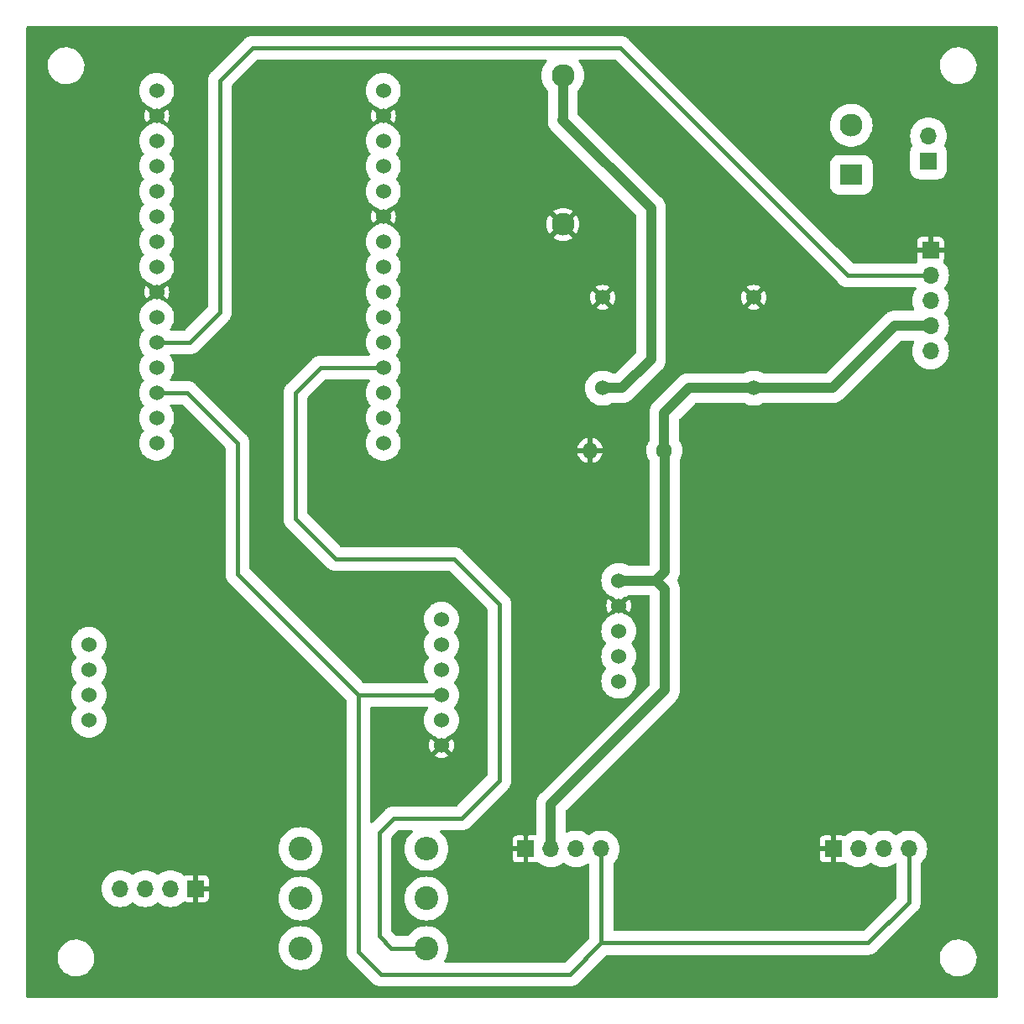
<source format=gbr>
G04 #@! TF.GenerationSoftware,KiCad,Pcbnew,(7.0.0)*
G04 #@! TF.CreationDate,2023-04-04T15:41:32-07:00*
G04 #@! TF.ProjectId,Schematic,53636865-6d61-4746-9963-2e6b69636164,01*
G04 #@! TF.SameCoordinates,Original*
G04 #@! TF.FileFunction,Copper,L1,Top*
G04 #@! TF.FilePolarity,Positive*
%FSLAX46Y46*%
G04 Gerber Fmt 4.6, Leading zero omitted, Abs format (unit mm)*
G04 Created by KiCad (PCBNEW (7.0.0)) date 2023-04-04 15:41:32*
%MOMM*%
%LPD*%
G01*
G04 APERTURE LIST*
G04 #@! TA.AperFunction,ComponentPad*
%ADD10C,1.524000*%
G04 #@! TD*
G04 #@! TA.AperFunction,ComponentPad*
%ADD11R,1.700000X1.700000*%
G04 #@! TD*
G04 #@! TA.AperFunction,ComponentPad*
%ADD12O,1.700000X1.700000*%
G04 #@! TD*
G04 #@! TA.AperFunction,ComponentPad*
%ADD13C,2.400000*%
G04 #@! TD*
G04 #@! TA.AperFunction,ComponentPad*
%ADD14O,2.400000X2.400000*%
G04 #@! TD*
G04 #@! TA.AperFunction,ComponentPad*
%ADD15C,1.600000*%
G04 #@! TD*
G04 #@! TA.AperFunction,ComponentPad*
%ADD16O,1.600000X1.600000*%
G04 #@! TD*
G04 #@! TA.AperFunction,ComponentPad*
%ADD17R,2.300000X2.000000*%
G04 #@! TD*
G04 #@! TA.AperFunction,ComponentPad*
%ADD18C,2.300000*%
G04 #@! TD*
G04 #@! TA.AperFunction,Conductor*
%ADD19C,0.400000*%
G04 #@! TD*
G04 #@! TA.AperFunction,Conductor*
%ADD20C,1.000000*%
G04 #@! TD*
G04 APERTURE END LIST*
D10*
X120760000Y-96920000D03*
X120760000Y-99460000D03*
X120760000Y-102000000D03*
X120760000Y-104540000D03*
X120760000Y-107080000D03*
X67310000Y-103378000D03*
X67310000Y-105918000D03*
X67310000Y-108458000D03*
X67310000Y-110998000D03*
X102870000Y-113538000D03*
X102870000Y-110998000D03*
X102870000Y-108458000D03*
X102870000Y-105918000D03*
X102870000Y-103378000D03*
X102870000Y-100838000D03*
X97000000Y-83058000D03*
X97000000Y-80518000D03*
X97000000Y-77978000D03*
X97000000Y-75438000D03*
X97000000Y-72898000D03*
X97000000Y-70358000D03*
X97000000Y-67818000D03*
X97000000Y-65278000D03*
X97000000Y-62738000D03*
X97000000Y-60198000D03*
X97000000Y-57658000D03*
X97000000Y-55118000D03*
X97000000Y-52578000D03*
X97000000Y-50038000D03*
X97000000Y-47498000D03*
X74140000Y-47498000D03*
X74140000Y-50038000D03*
X74140000Y-52578000D03*
X74140000Y-55118000D03*
X74140000Y-57658000D03*
X74140000Y-60198000D03*
X74140000Y-62738000D03*
X74140000Y-65278000D03*
X74140000Y-67818000D03*
X74140000Y-70358000D03*
X74140000Y-72898000D03*
X74140000Y-75438000D03*
X74140000Y-77978000D03*
X74140000Y-80518000D03*
X74140000Y-83058000D03*
X119126000Y-77518000D03*
X119126000Y-68374000D03*
X134366000Y-77518000D03*
X134366000Y-68374000D03*
D11*
X142379999Y-123999999D03*
D12*
X144919999Y-123999999D03*
X147459999Y-123999999D03*
X149999999Y-123999999D03*
D13*
X88650000Y-124000000D03*
D14*
X101349999Y-123999999D03*
D13*
X101350000Y-134000000D03*
D14*
X88649999Y-133999999D03*
D11*
X111379999Y-123999999D03*
D12*
X113919999Y-123999999D03*
X116459999Y-123999999D03*
X118999999Y-123999999D03*
D11*
X78079999Y-127999999D03*
D12*
X75539999Y-127999999D03*
X72999999Y-127999999D03*
X70459999Y-127999999D03*
D13*
X101350000Y-129000000D03*
D14*
X88649999Y-128999999D03*
D15*
X125350000Y-83800000D03*
D16*
X117849999Y-83799999D03*
D11*
X151999999Y-54599999D03*
D12*
X151999999Y-52059999D03*
D17*
X144199999Y-55999999D03*
D18*
X144200000Y-51000000D03*
X115120000Y-61000000D03*
X115120000Y-46000000D03*
D11*
X152199999Y-63599999D03*
D12*
X152199999Y-66139999D03*
X152199999Y-68679999D03*
X152199999Y-71219999D03*
X152199999Y-73759999D03*
D19*
X102870000Y-108458000D02*
X94488000Y-108458000D01*
X82296000Y-83058000D02*
X77216000Y-77978000D01*
X82296000Y-96266000D02*
X82296000Y-83058000D01*
X96774000Y-136652000D02*
X94488000Y-134366000D01*
X94488000Y-134366000D02*
X94488000Y-108458000D01*
X94488000Y-108458000D02*
X82296000Y-96266000D01*
X77216000Y-77978000D02*
X74140000Y-77978000D01*
X119000000Y-133476000D02*
X115824000Y-136652000D01*
X115824000Y-136652000D02*
X96774000Y-136652000D01*
D20*
X113920000Y-119480000D02*
X113920000Y-124000000D01*
X125400000Y-96000000D02*
X124480000Y-96920000D01*
X127832000Y-77518000D02*
X125350000Y-80000000D01*
X125400000Y-97800000D02*
X125400000Y-108000000D01*
X125400000Y-83850000D02*
X125400000Y-96000000D01*
X148590000Y-71220000D02*
X152200000Y-71220000D01*
D19*
X125350000Y-83800000D02*
X125400000Y-83850000D01*
D20*
X134366000Y-77518000D02*
X142292000Y-77518000D01*
X113920000Y-119480000D02*
X125400000Y-108000000D01*
X125350000Y-80000000D02*
X125350000Y-83800000D01*
X134366000Y-77518000D02*
X127832000Y-77518000D01*
X142292000Y-77518000D02*
X148590000Y-71220000D01*
X124520000Y-96920000D02*
X125400000Y-97800000D01*
X124480000Y-96920000D02*
X120760000Y-96920000D01*
D19*
X77470000Y-72898000D02*
X80518000Y-69850000D01*
X120904000Y-43180000D02*
X143864000Y-66140000D01*
X80518000Y-46482000D02*
X83820000Y-43180000D01*
X143864000Y-66140000D02*
X152200000Y-66140000D01*
X74140000Y-72898000D02*
X77470000Y-72898000D01*
X83820000Y-43180000D02*
X120904000Y-43180000D01*
X80518000Y-69850000D02*
X80518000Y-46482000D01*
X119000000Y-133476000D02*
X145924000Y-133476000D01*
X119000000Y-133476000D02*
X119000000Y-124000000D01*
X145924000Y-133476000D02*
X150000000Y-129400000D01*
X150000000Y-129400000D02*
X150000000Y-124000000D01*
D20*
X115104000Y-50504000D02*
X124000000Y-59400000D01*
X121082000Y-77518000D02*
X119126000Y-77518000D01*
X124000000Y-59400000D02*
X124000000Y-74600000D01*
X115120000Y-50488000D02*
X115120000Y-46000000D01*
X124000000Y-74600000D02*
X121082000Y-77518000D01*
D19*
X96600000Y-132800000D02*
X96600000Y-122348000D01*
X104140000Y-94742000D02*
X92202000Y-94742000D01*
X90678000Y-75438000D02*
X97000000Y-75438000D01*
X88138000Y-77978000D02*
X90678000Y-75438000D01*
X98044000Y-120904000D02*
X104902000Y-120904000D01*
X92202000Y-94742000D02*
X88138000Y-90678000D01*
X108712000Y-99314000D02*
X104140000Y-94742000D01*
X104902000Y-120904000D02*
X108712000Y-117094000D01*
X108712000Y-117094000D02*
X108712000Y-99314000D01*
X96600000Y-122348000D02*
X98044000Y-120904000D01*
X97800000Y-134000000D02*
X96600000Y-132800000D01*
X101350000Y-134000000D02*
X97800000Y-134000000D01*
X88138000Y-90678000D02*
X88138000Y-77978000D01*
G04 #@! TA.AperFunction,Conductor*
G36*
X113460048Y-44393633D02*
G01*
X113503822Y-44430251D01*
X113526559Y-44482597D01*
X113523443Y-44539582D01*
X113495133Y-44589136D01*
X113450829Y-44636573D01*
X113450814Y-44636590D01*
X113447935Y-44639674D01*
X113445499Y-44643124D01*
X113445490Y-44643136D01*
X113280724Y-44876558D01*
X113280720Y-44876563D01*
X113278278Y-44880024D01*
X113276332Y-44883778D01*
X113276328Y-44883786D01*
X113144877Y-45137473D01*
X113144872Y-45137483D01*
X113142928Y-45141236D01*
X113141511Y-45145221D01*
X113141507Y-45145232D01*
X113045829Y-45414445D01*
X113045825Y-45414457D01*
X113044408Y-45418446D01*
X113043545Y-45422596D01*
X113043544Y-45422602D01*
X112985415Y-45702332D01*
X112985413Y-45702343D01*
X112984552Y-45706489D01*
X112984263Y-45710713D01*
X112984262Y-45710721D01*
X112969807Y-45922055D01*
X112964475Y-46000000D01*
X112964764Y-46004225D01*
X112984162Y-46287820D01*
X112984552Y-46293511D01*
X112985413Y-46297658D01*
X112985415Y-46297667D01*
X113030078Y-46512596D01*
X113044408Y-46581554D01*
X113045826Y-46585546D01*
X113045829Y-46585554D01*
X113139932Y-46850334D01*
X113142928Y-46858764D01*
X113144875Y-46862522D01*
X113144877Y-46862526D01*
X113205366Y-46979263D01*
X113278278Y-47119976D01*
X113280724Y-47123441D01*
X113445490Y-47356863D01*
X113445494Y-47356868D01*
X113447935Y-47360326D01*
X113450823Y-47363418D01*
X113586124Y-47508290D01*
X113610855Y-47547437D01*
X113619500Y-47592927D01*
X113619500Y-50274774D01*
X113618548Y-50290112D01*
X113600276Y-50436693D01*
X113600275Y-50436704D01*
X113599643Y-50441779D01*
X113599854Y-50446890D01*
X113599854Y-50446901D01*
X113601933Y-50497157D01*
X113609919Y-50690237D01*
X113610970Y-50695252D01*
X113610971Y-50695255D01*
X113643132Y-50848636D01*
X113660951Y-50933614D01*
X113662812Y-50938383D01*
X113662814Y-50938390D01*
X113749479Y-51160496D01*
X113749482Y-51160502D01*
X113751344Y-51165274D01*
X113878634Y-51378894D01*
X113999098Y-51521126D01*
X114000910Y-51522938D01*
X114000911Y-51522939D01*
X122463181Y-59985209D01*
X122490061Y-60025437D01*
X122499500Y-60072890D01*
X122499500Y-73927110D01*
X122490061Y-73974563D01*
X122463181Y-74014791D01*
X120496791Y-75981181D01*
X120456563Y-76008061D01*
X120409110Y-76017500D01*
X120092193Y-76017500D01*
X120055644Y-76011991D01*
X120022342Y-75995954D01*
X120013558Y-75989965D01*
X120013548Y-75989959D01*
X120009721Y-75987350D01*
X119959739Y-75963280D01*
X119775899Y-75874747D01*
X119775888Y-75874742D01*
X119771719Y-75872735D01*
X119767290Y-75871368D01*
X119767288Y-75871368D01*
X119523723Y-75796237D01*
X119523716Y-75796235D01*
X119519293Y-75794871D01*
X119514717Y-75794181D01*
X119514707Y-75794179D01*
X119262666Y-75756191D01*
X119262665Y-75756190D01*
X119258081Y-75755500D01*
X118993919Y-75755500D01*
X118989335Y-75756190D01*
X118989333Y-75756191D01*
X118737292Y-75794179D01*
X118737280Y-75794181D01*
X118732707Y-75794871D01*
X118728285Y-75796234D01*
X118728276Y-75796237D01*
X118484711Y-75871368D01*
X118484704Y-75871370D01*
X118480281Y-75872735D01*
X118476116Y-75874740D01*
X118476100Y-75874747D01*
X118246460Y-75985336D01*
X118246454Y-75985339D01*
X118242279Y-75987350D01*
X118238456Y-75989955D01*
X118238448Y-75989961D01*
X118082923Y-76095997D01*
X118024018Y-76136158D01*
X118020626Y-76139304D01*
X118020620Y-76139310D01*
X117833774Y-76312678D01*
X117830373Y-76315834D01*
X117827484Y-76319456D01*
X117827480Y-76319461D01*
X117668563Y-76518737D01*
X117665671Y-76522364D01*
X117663352Y-76526379D01*
X117663351Y-76526382D01*
X117535910Y-76747115D01*
X117535902Y-76747130D01*
X117533590Y-76751136D01*
X117531896Y-76755450D01*
X117531894Y-76755456D01*
X117438774Y-76992719D01*
X117438771Y-76992727D01*
X117437080Y-76997037D01*
X117436049Y-77001551D01*
X117436047Y-77001560D01*
X117379331Y-77250051D01*
X117379329Y-77250061D01*
X117378299Y-77254576D01*
X117377952Y-77259201D01*
X117377952Y-77259204D01*
X117366238Y-77415512D01*
X117358558Y-77518000D01*
X117360392Y-77542472D01*
X117372770Y-77707652D01*
X117378299Y-77781424D01*
X117379329Y-77785940D01*
X117379331Y-77785948D01*
X117429493Y-78005724D01*
X117437080Y-78038963D01*
X117533590Y-78284864D01*
X117535905Y-78288874D01*
X117535910Y-78288884D01*
X117622548Y-78438944D01*
X117665671Y-78513636D01*
X117830373Y-78720166D01*
X118024018Y-78899842D01*
X118242279Y-79048650D01*
X118351638Y-79101314D01*
X118476100Y-79161252D01*
X118476105Y-79161253D01*
X118480281Y-79163265D01*
X118732707Y-79241129D01*
X118993919Y-79280500D01*
X119253444Y-79280500D01*
X119258081Y-79280500D01*
X119519293Y-79241129D01*
X119771719Y-79163265D01*
X120009721Y-79048650D01*
X120013558Y-79046034D01*
X120022342Y-79040046D01*
X120055644Y-79024009D01*
X120092193Y-79018500D01*
X120981135Y-79018500D01*
X120996472Y-79019452D01*
X121014692Y-79021723D01*
X121014693Y-79021723D01*
X121019779Y-79022357D01*
X121110472Y-79018605D01*
X121115596Y-79018500D01*
X121141498Y-79018500D01*
X121144067Y-79018500D01*
X121172441Y-79016148D01*
X121177540Y-79015831D01*
X121268237Y-79012081D01*
X121291230Y-79007259D01*
X121306417Y-79005046D01*
X121329821Y-79003108D01*
X121417848Y-78980815D01*
X121422754Y-78979680D01*
X121511614Y-78961049D01*
X121533486Y-78952513D01*
X121548111Y-78947828D01*
X121570881Y-78942063D01*
X121654008Y-78905599D01*
X121658699Y-78903656D01*
X121743274Y-78870656D01*
X121763450Y-78858632D01*
X121777101Y-78851605D01*
X121798607Y-78842173D01*
X121802903Y-78839366D01*
X121802909Y-78839363D01*
X121874587Y-78792533D01*
X121878916Y-78789830D01*
X121956894Y-78743366D01*
X121974820Y-78728181D01*
X121987115Y-78719013D01*
X122006785Y-78706164D01*
X122073561Y-78644691D01*
X122077383Y-78641315D01*
X122099126Y-78622902D01*
X122119268Y-78602759D01*
X122122967Y-78599210D01*
X122189738Y-78537744D01*
X122204167Y-78519203D01*
X122214325Y-78507701D01*
X124989701Y-75732325D01*
X125001203Y-75722167D01*
X125019744Y-75707738D01*
X125081211Y-75640964D01*
X125084761Y-75637266D01*
X125104902Y-75617126D01*
X125123315Y-75595383D01*
X125126700Y-75591551D01*
X125188164Y-75524785D01*
X125201013Y-75505115D01*
X125210181Y-75492820D01*
X125225366Y-75474894D01*
X125271830Y-75396916D01*
X125274533Y-75392587D01*
X125321363Y-75320909D01*
X125321366Y-75320903D01*
X125324173Y-75316607D01*
X125333605Y-75295101D01*
X125340632Y-75281450D01*
X125352656Y-75261274D01*
X125385656Y-75176699D01*
X125387599Y-75172008D01*
X125424063Y-75088881D01*
X125429828Y-75066111D01*
X125434515Y-75051483D01*
X125443049Y-75029614D01*
X125461674Y-74940785D01*
X125462822Y-74935824D01*
X125483849Y-74852791D01*
X125485108Y-74847821D01*
X125487046Y-74824417D01*
X125489264Y-74809202D01*
X125493025Y-74791267D01*
X125494080Y-74786237D01*
X125497831Y-74695541D01*
X125498146Y-74690467D01*
X125500500Y-74662067D01*
X125500500Y-74633588D01*
X125500606Y-74628463D01*
X125504145Y-74542901D01*
X125504357Y-74537779D01*
X125501452Y-74514474D01*
X125500500Y-74499136D01*
X125500500Y-69425418D01*
X133671503Y-69425418D01*
X133678936Y-69433530D01*
X133728151Y-69467991D01*
X133737499Y-69473388D01*
X133927819Y-69562135D01*
X133937943Y-69565821D01*
X134140786Y-69620173D01*
X134151418Y-69622047D01*
X134360605Y-69640349D01*
X134371395Y-69640349D01*
X134580581Y-69622047D01*
X134591213Y-69620173D01*
X134794056Y-69565821D01*
X134804180Y-69562135D01*
X134994494Y-69473391D01*
X135003851Y-69467989D01*
X135053064Y-69433528D01*
X135060496Y-69425419D01*
X135054582Y-69416136D01*
X134377542Y-68739095D01*
X134366000Y-68732431D01*
X134354457Y-68739095D01*
X133677416Y-69416136D01*
X133671503Y-69425418D01*
X125500500Y-69425418D01*
X125500500Y-68379395D01*
X133099651Y-68379395D01*
X133117952Y-68588581D01*
X133119826Y-68599213D01*
X133174178Y-68802056D01*
X133177864Y-68812180D01*
X133266609Y-69002496D01*
X133272008Y-69011848D01*
X133306470Y-69061065D01*
X133314579Y-69068496D01*
X133323862Y-69062582D01*
X134000903Y-68385542D01*
X134007567Y-68374000D01*
X134724431Y-68374000D01*
X134731095Y-68385542D01*
X135408136Y-69062582D01*
X135417419Y-69068496D01*
X135425528Y-69061064D01*
X135459989Y-69011851D01*
X135465391Y-69002494D01*
X135554135Y-68812180D01*
X135557821Y-68802056D01*
X135612173Y-68599213D01*
X135614047Y-68588581D01*
X135632349Y-68379395D01*
X135632349Y-68368605D01*
X135614047Y-68159418D01*
X135612173Y-68148786D01*
X135557822Y-67945949D01*
X135554134Y-67935815D01*
X135465388Y-67745500D01*
X135459990Y-67736150D01*
X135425529Y-67686935D01*
X135417418Y-67679502D01*
X135408139Y-67685413D01*
X134731095Y-68362457D01*
X134724431Y-68374000D01*
X134007567Y-68374000D01*
X134000903Y-68362457D01*
X133323859Y-67685413D01*
X133314581Y-67679502D01*
X133306468Y-67686936D01*
X133272006Y-67736154D01*
X133266612Y-67745498D01*
X133177865Y-67935815D01*
X133174177Y-67945949D01*
X133119826Y-68148786D01*
X133117952Y-68159418D01*
X133099651Y-68368605D01*
X133099651Y-68379395D01*
X125500500Y-68379395D01*
X125500500Y-67322581D01*
X133671502Y-67322581D01*
X133677413Y-67331859D01*
X134354457Y-68008903D01*
X134366000Y-68015567D01*
X134377542Y-68008903D01*
X135054582Y-67331862D01*
X135060496Y-67322579D01*
X135053065Y-67314470D01*
X135003848Y-67280008D01*
X134994496Y-67274609D01*
X134804180Y-67185864D01*
X134794056Y-67182178D01*
X134591213Y-67127826D01*
X134580581Y-67125952D01*
X134371395Y-67107651D01*
X134360605Y-67107651D01*
X134151418Y-67125952D01*
X134140786Y-67127826D01*
X133937949Y-67182177D01*
X133927815Y-67185865D01*
X133737498Y-67274612D01*
X133728154Y-67280006D01*
X133678936Y-67314468D01*
X133671502Y-67322581D01*
X125500500Y-67322581D01*
X125500500Y-59500865D01*
X125501452Y-59485528D01*
X125503723Y-59467307D01*
X125503722Y-59467307D01*
X125504357Y-59462221D01*
X125500605Y-59371527D01*
X125500500Y-59366404D01*
X125500500Y-59340502D01*
X125500500Y-59337933D01*
X125498148Y-59309557D01*
X125497831Y-59304450D01*
X125497699Y-59301252D01*
X125494081Y-59213763D01*
X125493029Y-59208746D01*
X125493028Y-59208738D01*
X125489263Y-59190783D01*
X125487046Y-59175572D01*
X125485108Y-59152179D01*
X125462824Y-59064186D01*
X125461670Y-59059193D01*
X125457612Y-59039842D01*
X125443049Y-58970386D01*
X125434514Y-58948514D01*
X125429829Y-58933890D01*
X125424063Y-58911119D01*
X125403096Y-58863321D01*
X125387605Y-58828005D01*
X125385642Y-58823266D01*
X125354522Y-58743509D01*
X125354521Y-58743507D01*
X125352656Y-58738727D01*
X125340636Y-58718555D01*
X125333605Y-58704895D01*
X125326233Y-58688088D01*
X125326230Y-58688082D01*
X125324173Y-58683393D01*
X125321370Y-58679104D01*
X125321366Y-58679095D01*
X125274530Y-58607408D01*
X125271827Y-58603078D01*
X125225366Y-58525106D01*
X125222056Y-58521198D01*
X125222049Y-58521188D01*
X125210190Y-58507187D01*
X125201001Y-58494864D01*
X125190972Y-58479513D01*
X125190971Y-58479512D01*
X125188164Y-58475215D01*
X125145513Y-58428884D01*
X125126694Y-58408441D01*
X125123301Y-58404598D01*
X125106567Y-58384839D01*
X125106557Y-58384828D01*
X125104902Y-58382874D01*
X125084770Y-58362742D01*
X125081222Y-58359045D01*
X125023212Y-58296029D01*
X125023210Y-58296027D01*
X125019744Y-58292262D01*
X125015708Y-58289121D01*
X125015702Y-58289115D01*
X125001211Y-58277837D01*
X124989693Y-58267665D01*
X116656819Y-49934791D01*
X116629939Y-49894563D01*
X116620500Y-49847110D01*
X116620500Y-47592927D01*
X116629145Y-47547437D01*
X116653876Y-47508290D01*
X116667810Y-47493370D01*
X116792065Y-47360326D01*
X116961722Y-47119976D01*
X117097072Y-46858764D01*
X117195592Y-46581554D01*
X117255448Y-46293511D01*
X117255838Y-46287820D01*
X117275236Y-46004225D01*
X117275525Y-46000000D01*
X117255448Y-45706489D01*
X117195592Y-45418446D01*
X117097072Y-45141236D01*
X116961722Y-44880024D01*
X116792065Y-44639674D01*
X116789177Y-44636582D01*
X116789170Y-44636573D01*
X116744867Y-44589136D01*
X116716557Y-44539582D01*
X116713441Y-44482597D01*
X116736178Y-44430251D01*
X116779952Y-44393633D01*
X116835491Y-44380500D01*
X120355375Y-44380500D01*
X120402828Y-44389939D01*
X120443056Y-44416819D01*
X142993477Y-66967240D01*
X142997433Y-66971383D01*
X143047900Y-67026743D01*
X143047903Y-67026745D01*
X143051764Y-67030981D01*
X143116104Y-67079568D01*
X143120584Y-67083117D01*
X143178228Y-67130984D01*
X143178232Y-67130987D01*
X143182646Y-67134652D01*
X143199520Y-67144050D01*
X143213905Y-67153424D01*
X143229311Y-67165058D01*
X143301501Y-67201005D01*
X143306559Y-67203671D01*
X143372005Y-67240124D01*
X143372009Y-67240125D01*
X143377015Y-67242914D01*
X143382452Y-67244736D01*
X143382454Y-67244737D01*
X143395321Y-67249050D01*
X143411184Y-67255620D01*
X143428472Y-67264229D01*
X143506049Y-67286301D01*
X143511523Y-67287996D01*
X143587967Y-67313618D01*
X143607089Y-67316285D01*
X143623885Y-67319829D01*
X143636941Y-67323544D01*
X143636946Y-67323545D01*
X143642464Y-67325115D01*
X143722799Y-67332558D01*
X143728422Y-67333210D01*
X143808319Y-67344356D01*
X143888868Y-67340632D01*
X143894596Y-67340500D01*
X150643456Y-67340500D01*
X150708623Y-67359005D01*
X150754340Y-67408995D01*
X150766962Y-67475552D01*
X150742723Y-67538810D01*
X150727457Y-67559204D01*
X150639284Y-67676989D01*
X150637161Y-67680875D01*
X150637157Y-67680883D01*
X150555983Y-67829542D01*
X150512426Y-67909311D01*
X150510882Y-67913448D01*
X150510878Y-67913459D01*
X150421472Y-68153168D01*
X150419923Y-68157322D01*
X150418981Y-68161649D01*
X150418980Y-68161655D01*
X150364599Y-68411640D01*
X150364597Y-68411650D01*
X150363657Y-68415974D01*
X150363341Y-68420385D01*
X150363340Y-68420396D01*
X150350551Y-68599213D01*
X150344773Y-68680000D01*
X150345089Y-68684418D01*
X150363340Y-68939603D01*
X150363341Y-68939612D01*
X150363657Y-68944026D01*
X150364597Y-68948351D01*
X150364599Y-68948359D01*
X150411795Y-69165313D01*
X150419923Y-69202678D01*
X150421472Y-69206831D01*
X150510878Y-69446540D01*
X150510880Y-69446546D01*
X150512426Y-69450689D01*
X150514548Y-69454575D01*
X150559049Y-69536073D01*
X150574197Y-69597713D01*
X150556859Y-69658774D01*
X150511577Y-69703254D01*
X150450217Y-69719500D01*
X148690864Y-69719500D01*
X148675526Y-69718548D01*
X148657306Y-69716276D01*
X148657295Y-69716275D01*
X148652221Y-69715643D01*
X148647108Y-69715854D01*
X148647098Y-69715854D01*
X148561528Y-69719394D01*
X148556404Y-69719500D01*
X148527933Y-69719500D01*
X148525406Y-69719709D01*
X148525390Y-69719710D01*
X148499551Y-69721851D01*
X148494439Y-69722168D01*
X148408892Y-69725706D01*
X148408881Y-69725707D01*
X148403763Y-69725919D01*
X148398738Y-69726972D01*
X148398734Y-69726973D01*
X148380774Y-69730738D01*
X148365580Y-69732952D01*
X148347288Y-69734468D01*
X148347281Y-69734469D01*
X148342179Y-69734892D01*
X148337217Y-69736148D01*
X148337208Y-69736150D01*
X148254201Y-69757170D01*
X148249211Y-69758324D01*
X148165411Y-69775896D01*
X148165396Y-69775900D01*
X148160386Y-69776951D01*
X148155612Y-69778813D01*
X148155614Y-69778813D01*
X148138514Y-69785485D01*
X148123891Y-69790169D01*
X148106091Y-69794677D01*
X148106082Y-69794680D01*
X148101119Y-69795937D01*
X148096424Y-69797996D01*
X148096422Y-69797997D01*
X148018021Y-69832386D01*
X148013288Y-69834347D01*
X148006395Y-69837037D01*
X147928726Y-69867344D01*
X147924332Y-69869962D01*
X147924318Y-69869969D01*
X147908544Y-69879368D01*
X147894893Y-69886395D01*
X147878088Y-69893767D01*
X147878083Y-69893769D01*
X147873393Y-69895827D01*
X147869114Y-69898622D01*
X147869102Y-69898629D01*
X147797418Y-69945462D01*
X147793076Y-69948172D01*
X147715106Y-69994634D01*
X147711196Y-69997945D01*
X147711191Y-69997949D01*
X147697183Y-70009813D01*
X147684870Y-70018994D01*
X147665215Y-70031836D01*
X147661446Y-70035304D01*
X147661435Y-70035314D01*
X147598446Y-70093299D01*
X147594611Y-70096686D01*
X147574840Y-70113432D01*
X147574828Y-70113442D01*
X147572874Y-70115098D01*
X147571059Y-70116911D01*
X147571061Y-70116911D01*
X147552738Y-70135233D01*
X147549045Y-70138775D01*
X147486039Y-70196777D01*
X147486027Y-70196789D01*
X147482262Y-70200256D01*
X147479117Y-70204295D01*
X147479109Y-70204305D01*
X147467831Y-70218794D01*
X147457663Y-70230307D01*
X141706791Y-75981181D01*
X141666563Y-76008061D01*
X141619110Y-76017500D01*
X135332193Y-76017500D01*
X135295644Y-76011991D01*
X135262342Y-75995954D01*
X135253558Y-75989965D01*
X135253548Y-75989959D01*
X135249721Y-75987350D01*
X135199739Y-75963280D01*
X135015899Y-75874747D01*
X135015888Y-75874742D01*
X135011719Y-75872735D01*
X135007290Y-75871368D01*
X135007288Y-75871368D01*
X134763723Y-75796237D01*
X134763716Y-75796235D01*
X134759293Y-75794871D01*
X134754717Y-75794181D01*
X134754707Y-75794179D01*
X134502666Y-75756191D01*
X134502665Y-75756190D01*
X134498081Y-75755500D01*
X134233919Y-75755500D01*
X134229335Y-75756190D01*
X134229333Y-75756191D01*
X133977292Y-75794179D01*
X133977280Y-75794181D01*
X133972707Y-75794871D01*
X133968285Y-75796234D01*
X133968276Y-75796237D01*
X133724711Y-75871368D01*
X133724704Y-75871370D01*
X133720281Y-75872735D01*
X133716116Y-75874740D01*
X133716100Y-75874747D01*
X133486460Y-75985336D01*
X133486454Y-75985339D01*
X133482279Y-75987350D01*
X133478457Y-75989955D01*
X133478441Y-75989965D01*
X133469658Y-75995954D01*
X133436356Y-76011991D01*
X133399807Y-76017500D01*
X127932864Y-76017500D01*
X127917526Y-76016548D01*
X127899306Y-76014276D01*
X127899295Y-76014275D01*
X127894221Y-76013643D01*
X127889108Y-76013854D01*
X127889098Y-76013854D01*
X127803528Y-76017394D01*
X127798404Y-76017500D01*
X127769933Y-76017500D01*
X127767406Y-76017709D01*
X127767390Y-76017710D01*
X127741551Y-76019851D01*
X127736439Y-76020168D01*
X127650892Y-76023706D01*
X127650881Y-76023707D01*
X127645763Y-76023919D01*
X127640738Y-76024972D01*
X127640734Y-76024973D01*
X127622774Y-76028738D01*
X127607580Y-76030952D01*
X127589288Y-76032468D01*
X127589281Y-76032469D01*
X127584179Y-76032892D01*
X127579217Y-76034148D01*
X127579208Y-76034150D01*
X127496201Y-76055170D01*
X127491211Y-76056324D01*
X127407411Y-76073896D01*
X127407396Y-76073900D01*
X127402386Y-76074951D01*
X127397612Y-76076813D01*
X127397614Y-76076813D01*
X127380514Y-76083485D01*
X127365891Y-76088169D01*
X127348091Y-76092677D01*
X127348082Y-76092680D01*
X127343119Y-76093937D01*
X127338424Y-76095996D01*
X127338422Y-76095997D01*
X127260021Y-76130386D01*
X127255288Y-76132347D01*
X127245522Y-76136158D01*
X127170726Y-76165344D01*
X127166332Y-76167962D01*
X127166318Y-76167969D01*
X127150544Y-76177368D01*
X127136893Y-76184395D01*
X127120088Y-76191767D01*
X127120083Y-76191769D01*
X127115393Y-76193827D01*
X127111114Y-76196622D01*
X127111102Y-76196629D01*
X127039418Y-76243462D01*
X127035076Y-76246172D01*
X126957106Y-76292634D01*
X126953196Y-76295945D01*
X126953191Y-76295949D01*
X126939183Y-76307813D01*
X126926870Y-76316994D01*
X126907215Y-76329836D01*
X126903446Y-76333304D01*
X126903435Y-76333314D01*
X126840446Y-76391299D01*
X126836611Y-76394686D01*
X126816840Y-76411432D01*
X126816828Y-76411442D01*
X126814874Y-76413098D01*
X126813059Y-76414911D01*
X126813061Y-76414911D01*
X126794738Y-76433233D01*
X126791045Y-76436775D01*
X126728039Y-76494777D01*
X126728027Y-76494789D01*
X126724262Y-76498256D01*
X126721117Y-76502295D01*
X126721109Y-76502305D01*
X126709831Y-76516794D01*
X126699663Y-76528307D01*
X124360307Y-78867663D01*
X124348794Y-78877831D01*
X124334305Y-78889109D01*
X124334295Y-78889117D01*
X124330256Y-78892262D01*
X124326789Y-78896027D01*
X124326777Y-78896039D01*
X124268775Y-78959045D01*
X124265233Y-78962738D01*
X124245098Y-78982874D01*
X124243442Y-78984828D01*
X124243432Y-78984840D01*
X124226686Y-79004611D01*
X124223299Y-79008446D01*
X124165314Y-79071435D01*
X124165304Y-79071446D01*
X124161836Y-79075215D01*
X124159028Y-79079512D01*
X124159027Y-79079514D01*
X124148994Y-79094870D01*
X124139813Y-79107183D01*
X124127949Y-79121191D01*
X124127945Y-79121196D01*
X124124634Y-79125106D01*
X124091825Y-79180166D01*
X124078174Y-79203074D01*
X124075462Y-79207418D01*
X124028629Y-79279102D01*
X124028622Y-79279114D01*
X124025827Y-79283393D01*
X124023769Y-79288083D01*
X124023767Y-79288088D01*
X124016395Y-79304893D01*
X124009368Y-79318544D01*
X123999969Y-79334318D01*
X123999962Y-79334332D01*
X123997344Y-79338726D01*
X123995481Y-79343498D01*
X123995481Y-79343500D01*
X123964347Y-79423288D01*
X123962386Y-79428021D01*
X123925937Y-79511119D01*
X123924680Y-79516082D01*
X123924677Y-79516091D01*
X123920169Y-79533891D01*
X123915485Y-79548511D01*
X123906951Y-79570386D01*
X123905900Y-79575396D01*
X123905896Y-79575411D01*
X123888324Y-79659211D01*
X123887170Y-79664201D01*
X123866150Y-79747208D01*
X123866148Y-79747217D01*
X123864892Y-79752179D01*
X123864469Y-79757281D01*
X123864468Y-79757288D01*
X123862952Y-79775580D01*
X123860738Y-79790774D01*
X123856973Y-79808734D01*
X123855919Y-79813763D01*
X123855707Y-79818881D01*
X123855706Y-79818892D01*
X123852168Y-79904439D01*
X123851851Y-79909551D01*
X123849710Y-79935390D01*
X123849709Y-79935406D01*
X123849500Y-79937933D01*
X123849500Y-79940486D01*
X123849500Y-79966404D01*
X123849394Y-79971527D01*
X123845643Y-80062221D01*
X123846275Y-80067295D01*
X123846276Y-80067307D01*
X123848548Y-80085528D01*
X123849500Y-80100865D01*
X123849500Y-82764716D01*
X123832887Y-82826716D01*
X123725578Y-83012581D01*
X123725575Y-83012586D01*
X123723257Y-83016602D01*
X123721563Y-83020916D01*
X123721561Y-83020922D01*
X123669952Y-83152419D01*
X123624666Y-83267805D01*
X123623633Y-83272326D01*
X123623632Y-83272333D01*
X123565648Y-83526377D01*
X123565646Y-83526385D01*
X123564617Y-83530897D01*
X123564270Y-83535516D01*
X123564270Y-83535522D01*
X123558942Y-83606625D01*
X123544451Y-83800000D01*
X123544798Y-83804631D01*
X123563729Y-84057262D01*
X123564617Y-84069103D01*
X123565647Y-84073616D01*
X123565648Y-84073622D01*
X123608226Y-84260166D01*
X123624666Y-84332195D01*
X123723257Y-84583398D01*
X123858185Y-84817102D01*
X123861077Y-84820728D01*
X123872447Y-84834986D01*
X123892542Y-84871344D01*
X123899500Y-84912299D01*
X123899500Y-95295500D01*
X123882887Y-95357500D01*
X123837500Y-95402887D01*
X123775500Y-95419500D01*
X121726193Y-95419500D01*
X121689644Y-95413991D01*
X121656342Y-95397954D01*
X121647558Y-95391965D01*
X121647548Y-95391959D01*
X121643721Y-95389350D01*
X121621135Y-95378473D01*
X121409899Y-95276747D01*
X121409888Y-95276742D01*
X121405719Y-95274735D01*
X121401290Y-95273368D01*
X121401288Y-95273368D01*
X121157723Y-95198237D01*
X121157716Y-95198235D01*
X121153293Y-95196871D01*
X121148717Y-95196181D01*
X121148707Y-95196179D01*
X120896666Y-95158191D01*
X120896665Y-95158190D01*
X120892081Y-95157500D01*
X120627919Y-95157500D01*
X120623335Y-95158190D01*
X120623333Y-95158191D01*
X120371292Y-95196179D01*
X120371280Y-95196181D01*
X120366707Y-95196871D01*
X120362285Y-95198234D01*
X120362276Y-95198237D01*
X120118711Y-95273368D01*
X120118704Y-95273370D01*
X120114281Y-95274735D01*
X120110116Y-95276740D01*
X120110100Y-95276747D01*
X119880460Y-95387336D01*
X119880454Y-95387339D01*
X119876279Y-95389350D01*
X119872456Y-95391955D01*
X119872448Y-95391961D01*
X119661846Y-95535548D01*
X119658018Y-95538158D01*
X119654626Y-95541304D01*
X119654620Y-95541310D01*
X119467774Y-95714678D01*
X119464373Y-95717834D01*
X119461484Y-95721456D01*
X119461480Y-95721461D01*
X119304521Y-95918282D01*
X119299671Y-95924364D01*
X119297352Y-95928379D01*
X119297351Y-95928382D01*
X119169910Y-96149115D01*
X119169902Y-96149130D01*
X119167590Y-96153136D01*
X119165896Y-96157450D01*
X119165894Y-96157456D01*
X119072774Y-96394719D01*
X119072771Y-96394727D01*
X119071080Y-96399037D01*
X119070049Y-96403551D01*
X119070047Y-96403560D01*
X119013331Y-96652051D01*
X119013329Y-96652061D01*
X119012299Y-96656576D01*
X118992558Y-96920000D01*
X118992905Y-96924630D01*
X119005154Y-97088088D01*
X119012299Y-97183424D01*
X119013329Y-97187940D01*
X119013331Y-97187948D01*
X119070047Y-97436439D01*
X119071080Y-97440963D01*
X119072772Y-97445276D01*
X119072774Y-97445280D01*
X119136927Y-97608738D01*
X119167590Y-97686864D01*
X119169905Y-97690874D01*
X119169910Y-97690884D01*
X119261960Y-97850319D01*
X119299671Y-97915636D01*
X119464373Y-98122166D01*
X119658018Y-98301842D01*
X119876279Y-98450650D01*
X119942417Y-98482500D01*
X120110100Y-98563252D01*
X120110105Y-98563253D01*
X120114281Y-98565265D01*
X120236062Y-98602830D01*
X120287193Y-98633639D01*
X120748457Y-99094903D01*
X120760000Y-99101567D01*
X120771542Y-99094903D01*
X121232805Y-98633639D01*
X121283932Y-98602831D01*
X121405719Y-98565265D01*
X121643721Y-98450650D01*
X121647558Y-98448034D01*
X121656342Y-98442046D01*
X121689644Y-98426009D01*
X121726193Y-98420500D01*
X123775500Y-98420500D01*
X123837500Y-98437113D01*
X123882887Y-98482500D01*
X123899500Y-98544500D01*
X123899500Y-107327110D01*
X123890061Y-107374563D01*
X123863181Y-107414791D01*
X112930307Y-118347663D01*
X112918794Y-118357831D01*
X112904305Y-118369109D01*
X112904295Y-118369117D01*
X112900256Y-118372262D01*
X112896789Y-118376027D01*
X112896777Y-118376039D01*
X112838775Y-118439045D01*
X112835233Y-118442738D01*
X112815098Y-118462874D01*
X112813442Y-118464828D01*
X112813432Y-118464840D01*
X112796686Y-118484611D01*
X112793299Y-118488446D01*
X112735314Y-118551435D01*
X112735304Y-118551446D01*
X112731836Y-118555215D01*
X112729028Y-118559512D01*
X112729027Y-118559514D01*
X112718994Y-118574870D01*
X112709813Y-118587183D01*
X112697949Y-118601191D01*
X112697945Y-118601196D01*
X112694634Y-118605106D01*
X112692012Y-118609505D01*
X112692012Y-118609506D01*
X112648174Y-118683074D01*
X112645462Y-118687418D01*
X112598629Y-118759102D01*
X112598622Y-118759114D01*
X112595827Y-118763393D01*
X112593769Y-118768083D01*
X112593767Y-118768088D01*
X112586395Y-118784893D01*
X112579368Y-118798544D01*
X112569969Y-118814318D01*
X112569962Y-118814332D01*
X112567344Y-118818726D01*
X112565481Y-118823498D01*
X112565481Y-118823500D01*
X112534347Y-118903288D01*
X112532386Y-118908021D01*
X112495937Y-118991119D01*
X112494680Y-118996082D01*
X112494677Y-118996091D01*
X112490169Y-119013891D01*
X112485485Y-119028511D01*
X112476951Y-119050386D01*
X112475900Y-119055396D01*
X112475896Y-119055411D01*
X112458324Y-119139211D01*
X112457170Y-119144201D01*
X112436150Y-119227208D01*
X112436148Y-119227217D01*
X112434892Y-119232179D01*
X112434469Y-119237281D01*
X112434468Y-119237288D01*
X112432952Y-119255580D01*
X112430738Y-119270774D01*
X112426973Y-119288734D01*
X112425919Y-119293763D01*
X112425707Y-119298881D01*
X112425706Y-119298892D01*
X112422168Y-119384439D01*
X112421851Y-119389551D01*
X112419710Y-119415390D01*
X112419709Y-119415406D01*
X112419500Y-119417933D01*
X112419500Y-119420486D01*
X112419500Y-119446404D01*
X112419394Y-119451527D01*
X112415643Y-119542221D01*
X112416275Y-119547295D01*
X112416276Y-119547307D01*
X112418548Y-119565528D01*
X112419500Y-119580865D01*
X112419500Y-122527185D01*
X112400605Y-122592979D01*
X112349679Y-122638723D01*
X112284473Y-122650085D01*
X112284450Y-122650532D01*
X112282506Y-122650427D01*
X112282242Y-122650474D01*
X112281125Y-122650353D01*
X112274518Y-122650000D01*
X111646326Y-122650000D01*
X111633450Y-122653450D01*
X111630000Y-122666326D01*
X111630000Y-125333674D01*
X111633450Y-125346549D01*
X111646326Y-125350000D01*
X112274518Y-125350000D01*
X112281114Y-125349646D01*
X112329667Y-125344426D01*
X112344641Y-125340888D01*
X112463778Y-125296452D01*
X112470057Y-125293024D01*
X112520639Y-125278169D01*
X112572821Y-125285671D01*
X112617169Y-125314171D01*
X112705085Y-125402087D01*
X112916989Y-125560716D01*
X113149311Y-125687574D01*
X113397322Y-125780077D01*
X113655974Y-125836343D01*
X113920000Y-125855227D01*
X114184026Y-125836343D01*
X114442678Y-125780077D01*
X114690689Y-125687574D01*
X114923011Y-125560716D01*
X115115695Y-125416474D01*
X115163641Y-125394579D01*
X115216357Y-125394579D01*
X115264309Y-125416478D01*
X115456989Y-125560716D01*
X115689311Y-125687574D01*
X115937322Y-125780077D01*
X116195974Y-125836343D01*
X116460000Y-125855227D01*
X116724026Y-125836343D01*
X116982678Y-125780077D01*
X117230689Y-125687574D01*
X117463011Y-125560716D01*
X117601189Y-125457277D01*
X117664448Y-125433038D01*
X117731005Y-125445660D01*
X117780995Y-125491377D01*
X117799500Y-125556544D01*
X117799500Y-132927375D01*
X117790061Y-132974828D01*
X117763181Y-133015056D01*
X115363056Y-135415181D01*
X115322828Y-135442061D01*
X115275375Y-135451500D01*
X103258645Y-135451500D01*
X103194896Y-135433858D01*
X103149287Y-135385953D01*
X103134794Y-135321415D01*
X103155543Y-135258609D01*
X103157539Y-135255622D01*
X103259778Y-135102611D01*
X103387359Y-134843902D01*
X103480081Y-134570753D01*
X103536356Y-134287839D01*
X103555222Y-134000000D01*
X103536356Y-133712161D01*
X103480081Y-133429247D01*
X103387359Y-133156098D01*
X103259778Y-132897389D01*
X103099520Y-132657546D01*
X103096842Y-132654493D01*
X103096838Y-132654487D01*
X102912000Y-132443721D01*
X102909327Y-132440673D01*
X102906278Y-132437999D01*
X102695512Y-132253161D01*
X102695504Y-132253155D01*
X102692454Y-132250480D01*
X102637110Y-132213500D01*
X102455985Y-132092476D01*
X102455980Y-132092473D01*
X102452611Y-132090222D01*
X102448975Y-132088429D01*
X102448970Y-132088426D01*
X102197544Y-131964437D01*
X102197543Y-131964436D01*
X102193902Y-131962641D01*
X102190055Y-131961335D01*
X101924597Y-131871223D01*
X101924584Y-131871219D01*
X101920753Y-131869919D01*
X101916776Y-131869128D01*
X101916769Y-131869126D01*
X101641818Y-131814435D01*
X101641810Y-131814434D01*
X101637839Y-131813644D01*
X101350000Y-131794778D01*
X101345957Y-131795043D01*
X101066203Y-131813379D01*
X101066201Y-131813379D01*
X101062161Y-131813644D01*
X101058190Y-131814433D01*
X101058181Y-131814435D01*
X100783230Y-131869126D01*
X100783219Y-131869128D01*
X100779247Y-131869919D01*
X100775418Y-131871218D01*
X100775402Y-131871223D01*
X100509944Y-131961335D01*
X100509937Y-131961337D01*
X100506098Y-131962641D01*
X100502461Y-131964434D01*
X100502455Y-131964437D01*
X100251029Y-132088426D01*
X100251017Y-132088432D01*
X100247389Y-132090222D01*
X100244026Y-132092468D01*
X100244014Y-132092476D01*
X100010927Y-132248220D01*
X100010918Y-132248226D01*
X100007546Y-132250480D01*
X100004502Y-132253149D01*
X100004487Y-132253161D01*
X99793721Y-132437999D01*
X99793713Y-132438006D01*
X99790673Y-132440673D01*
X99788006Y-132443713D01*
X99787999Y-132443721D01*
X99603161Y-132654487D01*
X99603149Y-132654502D01*
X99600480Y-132657546D01*
X99598226Y-132660918D01*
X99598220Y-132660927D01*
X99542452Y-132744391D01*
X99497803Y-132784858D01*
X99439350Y-132799500D01*
X98348625Y-132799500D01*
X98301172Y-132790061D01*
X98260944Y-132763181D01*
X97836819Y-132339056D01*
X97809939Y-132298828D01*
X97800500Y-132251375D01*
X97800500Y-129000000D01*
X99144778Y-129000000D01*
X99145043Y-129004043D01*
X99157892Y-129200092D01*
X99163644Y-129287839D01*
X99164434Y-129291811D01*
X99164435Y-129291818D01*
X99219126Y-129566769D01*
X99219128Y-129566776D01*
X99219919Y-129570753D01*
X99221219Y-129574584D01*
X99221223Y-129574597D01*
X99290449Y-129778527D01*
X99312641Y-129843902D01*
X99314436Y-129847543D01*
X99314437Y-129847544D01*
X99414317Y-130050082D01*
X99440222Y-130102611D01*
X99442473Y-130105980D01*
X99442476Y-130105985D01*
X99549779Y-130266575D01*
X99600480Y-130342454D01*
X99603155Y-130345504D01*
X99603161Y-130345512D01*
X99787999Y-130556278D01*
X99790673Y-130559327D01*
X99793721Y-130562000D01*
X100004487Y-130746838D01*
X100004493Y-130746842D01*
X100007546Y-130749520D01*
X100247389Y-130909778D01*
X100506098Y-131037359D01*
X100702411Y-131103998D01*
X100775402Y-131128776D01*
X100775404Y-131128776D01*
X100779247Y-131130081D01*
X101062161Y-131186356D01*
X101350000Y-131205222D01*
X101637839Y-131186356D01*
X101920753Y-131130081D01*
X102193902Y-131037359D01*
X102452611Y-130909778D01*
X102692454Y-130749520D01*
X102909327Y-130559327D01*
X103099520Y-130342454D01*
X103259778Y-130102611D01*
X103387359Y-129843902D01*
X103480081Y-129570753D01*
X103536356Y-129287839D01*
X103542108Y-129200092D01*
X103554957Y-129004043D01*
X103555222Y-129000000D01*
X103536356Y-128712161D01*
X103480081Y-128429247D01*
X103387359Y-128156098D01*
X103259778Y-127897389D01*
X103099520Y-127657546D01*
X103096842Y-127654493D01*
X103096838Y-127654487D01*
X102912000Y-127443721D01*
X102909327Y-127440673D01*
X102906278Y-127437999D01*
X102695512Y-127253161D01*
X102695504Y-127253155D01*
X102692454Y-127250480D01*
X102689072Y-127248220D01*
X102455985Y-127092476D01*
X102455980Y-127092473D01*
X102452611Y-127090222D01*
X102448975Y-127088429D01*
X102448970Y-127088426D01*
X102197544Y-126964437D01*
X102197543Y-126964436D01*
X102193902Y-126962641D01*
X102190055Y-126961335D01*
X101924597Y-126871223D01*
X101924584Y-126871219D01*
X101920753Y-126869919D01*
X101916776Y-126869128D01*
X101916769Y-126869126D01*
X101641818Y-126814435D01*
X101641810Y-126814434D01*
X101637839Y-126813644D01*
X101350000Y-126794778D01*
X101345957Y-126795043D01*
X101066203Y-126813379D01*
X101066201Y-126813379D01*
X101062161Y-126813644D01*
X101058190Y-126814433D01*
X101058181Y-126814435D01*
X100783230Y-126869126D01*
X100783219Y-126869128D01*
X100779247Y-126869919D01*
X100775418Y-126871218D01*
X100775402Y-126871223D01*
X100509944Y-126961335D01*
X100509937Y-126961337D01*
X100506098Y-126962641D01*
X100502461Y-126964434D01*
X100502455Y-126964437D01*
X100251029Y-127088426D01*
X100251017Y-127088432D01*
X100247389Y-127090222D01*
X100244026Y-127092468D01*
X100244014Y-127092476D01*
X100010927Y-127248220D01*
X100010918Y-127248226D01*
X100007546Y-127250480D01*
X100004502Y-127253149D01*
X100004487Y-127253161D01*
X99793721Y-127437999D01*
X99793713Y-127438006D01*
X99790673Y-127440673D01*
X99788006Y-127443713D01*
X99787999Y-127443721D01*
X99603161Y-127654487D01*
X99603149Y-127654502D01*
X99600480Y-127657546D01*
X99598226Y-127660918D01*
X99598220Y-127660927D01*
X99442476Y-127894014D01*
X99442468Y-127894026D01*
X99440222Y-127897389D01*
X99438432Y-127901017D01*
X99438426Y-127901029D01*
X99314437Y-128152455D01*
X99314434Y-128152461D01*
X99312641Y-128156098D01*
X99311337Y-128159937D01*
X99311335Y-128159944D01*
X99221223Y-128425402D01*
X99221218Y-128425418D01*
X99219919Y-128429247D01*
X99219128Y-128433219D01*
X99219126Y-128433230D01*
X99164435Y-128708181D01*
X99164433Y-128708190D01*
X99163644Y-128712161D01*
X99144778Y-129000000D01*
X97800500Y-129000000D01*
X97800500Y-122896625D01*
X97809939Y-122849172D01*
X97836819Y-122808944D01*
X98504944Y-122140819D01*
X98545172Y-122113939D01*
X98592625Y-122104500D01*
X99844544Y-122104500D01*
X99902280Y-122118762D01*
X99946736Y-122158266D01*
X99967684Y-122213925D01*
X99960308Y-122272937D01*
X99926303Y-122321728D01*
X99793721Y-122437999D01*
X99793713Y-122438006D01*
X99790673Y-122440673D01*
X99788006Y-122443713D01*
X99787999Y-122443721D01*
X99603161Y-122654487D01*
X99603149Y-122654502D01*
X99600480Y-122657546D01*
X99598226Y-122660918D01*
X99598220Y-122660927D01*
X99442476Y-122894014D01*
X99442468Y-122894026D01*
X99440222Y-122897389D01*
X99438432Y-122901017D01*
X99438426Y-122901029D01*
X99314437Y-123152455D01*
X99314434Y-123152461D01*
X99312641Y-123156098D01*
X99311337Y-123159937D01*
X99311335Y-123159944D01*
X99221223Y-123425402D01*
X99221218Y-123425418D01*
X99219919Y-123429247D01*
X99219128Y-123433219D01*
X99219126Y-123433230D01*
X99164435Y-123708181D01*
X99164433Y-123708190D01*
X99163644Y-123712161D01*
X99144778Y-124000000D01*
X99163644Y-124287839D01*
X99164434Y-124291810D01*
X99164435Y-124291818D01*
X99219126Y-124566769D01*
X99219128Y-124566776D01*
X99219919Y-124570753D01*
X99221219Y-124574584D01*
X99221223Y-124574597D01*
X99311335Y-124840055D01*
X99312641Y-124843902D01*
X99314436Y-124847543D01*
X99314437Y-124847544D01*
X99391104Y-125003011D01*
X99440222Y-125102611D01*
X99442473Y-125105980D01*
X99442476Y-125105985D01*
X99594613Y-125333674D01*
X99600480Y-125342454D01*
X99603155Y-125345504D01*
X99603161Y-125345512D01*
X99679920Y-125433038D01*
X99790673Y-125559327D01*
X99793721Y-125562000D01*
X100004487Y-125746838D01*
X100004493Y-125746842D01*
X100007546Y-125749520D01*
X100247389Y-125909778D01*
X100506098Y-126037359D01*
X100702411Y-126103998D01*
X100775402Y-126128776D01*
X100775404Y-126128776D01*
X100779247Y-126130081D01*
X101062161Y-126186356D01*
X101350000Y-126205222D01*
X101637839Y-126186356D01*
X101920753Y-126130081D01*
X102193902Y-126037359D01*
X102452611Y-125909778D01*
X102692454Y-125749520D01*
X102909327Y-125559327D01*
X103099520Y-125342454D01*
X103259778Y-125102611D01*
X103362398Y-124894518D01*
X110030000Y-124894518D01*
X110030353Y-124901114D01*
X110035573Y-124949667D01*
X110039111Y-124964641D01*
X110083547Y-125083777D01*
X110091962Y-125099189D01*
X110167498Y-125200092D01*
X110179907Y-125212501D01*
X110280810Y-125288037D01*
X110296222Y-125296452D01*
X110415358Y-125340888D01*
X110430332Y-125344426D01*
X110478885Y-125349646D01*
X110485482Y-125350000D01*
X111113674Y-125350000D01*
X111126549Y-125346549D01*
X111130000Y-125333674D01*
X111130000Y-124266326D01*
X111126549Y-124253450D01*
X111113674Y-124250000D01*
X110046326Y-124250000D01*
X110033450Y-124253450D01*
X110030000Y-124266326D01*
X110030000Y-124894518D01*
X103362398Y-124894518D01*
X103387359Y-124843902D01*
X103480081Y-124570753D01*
X103536356Y-124287839D01*
X103555222Y-124000000D01*
X103537766Y-123733674D01*
X110030000Y-123733674D01*
X110033450Y-123746549D01*
X110046326Y-123750000D01*
X111113674Y-123750000D01*
X111126549Y-123746549D01*
X111130000Y-123733674D01*
X111130000Y-122666326D01*
X111126549Y-122653450D01*
X111113674Y-122650000D01*
X110485482Y-122650000D01*
X110478885Y-122650353D01*
X110430332Y-122655573D01*
X110415358Y-122659111D01*
X110296222Y-122703547D01*
X110280810Y-122711962D01*
X110179907Y-122787498D01*
X110167498Y-122799907D01*
X110091962Y-122900810D01*
X110083547Y-122916222D01*
X110039111Y-123035358D01*
X110035573Y-123050332D01*
X110030353Y-123098885D01*
X110030000Y-123105482D01*
X110030000Y-123733674D01*
X103537766Y-123733674D01*
X103536356Y-123712161D01*
X103480081Y-123429247D01*
X103387359Y-123156098D01*
X103259778Y-122897389D01*
X103099520Y-122657546D01*
X103096842Y-122654493D01*
X103096838Y-122654487D01*
X102912000Y-122443721D01*
X102909327Y-122440673D01*
X102773697Y-122321728D01*
X102739692Y-122272937D01*
X102732316Y-122213925D01*
X102753264Y-122158266D01*
X102797720Y-122118762D01*
X102855456Y-122104500D01*
X104871404Y-122104500D01*
X104877131Y-122104632D01*
X104957681Y-122108356D01*
X105037586Y-122097209D01*
X105043194Y-122096559D01*
X105123536Y-122089115D01*
X105142117Y-122083827D01*
X105158909Y-122080285D01*
X105178033Y-122077618D01*
X105254502Y-122051987D01*
X105259938Y-122050304D01*
X105337528Y-122028229D01*
X105342654Y-122025676D01*
X105342660Y-122025674D01*
X105354807Y-122019625D01*
X105370675Y-122013051D01*
X105388985Y-122006915D01*
X105459465Y-121967656D01*
X105464482Y-121965011D01*
X105536689Y-121929058D01*
X105552095Y-121917422D01*
X105566487Y-121908045D01*
X105583353Y-121898652D01*
X105645425Y-121847106D01*
X105649842Y-121843607D01*
X105714236Y-121794981D01*
X105718096Y-121790745D01*
X105718101Y-121790742D01*
X105768575Y-121735373D01*
X105772510Y-121731251D01*
X109539251Y-117964510D01*
X109543373Y-117960575D01*
X109598742Y-117910101D01*
X109598745Y-117910096D01*
X109602981Y-117906236D01*
X109651591Y-117841863D01*
X109655099Y-117837434D01*
X109706653Y-117775353D01*
X109716046Y-117758486D01*
X109725424Y-117744092D01*
X109737058Y-117728689D01*
X109772996Y-117656515D01*
X109775669Y-117651445D01*
X109812119Y-117586005D01*
X109812119Y-117586003D01*
X109814915Y-117580985D01*
X109821051Y-117562675D01*
X109827625Y-117546807D01*
X109833669Y-117534669D01*
X109833669Y-117534668D01*
X109836229Y-117529528D01*
X109858306Y-117451932D01*
X109859981Y-117446523D01*
X109885619Y-117370032D01*
X109888287Y-117350901D01*
X109891831Y-117334105D01*
X109897115Y-117315536D01*
X109904557Y-117235215D01*
X109905207Y-117229607D01*
X109916357Y-117149681D01*
X109912632Y-117069109D01*
X109912500Y-117063382D01*
X109912500Y-107080000D01*
X118992558Y-107080000D01*
X118992905Y-107084630D01*
X119004435Y-107238494D01*
X119012299Y-107343424D01*
X119013329Y-107347940D01*
X119013331Y-107347948D01*
X119040363Y-107466382D01*
X119071080Y-107600963D01*
X119072772Y-107605276D01*
X119072774Y-107605280D01*
X119108166Y-107695456D01*
X119167590Y-107846864D01*
X119169905Y-107850874D01*
X119169910Y-107850884D01*
X119261960Y-108010319D01*
X119299671Y-108075636D01*
X119464373Y-108282166D01*
X119658018Y-108461842D01*
X119876279Y-108610650D01*
X119990553Y-108665681D01*
X120110100Y-108723252D01*
X120110105Y-108723253D01*
X120114281Y-108725265D01*
X120366707Y-108803129D01*
X120627919Y-108842500D01*
X120887444Y-108842500D01*
X120892081Y-108842500D01*
X121153293Y-108803129D01*
X121405719Y-108725265D01*
X121643721Y-108610650D01*
X121861982Y-108461842D01*
X122055627Y-108282166D01*
X122220329Y-108075636D01*
X122352410Y-107846864D01*
X122448920Y-107600963D01*
X122507701Y-107343424D01*
X122527442Y-107080000D01*
X122507701Y-106816576D01*
X122448920Y-106559037D01*
X122352410Y-106313136D01*
X122350091Y-106309120D01*
X122350089Y-106309115D01*
X122273694Y-106176795D01*
X122220329Y-106084364D01*
X122063185Y-105887312D01*
X122039242Y-105837593D01*
X122039242Y-105782407D01*
X122063186Y-105732687D01*
X122220329Y-105535636D01*
X122352410Y-105306864D01*
X122448920Y-105060963D01*
X122507701Y-104803424D01*
X122527442Y-104540000D01*
X122507701Y-104276576D01*
X122448920Y-104019037D01*
X122352410Y-103773136D01*
X122350091Y-103769120D01*
X122350089Y-103769115D01*
X122273694Y-103636795D01*
X122220329Y-103544364D01*
X122063185Y-103347312D01*
X122039242Y-103297593D01*
X122039242Y-103242407D01*
X122063186Y-103192687D01*
X122220329Y-102995636D01*
X122352410Y-102766864D01*
X122448920Y-102520963D01*
X122507701Y-102263424D01*
X122527442Y-102000000D01*
X122507701Y-101736576D01*
X122448920Y-101479037D01*
X122352410Y-101233136D01*
X122350091Y-101229120D01*
X122350089Y-101229115D01*
X122273694Y-101096795D01*
X122220329Y-101004364D01*
X122055627Y-100797834D01*
X121861982Y-100618158D01*
X121643721Y-100469350D01*
X121639539Y-100467336D01*
X121409899Y-100356747D01*
X121409888Y-100356742D01*
X121405719Y-100354735D01*
X121401290Y-100353368D01*
X121401288Y-100353368D01*
X121283936Y-100317169D01*
X121232805Y-100286359D01*
X120771542Y-99825095D01*
X120759999Y-99818431D01*
X120748457Y-99825095D01*
X120287193Y-100286359D01*
X120236063Y-100317169D01*
X120118708Y-100353369D01*
X120118702Y-100353371D01*
X120114281Y-100354735D01*
X120110116Y-100356740D01*
X120110100Y-100356747D01*
X119880460Y-100467336D01*
X119880454Y-100467339D01*
X119876279Y-100469350D01*
X119872456Y-100471955D01*
X119872448Y-100471961D01*
X119661846Y-100615548D01*
X119658018Y-100618158D01*
X119654626Y-100621304D01*
X119654620Y-100621310D01*
X119467774Y-100794678D01*
X119464373Y-100797834D01*
X119461484Y-100801456D01*
X119461480Y-100801461D01*
X119428649Y-100842630D01*
X119299671Y-101004364D01*
X119297352Y-101008379D01*
X119297351Y-101008382D01*
X119169910Y-101229115D01*
X119169902Y-101229130D01*
X119167590Y-101233136D01*
X119165896Y-101237450D01*
X119165894Y-101237456D01*
X119072774Y-101474719D01*
X119072771Y-101474727D01*
X119071080Y-101479037D01*
X119070049Y-101483551D01*
X119070047Y-101483560D01*
X119013331Y-101732051D01*
X119013329Y-101732061D01*
X119012299Y-101736576D01*
X119011952Y-101741201D01*
X119011952Y-101741204D01*
X119003998Y-101847350D01*
X118992558Y-102000000D01*
X118992905Y-102004630D01*
X119000651Y-102108000D01*
X119012299Y-102263424D01*
X119013329Y-102267940D01*
X119013331Y-102267948D01*
X119040363Y-102386382D01*
X119071080Y-102520963D01*
X119072772Y-102525276D01*
X119072774Y-102525280D01*
X119108166Y-102615456D01*
X119167590Y-102766864D01*
X119169905Y-102770874D01*
X119169910Y-102770884D01*
X119261960Y-102930319D01*
X119299671Y-102995636D01*
X119302559Y-102999258D01*
X119302567Y-102999269D01*
X119456813Y-103192688D01*
X119480757Y-103242408D01*
X119480757Y-103297592D01*
X119456813Y-103347312D01*
X119302567Y-103540730D01*
X119302555Y-103540747D01*
X119299671Y-103544364D01*
X119297352Y-103548379D01*
X119297351Y-103548382D01*
X119169910Y-103769115D01*
X119169902Y-103769130D01*
X119167590Y-103773136D01*
X119165896Y-103777450D01*
X119165894Y-103777456D01*
X119072774Y-104014719D01*
X119072771Y-104014727D01*
X119071080Y-104019037D01*
X119070049Y-104023551D01*
X119070047Y-104023560D01*
X119013331Y-104272051D01*
X119013329Y-104272061D01*
X119012299Y-104276576D01*
X119011952Y-104281201D01*
X119011952Y-104281204D01*
X119004753Y-104377269D01*
X118992558Y-104540000D01*
X118992905Y-104544630D01*
X119000651Y-104648000D01*
X119012299Y-104803424D01*
X119013329Y-104807940D01*
X119013331Y-104807948D01*
X119040363Y-104926382D01*
X119071080Y-105060963D01*
X119072772Y-105065276D01*
X119072774Y-105065280D01*
X119108166Y-105155456D01*
X119167590Y-105306864D01*
X119169905Y-105310874D01*
X119169910Y-105310884D01*
X119261960Y-105470319D01*
X119299671Y-105535636D01*
X119302559Y-105539258D01*
X119302567Y-105539269D01*
X119456813Y-105732688D01*
X119480757Y-105782408D01*
X119480757Y-105837592D01*
X119456813Y-105887312D01*
X119302567Y-106080730D01*
X119302555Y-106080747D01*
X119299671Y-106084364D01*
X119297352Y-106088379D01*
X119297351Y-106088382D01*
X119169910Y-106309115D01*
X119169902Y-106309130D01*
X119167590Y-106313136D01*
X119165896Y-106317450D01*
X119165894Y-106317456D01*
X119072774Y-106554719D01*
X119072771Y-106554727D01*
X119071080Y-106559037D01*
X119070049Y-106563551D01*
X119070047Y-106563560D01*
X119013331Y-106812051D01*
X119013329Y-106812061D01*
X119012299Y-106816576D01*
X119011952Y-106821201D01*
X119011952Y-106821204D01*
X118995475Y-107041069D01*
X118992558Y-107080000D01*
X109912500Y-107080000D01*
X109912500Y-99465395D01*
X119493651Y-99465395D01*
X119511952Y-99674581D01*
X119513826Y-99685213D01*
X119568178Y-99888056D01*
X119571864Y-99898180D01*
X119660609Y-100088496D01*
X119666008Y-100097848D01*
X119700470Y-100147065D01*
X119708579Y-100154496D01*
X119717862Y-100148582D01*
X120394903Y-99471541D01*
X120401567Y-99459999D01*
X121118431Y-99459999D01*
X121125095Y-99471541D01*
X121802136Y-100148582D01*
X121811419Y-100154496D01*
X121819528Y-100147064D01*
X121853989Y-100097851D01*
X121859391Y-100088494D01*
X121948135Y-99898180D01*
X121951821Y-99888056D01*
X122006173Y-99685213D01*
X122008047Y-99674581D01*
X122026349Y-99465395D01*
X122026349Y-99454605D01*
X122008047Y-99245418D01*
X122006173Y-99234786D01*
X121951822Y-99031949D01*
X121948134Y-99021815D01*
X121859388Y-98831500D01*
X121853990Y-98822150D01*
X121819529Y-98772935D01*
X121811418Y-98765502D01*
X121802139Y-98771413D01*
X121125095Y-99448456D01*
X121118431Y-99459999D01*
X120401567Y-99459999D01*
X120394903Y-99448456D01*
X119717859Y-98771413D01*
X119708581Y-98765502D01*
X119700468Y-98772936D01*
X119666006Y-98822154D01*
X119660612Y-98831498D01*
X119571865Y-99021815D01*
X119568177Y-99031949D01*
X119513826Y-99234786D01*
X119511952Y-99245418D01*
X119493651Y-99454605D01*
X119493651Y-99465395D01*
X109912500Y-99465395D01*
X109912500Y-99344596D01*
X109912632Y-99338869D01*
X109916091Y-99264046D01*
X109916356Y-99258319D01*
X109905210Y-99178422D01*
X109904558Y-99172799D01*
X109897115Y-99092464D01*
X109895545Y-99086946D01*
X109895544Y-99086941D01*
X109891829Y-99073885D01*
X109888285Y-99057089D01*
X109885618Y-99037967D01*
X109859996Y-98961523D01*
X109858301Y-98956049D01*
X109836229Y-98878472D01*
X109827620Y-98861184D01*
X109821050Y-98845321D01*
X109816737Y-98832454D01*
X109816736Y-98832452D01*
X109814914Y-98827015D01*
X109812125Y-98822009D01*
X109812124Y-98822005D01*
X109775671Y-98756559D01*
X109773000Y-98751492D01*
X109739613Y-98684443D01*
X109737058Y-98679311D01*
X109725424Y-98663905D01*
X109716050Y-98649520D01*
X109706652Y-98632646D01*
X109702987Y-98628232D01*
X109702984Y-98628228D01*
X109655117Y-98570584D01*
X109651560Y-98566094D01*
X109635253Y-98544500D01*
X109602981Y-98501764D01*
X109598745Y-98497903D01*
X109598743Y-98497900D01*
X109543383Y-98447433D01*
X109539240Y-98443477D01*
X105010521Y-93914758D01*
X105006565Y-93910615D01*
X104956101Y-93855259D01*
X104952236Y-93851019D01*
X104887886Y-93802424D01*
X104883393Y-93798866D01*
X104825764Y-93751011D01*
X104821353Y-93747348D01*
X104816339Y-93744555D01*
X104804485Y-93737952D01*
X104790103Y-93728581D01*
X104779267Y-93720398D01*
X104779259Y-93720393D01*
X104774689Y-93716942D01*
X104702505Y-93680998D01*
X104697440Y-93678328D01*
X104668029Y-93661946D01*
X104626985Y-93639085D01*
X104621556Y-93637265D01*
X104621553Y-93637264D01*
X104608669Y-93632946D01*
X104592811Y-93626377D01*
X104575528Y-93617771D01*
X104570017Y-93616203D01*
X104570012Y-93616201D01*
X104497949Y-93595697D01*
X104492481Y-93594004D01*
X104485803Y-93591765D01*
X104416033Y-93568382D01*
X104396914Y-93565714D01*
X104380115Y-93562171D01*
X104367047Y-93558452D01*
X104367037Y-93558450D01*
X104361536Y-93556885D01*
X104355830Y-93556356D01*
X104355829Y-93556356D01*
X104281220Y-93549442D01*
X104275532Y-93548782D01*
X104201363Y-93538436D01*
X104201356Y-93538435D01*
X104195681Y-93537644D01*
X104189961Y-93537908D01*
X104189952Y-93537908D01*
X104115131Y-93541368D01*
X104109404Y-93541500D01*
X92750625Y-93541500D01*
X92703172Y-93532061D01*
X92662944Y-93505181D01*
X89374819Y-90217056D01*
X89347939Y-90176828D01*
X89338500Y-90129375D01*
X89338500Y-78526625D01*
X89347939Y-78479172D01*
X89374819Y-78438944D01*
X91138944Y-76674819D01*
X91179172Y-76647939D01*
X91226625Y-76638500D01*
X95556405Y-76638500D01*
X95622377Y-76657506D01*
X95668125Y-76708699D01*
X95679625Y-76776384D01*
X95653352Y-76839811D01*
X95539671Y-76982364D01*
X95537352Y-76986379D01*
X95537351Y-76986382D01*
X95409910Y-77207115D01*
X95409902Y-77207130D01*
X95407590Y-77211136D01*
X95405896Y-77215450D01*
X95405894Y-77215456D01*
X95312774Y-77452719D01*
X95312771Y-77452727D01*
X95311080Y-77457037D01*
X95310049Y-77461551D01*
X95310047Y-77461560D01*
X95253331Y-77710051D01*
X95253329Y-77710061D01*
X95252299Y-77714576D01*
X95251952Y-77719201D01*
X95251952Y-77719204D01*
X95249574Y-77750942D01*
X95232558Y-77978000D01*
X95252299Y-78241424D01*
X95253329Y-78245940D01*
X95253331Y-78245948D01*
X95310047Y-78494439D01*
X95311080Y-78498963D01*
X95312772Y-78503276D01*
X95312774Y-78503280D01*
X95368278Y-78644700D01*
X95407590Y-78744864D01*
X95409905Y-78748874D01*
X95409910Y-78748884D01*
X95499262Y-78903645D01*
X95539671Y-78973636D01*
X95624106Y-79079514D01*
X95696813Y-79170686D01*
X95720757Y-79220406D01*
X95720757Y-79275591D01*
X95696814Y-79325311D01*
X95542562Y-79518738D01*
X95542558Y-79518743D01*
X95539671Y-79522364D01*
X95537352Y-79526379D01*
X95537351Y-79526382D01*
X95409910Y-79747115D01*
X95409902Y-79747130D01*
X95407590Y-79751136D01*
X95405896Y-79755450D01*
X95405894Y-79755456D01*
X95312774Y-79992719D01*
X95312771Y-79992727D01*
X95311080Y-79997037D01*
X95310049Y-80001551D01*
X95310047Y-80001560D01*
X95253331Y-80250051D01*
X95253329Y-80250061D01*
X95252299Y-80254576D01*
X95232558Y-80518000D01*
X95252299Y-80781424D01*
X95253329Y-80785940D01*
X95253331Y-80785948D01*
X95310047Y-81034439D01*
X95311080Y-81038963D01*
X95407590Y-81284864D01*
X95409905Y-81288874D01*
X95409910Y-81288884D01*
X95501960Y-81448319D01*
X95539671Y-81513636D01*
X95542559Y-81517258D01*
X95542567Y-81517269D01*
X95696813Y-81710688D01*
X95720757Y-81760408D01*
X95720757Y-81815592D01*
X95696813Y-81865312D01*
X95542567Y-82058730D01*
X95542555Y-82058747D01*
X95539671Y-82062364D01*
X95537352Y-82066379D01*
X95537351Y-82066382D01*
X95409910Y-82287115D01*
X95409902Y-82287130D01*
X95407590Y-82291136D01*
X95405896Y-82295450D01*
X95405894Y-82295456D01*
X95312774Y-82532719D01*
X95312771Y-82532727D01*
X95311080Y-82537037D01*
X95310049Y-82541551D01*
X95310047Y-82541560D01*
X95253331Y-82790051D01*
X95253329Y-82790061D01*
X95252299Y-82794576D01*
X95251952Y-82799201D01*
X95251952Y-82799204D01*
X95250552Y-82817889D01*
X95232558Y-83058000D01*
X95252299Y-83321424D01*
X95253329Y-83325940D01*
X95253331Y-83325948D01*
X95310047Y-83574439D01*
X95311080Y-83578963D01*
X95312772Y-83583276D01*
X95312774Y-83583280D01*
X95399649Y-83804631D01*
X95407590Y-83824864D01*
X95409905Y-83828874D01*
X95409910Y-83828884D01*
X95501960Y-83988319D01*
X95539671Y-84053636D01*
X95704373Y-84260166D01*
X95898018Y-84439842D01*
X96116279Y-84588650D01*
X96211241Y-84634381D01*
X96350100Y-84701252D01*
X96350105Y-84701253D01*
X96354281Y-84703265D01*
X96606707Y-84781129D01*
X96867919Y-84820500D01*
X97127444Y-84820500D01*
X97132081Y-84820500D01*
X97393293Y-84781129D01*
X97645719Y-84703265D01*
X97883721Y-84588650D01*
X98101982Y-84439842D01*
X98295627Y-84260166D01*
X98460329Y-84053636D01*
X98460955Y-84052551D01*
X116574452Y-84052551D01*
X116574820Y-84063780D01*
X116622330Y-84241092D01*
X116626022Y-84251234D01*
X116717579Y-84447580D01*
X116722967Y-84456912D01*
X116847232Y-84634381D01*
X116854169Y-84642647D01*
X117007352Y-84795830D01*
X117015618Y-84802767D01*
X117193087Y-84927032D01*
X117202419Y-84932420D01*
X117398765Y-85023977D01*
X117408907Y-85027669D01*
X117586219Y-85075179D01*
X117597448Y-85075547D01*
X117600000Y-85064605D01*
X118100000Y-85064605D01*
X118102551Y-85075547D01*
X118113780Y-85075179D01*
X118291092Y-85027669D01*
X118301234Y-85023977D01*
X118497580Y-84932420D01*
X118506912Y-84927032D01*
X118684381Y-84802767D01*
X118692647Y-84795830D01*
X118845830Y-84642647D01*
X118852767Y-84634381D01*
X118977032Y-84456912D01*
X118982420Y-84447580D01*
X119073977Y-84251234D01*
X119077669Y-84241092D01*
X119125179Y-84063780D01*
X119125547Y-84052551D01*
X119114605Y-84050000D01*
X118116326Y-84050000D01*
X118103450Y-84053450D01*
X118100000Y-84066326D01*
X118100000Y-85064605D01*
X117600000Y-85064605D01*
X117600000Y-84066326D01*
X117596549Y-84053450D01*
X117583674Y-84050000D01*
X116585395Y-84050000D01*
X116574452Y-84052551D01*
X98460955Y-84052551D01*
X98592410Y-83824864D01*
X98688920Y-83578963D01*
X98696113Y-83547448D01*
X116574452Y-83547448D01*
X116585395Y-83550000D01*
X117583674Y-83550000D01*
X117596549Y-83546549D01*
X117600000Y-83533674D01*
X118100000Y-83533674D01*
X118103450Y-83546549D01*
X118116326Y-83550000D01*
X119114605Y-83550000D01*
X119125547Y-83547448D01*
X119125179Y-83536219D01*
X119077669Y-83358907D01*
X119073977Y-83348765D01*
X118982420Y-83152419D01*
X118977032Y-83143087D01*
X118852767Y-82965618D01*
X118845830Y-82957352D01*
X118692647Y-82804169D01*
X118684381Y-82797232D01*
X118506912Y-82672967D01*
X118497580Y-82667579D01*
X118301234Y-82576022D01*
X118291092Y-82572330D01*
X118113780Y-82524820D01*
X118102551Y-82524452D01*
X118100000Y-82535395D01*
X118100000Y-83533674D01*
X117600000Y-83533674D01*
X117600000Y-82535395D01*
X117597448Y-82524452D01*
X117586219Y-82524820D01*
X117408907Y-82572330D01*
X117398765Y-82576022D01*
X117202419Y-82667579D01*
X117193087Y-82672967D01*
X117015618Y-82797232D01*
X117007352Y-82804169D01*
X116854169Y-82957352D01*
X116847232Y-82965618D01*
X116722967Y-83143087D01*
X116717579Y-83152419D01*
X116626022Y-83348765D01*
X116622330Y-83358907D01*
X116574820Y-83536219D01*
X116574452Y-83547448D01*
X98696113Y-83547448D01*
X98747701Y-83321424D01*
X98767442Y-83058000D01*
X98747701Y-82794576D01*
X98688920Y-82537037D01*
X98592410Y-82291136D01*
X98590091Y-82287120D01*
X98590089Y-82287115D01*
X98532563Y-82187477D01*
X98460329Y-82062364D01*
X98303185Y-81865312D01*
X98279242Y-81815593D01*
X98279242Y-81760407D01*
X98303186Y-81710687D01*
X98460329Y-81513636D01*
X98592410Y-81284864D01*
X98688920Y-81038963D01*
X98747701Y-80781424D01*
X98767442Y-80518000D01*
X98747701Y-80254576D01*
X98688920Y-79997037D01*
X98592410Y-79751136D01*
X98590091Y-79747120D01*
X98590089Y-79747115D01*
X98539337Y-79659211D01*
X98460329Y-79522364D01*
X98379505Y-79421014D01*
X98303186Y-79325312D01*
X98279242Y-79275591D01*
X98279242Y-79220406D01*
X98303184Y-79170689D01*
X98460329Y-78973636D01*
X98592410Y-78744864D01*
X98688920Y-78498963D01*
X98747701Y-78241424D01*
X98767442Y-77978000D01*
X98747701Y-77714576D01*
X98688920Y-77457037D01*
X98592410Y-77211136D01*
X98590091Y-77207120D01*
X98590089Y-77207115D01*
X98491698Y-77036697D01*
X98460329Y-76982364D01*
X98303185Y-76785312D01*
X98279242Y-76735593D01*
X98279242Y-76680407D01*
X98303186Y-76630687D01*
X98384831Y-76528307D01*
X98460329Y-76433636D01*
X98592410Y-76204864D01*
X98688920Y-75958963D01*
X98747701Y-75701424D01*
X98767442Y-75438000D01*
X98747701Y-75174576D01*
X98688920Y-74917037D01*
X98592410Y-74671136D01*
X98590091Y-74667120D01*
X98590089Y-74667115D01*
X98539516Y-74579522D01*
X98460329Y-74442364D01*
X98379505Y-74341014D01*
X98303186Y-74245312D01*
X98279242Y-74195591D01*
X98279242Y-74140406D01*
X98303184Y-74090689D01*
X98460329Y-73893636D01*
X98592410Y-73664864D01*
X98688920Y-73418963D01*
X98747701Y-73161424D01*
X98767442Y-72898000D01*
X98747701Y-72634576D01*
X98688920Y-72377037D01*
X98592410Y-72131136D01*
X98590091Y-72127120D01*
X98590089Y-72127115D01*
X98508928Y-71986540D01*
X98460329Y-71902364D01*
X98303185Y-71705312D01*
X98279242Y-71655593D01*
X98279242Y-71600407D01*
X98303186Y-71550687D01*
X98352891Y-71488359D01*
X98460329Y-71353636D01*
X98592410Y-71124864D01*
X98688920Y-70878963D01*
X98747701Y-70621424D01*
X98767442Y-70358000D01*
X98747701Y-70094576D01*
X98688920Y-69837037D01*
X98592410Y-69591136D01*
X98590091Y-69587120D01*
X98590089Y-69587115D01*
X98524428Y-69473388D01*
X98496733Y-69425418D01*
X118431503Y-69425418D01*
X118438936Y-69433530D01*
X118488151Y-69467991D01*
X118497499Y-69473388D01*
X118687819Y-69562135D01*
X118697943Y-69565821D01*
X118900786Y-69620173D01*
X118911418Y-69622047D01*
X119120605Y-69640349D01*
X119131395Y-69640349D01*
X119340581Y-69622047D01*
X119351213Y-69620173D01*
X119554056Y-69565821D01*
X119564180Y-69562135D01*
X119754494Y-69473391D01*
X119763851Y-69467989D01*
X119813064Y-69433528D01*
X119820496Y-69425419D01*
X119814582Y-69416136D01*
X119137542Y-68739095D01*
X119126000Y-68732431D01*
X119114457Y-68739095D01*
X118437416Y-69416136D01*
X118431503Y-69425418D01*
X98496733Y-69425418D01*
X98460329Y-69362364D01*
X98303185Y-69165312D01*
X98279242Y-69115593D01*
X98279242Y-69060407D01*
X98303186Y-69010687D01*
X98309720Y-69002494D01*
X98460329Y-68813636D01*
X98592410Y-68584864D01*
X98673051Y-68379395D01*
X117859651Y-68379395D01*
X117877952Y-68588581D01*
X117879826Y-68599213D01*
X117934178Y-68802056D01*
X117937864Y-68812180D01*
X118026609Y-69002496D01*
X118032008Y-69011848D01*
X118066470Y-69061065D01*
X118074579Y-69068496D01*
X118083862Y-69062582D01*
X118760903Y-68385542D01*
X118767567Y-68374000D01*
X119484431Y-68374000D01*
X119491095Y-68385542D01*
X120168136Y-69062582D01*
X120177419Y-69068496D01*
X120185528Y-69061064D01*
X120219989Y-69011851D01*
X120225391Y-69002494D01*
X120314135Y-68812180D01*
X120317821Y-68802056D01*
X120372173Y-68599213D01*
X120374047Y-68588581D01*
X120392349Y-68379395D01*
X120392349Y-68368605D01*
X120374047Y-68159418D01*
X120372173Y-68148786D01*
X120317822Y-67945949D01*
X120314134Y-67935815D01*
X120225388Y-67745500D01*
X120219990Y-67736150D01*
X120185529Y-67686935D01*
X120177418Y-67679502D01*
X120168139Y-67685413D01*
X119491095Y-68362457D01*
X119484431Y-68374000D01*
X118767567Y-68374000D01*
X118760903Y-68362457D01*
X118083859Y-67685413D01*
X118074581Y-67679502D01*
X118066468Y-67686936D01*
X118032006Y-67736154D01*
X118026612Y-67745498D01*
X117937865Y-67935815D01*
X117934177Y-67945949D01*
X117879826Y-68148786D01*
X117877952Y-68159418D01*
X117859651Y-68368605D01*
X117859651Y-68379395D01*
X98673051Y-68379395D01*
X98688920Y-68338963D01*
X98747701Y-68081424D01*
X98767442Y-67818000D01*
X98747701Y-67554576D01*
X98694750Y-67322581D01*
X118431502Y-67322581D01*
X118437413Y-67331859D01*
X119114456Y-68008903D01*
X119125999Y-68015567D01*
X119137541Y-68008903D01*
X119814582Y-67331862D01*
X119820496Y-67322579D01*
X119813065Y-67314470D01*
X119763848Y-67280008D01*
X119754496Y-67274609D01*
X119564180Y-67185864D01*
X119554056Y-67182178D01*
X119351213Y-67127826D01*
X119340581Y-67125952D01*
X119131395Y-67107651D01*
X119120605Y-67107651D01*
X118911418Y-67125952D01*
X118900786Y-67127826D01*
X118697949Y-67182177D01*
X118687815Y-67185865D01*
X118497498Y-67274612D01*
X118488154Y-67280006D01*
X118438936Y-67314468D01*
X118431502Y-67322581D01*
X98694750Y-67322581D01*
X98688920Y-67297037D01*
X98592410Y-67051136D01*
X98590091Y-67047120D01*
X98590089Y-67047115D01*
X98508928Y-66906540D01*
X98460329Y-66822364D01*
X98303185Y-66625312D01*
X98279242Y-66575593D01*
X98279242Y-66520407D01*
X98303186Y-66470687D01*
X98352891Y-66408359D01*
X98460329Y-66273636D01*
X98592410Y-66044864D01*
X98688920Y-65798963D01*
X98747701Y-65541424D01*
X98767442Y-65278000D01*
X98747701Y-65014576D01*
X98688920Y-64757037D01*
X98592410Y-64511136D01*
X98590091Y-64507120D01*
X98590089Y-64507115D01*
X98539516Y-64419522D01*
X98460329Y-64282364D01*
X98379505Y-64181014D01*
X98303186Y-64085312D01*
X98279242Y-64035591D01*
X98279242Y-63980406D01*
X98303186Y-63930687D01*
X98460329Y-63733636D01*
X98592410Y-63504864D01*
X98688920Y-63258963D01*
X98747701Y-63001424D01*
X98767442Y-62738000D01*
X98747701Y-62474576D01*
X98715384Y-62332984D01*
X114145810Y-62332984D01*
X114151692Y-62341786D01*
X114364440Y-62472158D01*
X114373103Y-62476572D01*
X114604044Y-62572231D01*
X114613281Y-62575233D01*
X114856351Y-62633588D01*
X114865936Y-62635106D01*
X115115146Y-62654720D01*
X115124854Y-62654720D01*
X115374063Y-62635106D01*
X115383648Y-62633588D01*
X115626718Y-62575233D01*
X115635955Y-62572231D01*
X115866896Y-62476572D01*
X115875559Y-62472158D01*
X116088308Y-62341785D01*
X116094189Y-62332984D01*
X116087516Y-62321069D01*
X115131542Y-61365095D01*
X115120000Y-61358431D01*
X115108457Y-61365095D01*
X114152482Y-62321069D01*
X114145810Y-62332984D01*
X98715384Y-62332984D01*
X98688920Y-62217037D01*
X98592410Y-61971136D01*
X98590091Y-61967120D01*
X98590089Y-61967115D01*
X98539516Y-61879522D01*
X98460329Y-61742364D01*
X98295627Y-61535834D01*
X98101982Y-61356158D01*
X97883721Y-61207350D01*
X97879539Y-61205336D01*
X97649899Y-61094747D01*
X97649888Y-61094742D01*
X97645719Y-61092735D01*
X97641290Y-61091368D01*
X97641288Y-61091368D01*
X97523936Y-61055169D01*
X97472805Y-61024359D01*
X97453300Y-61004854D01*
X113465280Y-61004854D01*
X113484893Y-61254063D01*
X113486411Y-61263648D01*
X113544766Y-61506718D01*
X113547768Y-61515955D01*
X113643427Y-61746896D01*
X113647841Y-61755559D01*
X113778212Y-61968306D01*
X113787015Y-61974188D01*
X113798929Y-61967516D01*
X114754904Y-61011542D01*
X114761567Y-61000000D01*
X115478431Y-61000000D01*
X115485095Y-61011542D01*
X116441069Y-61967516D01*
X116452984Y-61974189D01*
X116461785Y-61968308D01*
X116592158Y-61755559D01*
X116596572Y-61746896D01*
X116692231Y-61515955D01*
X116695233Y-61506718D01*
X116753588Y-61263648D01*
X116755106Y-61254063D01*
X116774720Y-61004854D01*
X116774720Y-60995146D01*
X116755106Y-60745936D01*
X116753588Y-60736351D01*
X116695233Y-60493281D01*
X116692231Y-60484044D01*
X116596572Y-60253103D01*
X116592158Y-60244440D01*
X116461786Y-60031692D01*
X116452984Y-60025810D01*
X116441069Y-60032482D01*
X115485095Y-60988457D01*
X115478431Y-61000000D01*
X114761567Y-61000000D01*
X114761568Y-60999999D01*
X114754904Y-60988457D01*
X113798931Y-60032484D01*
X113787015Y-60025811D01*
X113778212Y-60031694D01*
X113647841Y-60244440D01*
X113643427Y-60253103D01*
X113547768Y-60484044D01*
X113544766Y-60493281D01*
X113486411Y-60736351D01*
X113484893Y-60745936D01*
X113465280Y-60995146D01*
X113465280Y-61004854D01*
X97453300Y-61004854D01*
X97011542Y-60563095D01*
X97000000Y-60556431D01*
X96988457Y-60563095D01*
X96527193Y-61024359D01*
X96476063Y-61055169D01*
X96358708Y-61091369D01*
X96358702Y-61091371D01*
X96354281Y-61092735D01*
X96350116Y-61094740D01*
X96350100Y-61094747D01*
X96120460Y-61205336D01*
X96120454Y-61205339D01*
X96116279Y-61207350D01*
X96112456Y-61209955D01*
X96112448Y-61209961D01*
X95901846Y-61353548D01*
X95898018Y-61356158D01*
X95894626Y-61359304D01*
X95894620Y-61359310D01*
X95707774Y-61532678D01*
X95704373Y-61535834D01*
X95701484Y-61539456D01*
X95701480Y-61539461D01*
X95542569Y-61738730D01*
X95539671Y-61742364D01*
X95537352Y-61746379D01*
X95537351Y-61746382D01*
X95409910Y-61967115D01*
X95409902Y-61967130D01*
X95407590Y-61971136D01*
X95405896Y-61975450D01*
X95405894Y-61975456D01*
X95312774Y-62212719D01*
X95312771Y-62212727D01*
X95311080Y-62217037D01*
X95310049Y-62221551D01*
X95310047Y-62221560D01*
X95253331Y-62470051D01*
X95253329Y-62470061D01*
X95252299Y-62474576D01*
X95232558Y-62738000D01*
X95252299Y-63001424D01*
X95253329Y-63005940D01*
X95253331Y-63005948D01*
X95310047Y-63254439D01*
X95311080Y-63258963D01*
X95407590Y-63504864D01*
X95409905Y-63508874D01*
X95409910Y-63508884D01*
X95501960Y-63668319D01*
X95539671Y-63733636D01*
X95645488Y-63866326D01*
X95696813Y-63930686D01*
X95720757Y-63980406D01*
X95720757Y-64035591D01*
X95696814Y-64085311D01*
X95542562Y-64278738D01*
X95542558Y-64278743D01*
X95539671Y-64282364D01*
X95537352Y-64286379D01*
X95537351Y-64286382D01*
X95409910Y-64507115D01*
X95409902Y-64507130D01*
X95407590Y-64511136D01*
X95405896Y-64515450D01*
X95405894Y-64515456D01*
X95312774Y-64752719D01*
X95312771Y-64752727D01*
X95311080Y-64757037D01*
X95310049Y-64761551D01*
X95310047Y-64761560D01*
X95253331Y-65010051D01*
X95253329Y-65010061D01*
X95252299Y-65014576D01*
X95251952Y-65019201D01*
X95251952Y-65019204D01*
X95235475Y-65239069D01*
X95232558Y-65278000D01*
X95252299Y-65541424D01*
X95253329Y-65545940D01*
X95253331Y-65545948D01*
X95310047Y-65794439D01*
X95311080Y-65798963D01*
X95407590Y-66044864D01*
X95409905Y-66048874D01*
X95409910Y-66048884D01*
X95465067Y-66144418D01*
X95539671Y-66273636D01*
X95542559Y-66277258D01*
X95542567Y-66277269D01*
X95696813Y-66470688D01*
X95720757Y-66520408D01*
X95720757Y-66575592D01*
X95696813Y-66625312D01*
X95542567Y-66818730D01*
X95542555Y-66818747D01*
X95539671Y-66822364D01*
X95537352Y-66826379D01*
X95537351Y-66826382D01*
X95409910Y-67047115D01*
X95409902Y-67047130D01*
X95407590Y-67051136D01*
X95405896Y-67055450D01*
X95405894Y-67055456D01*
X95312774Y-67292719D01*
X95312771Y-67292727D01*
X95311080Y-67297037D01*
X95310049Y-67301551D01*
X95310047Y-67301560D01*
X95253331Y-67550051D01*
X95253329Y-67550061D01*
X95252299Y-67554576D01*
X95251952Y-67559201D01*
X95251952Y-67559204D01*
X95242494Y-67685413D01*
X95232558Y-67818000D01*
X95232905Y-67822630D01*
X95242146Y-67945949D01*
X95252299Y-68081424D01*
X95253329Y-68085940D01*
X95253331Y-68085948D01*
X95310047Y-68334439D01*
X95311080Y-68338963D01*
X95312772Y-68343276D01*
X95312774Y-68343280D01*
X95376270Y-68505064D01*
X95407590Y-68584864D01*
X95409905Y-68588874D01*
X95409910Y-68588884D01*
X95492787Y-68732431D01*
X95539671Y-68813636D01*
X95542563Y-68817262D01*
X95542567Y-68817268D01*
X95696813Y-69010688D01*
X95720757Y-69060408D01*
X95720757Y-69115592D01*
X95696813Y-69165312D01*
X95542567Y-69358730D01*
X95542555Y-69358747D01*
X95539671Y-69362364D01*
X95537352Y-69366379D01*
X95537351Y-69366382D01*
X95409910Y-69587115D01*
X95409902Y-69587130D01*
X95407590Y-69591136D01*
X95405896Y-69595450D01*
X95405894Y-69595456D01*
X95312774Y-69832719D01*
X95312771Y-69832727D01*
X95311080Y-69837037D01*
X95310049Y-69841551D01*
X95310047Y-69841560D01*
X95253331Y-70090051D01*
X95253329Y-70090061D01*
X95252299Y-70094576D01*
X95251952Y-70099201D01*
X95251952Y-70099204D01*
X95242127Y-70230307D01*
X95232558Y-70358000D01*
X95252299Y-70621424D01*
X95253329Y-70625940D01*
X95253331Y-70625948D01*
X95310047Y-70874439D01*
X95311080Y-70878963D01*
X95407590Y-71124864D01*
X95409905Y-71128874D01*
X95409910Y-71128884D01*
X95465067Y-71224418D01*
X95539671Y-71353636D01*
X95542559Y-71357258D01*
X95542567Y-71357269D01*
X95696813Y-71550688D01*
X95720757Y-71600408D01*
X95720757Y-71655592D01*
X95696813Y-71705312D01*
X95542567Y-71898730D01*
X95542555Y-71898747D01*
X95539671Y-71902364D01*
X95537352Y-71906379D01*
X95537351Y-71906382D01*
X95409910Y-72127115D01*
X95409902Y-72127130D01*
X95407590Y-72131136D01*
X95405896Y-72135450D01*
X95405894Y-72135456D01*
X95312774Y-72372719D01*
X95312771Y-72372727D01*
X95311080Y-72377037D01*
X95310049Y-72381551D01*
X95310047Y-72381560D01*
X95253331Y-72630051D01*
X95253329Y-72630061D01*
X95252299Y-72634576D01*
X95251952Y-72639201D01*
X95251952Y-72639204D01*
X95241309Y-72781226D01*
X95232558Y-72898000D01*
X95252299Y-73161424D01*
X95253329Y-73165940D01*
X95253331Y-73165948D01*
X95310047Y-73414439D01*
X95311080Y-73418963D01*
X95407590Y-73664864D01*
X95409905Y-73668874D01*
X95409910Y-73668884D01*
X95481240Y-73792430D01*
X95539671Y-73893636D01*
X95643653Y-74024026D01*
X95653352Y-74036187D01*
X95679625Y-74099616D01*
X95668125Y-74167301D01*
X95622377Y-74218494D01*
X95556405Y-74237500D01*
X90708596Y-74237500D01*
X90702869Y-74237368D01*
X90628047Y-74233908D01*
X90628038Y-74233908D01*
X90622319Y-74233644D01*
X90616643Y-74234435D01*
X90616636Y-74234436D01*
X90542466Y-74244782D01*
X90536779Y-74245442D01*
X90462172Y-74252356D01*
X90456464Y-74252885D01*
X90450952Y-74254452D01*
X90450942Y-74254455D01*
X90437880Y-74258171D01*
X90421091Y-74261713D01*
X90407649Y-74263588D01*
X90407635Y-74263591D01*
X90401967Y-74264382D01*
X90396535Y-74266202D01*
X90396533Y-74266203D01*
X90325518Y-74290004D01*
X90320050Y-74291697D01*
X90247985Y-74312202D01*
X90247981Y-74312203D01*
X90242472Y-74313771D01*
X90237344Y-74316323D01*
X90237342Y-74316325D01*
X90225176Y-74322383D01*
X90209320Y-74328950D01*
X90196458Y-74333261D01*
X90196452Y-74333263D01*
X90191015Y-74335086D01*
X90186004Y-74337876D01*
X90186004Y-74337877D01*
X90120557Y-74374329D01*
X90115495Y-74376997D01*
X90056570Y-74406339D01*
X90043311Y-74412942D01*
X90038739Y-74416393D01*
X90038738Y-74416395D01*
X90027906Y-74424575D01*
X90013525Y-74433946D01*
X90001653Y-74440558D01*
X90001644Y-74440563D01*
X89996646Y-74443348D01*
X89992243Y-74447003D01*
X89992230Y-74447013D01*
X89934591Y-74494876D01*
X89930103Y-74498431D01*
X89870338Y-74543564D01*
X89870332Y-74543568D01*
X89865764Y-74547019D01*
X89861911Y-74551244D01*
X89861907Y-74551249D01*
X89811434Y-74606615D01*
X89807479Y-74610756D01*
X87310756Y-77107479D01*
X87306615Y-77111434D01*
X87251249Y-77161907D01*
X87251244Y-77161911D01*
X87247019Y-77165764D01*
X87243568Y-77170333D01*
X87243566Y-77170336D01*
X87198428Y-77230108D01*
X87194872Y-77234597D01*
X87147008Y-77292237D01*
X87146998Y-77292250D01*
X87143348Y-77296647D01*
X87140563Y-77301646D01*
X87140560Y-77301651D01*
X87133948Y-77313521D01*
X87124582Y-77327895D01*
X87116397Y-77338735D01*
X87112942Y-77343311D01*
X87110392Y-77348430D01*
X87110385Y-77348443D01*
X87076988Y-77415512D01*
X87074319Y-77420575D01*
X87035085Y-77491015D01*
X87033266Y-77496439D01*
X87033263Y-77496448D01*
X87028947Y-77509326D01*
X87022379Y-77525182D01*
X87013771Y-77542472D01*
X87012203Y-77547979D01*
X87012203Y-77547982D01*
X86991697Y-77620050D01*
X86990004Y-77625516D01*
X86966204Y-77696528D01*
X86966201Y-77696536D01*
X86964382Y-77701967D01*
X86963590Y-77707642D01*
X86963588Y-77707652D01*
X86961713Y-77721091D01*
X86958171Y-77737880D01*
X86954455Y-77750942D01*
X86954452Y-77750952D01*
X86952885Y-77756464D01*
X86952356Y-77762171D01*
X86952356Y-77762172D01*
X86945442Y-77836779D01*
X86944782Y-77842466D01*
X86934436Y-77916636D01*
X86934435Y-77916643D01*
X86933644Y-77922319D01*
X86933909Y-77928046D01*
X86937368Y-78002869D01*
X86937500Y-78008596D01*
X86937500Y-90647404D01*
X86937368Y-90653131D01*
X86933908Y-90727952D01*
X86933908Y-90727961D01*
X86933644Y-90733681D01*
X86934435Y-90739356D01*
X86934436Y-90739363D01*
X86944782Y-90813532D01*
X86945442Y-90819220D01*
X86952885Y-90899536D01*
X86954450Y-90905037D01*
X86954452Y-90905047D01*
X86958171Y-90918115D01*
X86961714Y-90934914D01*
X86964382Y-90954033D01*
X86966203Y-90959465D01*
X86990004Y-91030481D01*
X86991697Y-91035949D01*
X87012201Y-91108012D01*
X87012203Y-91108017D01*
X87013771Y-91113528D01*
X87022377Y-91130811D01*
X87028945Y-91146668D01*
X87035085Y-91164985D01*
X87037872Y-91169988D01*
X87074328Y-91235440D01*
X87076998Y-91240505D01*
X87112942Y-91312689D01*
X87116393Y-91317259D01*
X87116398Y-91317267D01*
X87124581Y-91328103D01*
X87133952Y-91342485D01*
X87143348Y-91359353D01*
X87147011Y-91363764D01*
X87194866Y-91421393D01*
X87198424Y-91425885D01*
X87247019Y-91490236D01*
X87251259Y-91494101D01*
X87306615Y-91544565D01*
X87310758Y-91548521D01*
X91331477Y-95569240D01*
X91335433Y-95573383D01*
X91385897Y-95628740D01*
X91385901Y-95628744D01*
X91389764Y-95632981D01*
X91394336Y-95636433D01*
X91394342Y-95636439D01*
X91454106Y-95681570D01*
X91458596Y-95685127D01*
X91502352Y-95721461D01*
X91520647Y-95736653D01*
X91525657Y-95739443D01*
X91525658Y-95739444D01*
X91537516Y-95746049D01*
X91551906Y-95755425D01*
X91562734Y-95763602D01*
X91562737Y-95763604D01*
X91567311Y-95767058D01*
X91639487Y-95802997D01*
X91644518Y-95805648D01*
X91715015Y-95844915D01*
X91720454Y-95846738D01*
X91720459Y-95846740D01*
X91733327Y-95851053D01*
X91749190Y-95857623D01*
X91766472Y-95866229D01*
X91844074Y-95888308D01*
X91849495Y-95889987D01*
X91925967Y-95915618D01*
X91945089Y-95918285D01*
X91961885Y-95921829D01*
X91974941Y-95925544D01*
X91974946Y-95925545D01*
X91980464Y-95927115D01*
X92060799Y-95934558D01*
X92066422Y-95935210D01*
X92146319Y-95946356D01*
X92226869Y-95942632D01*
X92232597Y-95942500D01*
X103591375Y-95942500D01*
X103638828Y-95951939D01*
X103679056Y-95978819D01*
X107475181Y-99774944D01*
X107502061Y-99815172D01*
X107511500Y-99862625D01*
X107511500Y-116545375D01*
X107502061Y-116592828D01*
X107475181Y-116633056D01*
X104441056Y-119667181D01*
X104400828Y-119694061D01*
X104353375Y-119703500D01*
X98074596Y-119703500D01*
X98068869Y-119703368D01*
X97994047Y-119699908D01*
X97994038Y-119699908D01*
X97988319Y-119699644D01*
X97982643Y-119700435D01*
X97982636Y-119700436D01*
X97908466Y-119710782D01*
X97902779Y-119711442D01*
X97828172Y-119718356D01*
X97822464Y-119718885D01*
X97816952Y-119720452D01*
X97816942Y-119720455D01*
X97803880Y-119724171D01*
X97787091Y-119727713D01*
X97773649Y-119729588D01*
X97773635Y-119729591D01*
X97767967Y-119730382D01*
X97762535Y-119732202D01*
X97762533Y-119732203D01*
X97691518Y-119756004D01*
X97686050Y-119757697D01*
X97613985Y-119778202D01*
X97613981Y-119778203D01*
X97608472Y-119779771D01*
X97603344Y-119782323D01*
X97603342Y-119782325D01*
X97591176Y-119788383D01*
X97575320Y-119794950D01*
X97562458Y-119799261D01*
X97562452Y-119799263D01*
X97557015Y-119801086D01*
X97552004Y-119803876D01*
X97552004Y-119803877D01*
X97486557Y-119840329D01*
X97481495Y-119842997D01*
X97422570Y-119872339D01*
X97409311Y-119878942D01*
X97404739Y-119882393D01*
X97404738Y-119882395D01*
X97393906Y-119890575D01*
X97379525Y-119899946D01*
X97367653Y-119906558D01*
X97367644Y-119906563D01*
X97362646Y-119909348D01*
X97358243Y-119913003D01*
X97358230Y-119913013D01*
X97300591Y-119960876D01*
X97296103Y-119964431D01*
X97236338Y-120009564D01*
X97236332Y-120009568D01*
X97231764Y-120013019D01*
X97227911Y-120017244D01*
X97227907Y-120017249D01*
X97177434Y-120072615D01*
X97173479Y-120076756D01*
X95900181Y-121350055D01*
X95850818Y-121380305D01*
X95793102Y-121384847D01*
X95739615Y-121362692D01*
X95702015Y-121318669D01*
X95688500Y-121262374D01*
X95688500Y-114589418D01*
X102175503Y-114589418D01*
X102182936Y-114597530D01*
X102232151Y-114631991D01*
X102241499Y-114637388D01*
X102431819Y-114726135D01*
X102441943Y-114729821D01*
X102644786Y-114784173D01*
X102655418Y-114786047D01*
X102864605Y-114804349D01*
X102875395Y-114804349D01*
X103084581Y-114786047D01*
X103095213Y-114784173D01*
X103298056Y-114729821D01*
X103308180Y-114726135D01*
X103498494Y-114637391D01*
X103507851Y-114631989D01*
X103557064Y-114597528D01*
X103564496Y-114589419D01*
X103558582Y-114580136D01*
X102881542Y-113903095D01*
X102870000Y-113896431D01*
X102858457Y-113903095D01*
X102181416Y-114580136D01*
X102175503Y-114589418D01*
X95688500Y-114589418D01*
X95688500Y-113543395D01*
X101603651Y-113543395D01*
X101621952Y-113752581D01*
X101623826Y-113763213D01*
X101678178Y-113966056D01*
X101681864Y-113976180D01*
X101770609Y-114166496D01*
X101776008Y-114175848D01*
X101810470Y-114225065D01*
X101818579Y-114232496D01*
X101827862Y-114226582D01*
X102504903Y-113549542D01*
X102511567Y-113538000D01*
X103228431Y-113538000D01*
X103235095Y-113549542D01*
X103912136Y-114226582D01*
X103921419Y-114232496D01*
X103929528Y-114225064D01*
X103963989Y-114175851D01*
X103969391Y-114166494D01*
X104058135Y-113976180D01*
X104061821Y-113966056D01*
X104116173Y-113763213D01*
X104118047Y-113752581D01*
X104136349Y-113543395D01*
X104136349Y-113532605D01*
X104118047Y-113323418D01*
X104116173Y-113312786D01*
X104061822Y-113109949D01*
X104058134Y-113099815D01*
X103969388Y-112909500D01*
X103963990Y-112900150D01*
X103929529Y-112850935D01*
X103921418Y-112843502D01*
X103912139Y-112849413D01*
X103235095Y-113526457D01*
X103228431Y-113538000D01*
X102511567Y-113538000D01*
X102504903Y-113526457D01*
X101827859Y-112849413D01*
X101818581Y-112843502D01*
X101810468Y-112850936D01*
X101776006Y-112900154D01*
X101770612Y-112909498D01*
X101681865Y-113099815D01*
X101678177Y-113109949D01*
X101623826Y-113312786D01*
X101621952Y-113323418D01*
X101603651Y-113532605D01*
X101603651Y-113543395D01*
X95688500Y-113543395D01*
X95688500Y-109782500D01*
X95705113Y-109720500D01*
X95750500Y-109675113D01*
X95812500Y-109658500D01*
X101426405Y-109658500D01*
X101492377Y-109677506D01*
X101538125Y-109728699D01*
X101549625Y-109796384D01*
X101523352Y-109859813D01*
X101412563Y-109998737D01*
X101412560Y-109998740D01*
X101409671Y-110002364D01*
X101407352Y-110006379D01*
X101407351Y-110006382D01*
X101279910Y-110227115D01*
X101279902Y-110227130D01*
X101277590Y-110231136D01*
X101275896Y-110235450D01*
X101275894Y-110235456D01*
X101182774Y-110472719D01*
X101182771Y-110472727D01*
X101181080Y-110477037D01*
X101180049Y-110481551D01*
X101180047Y-110481560D01*
X101123331Y-110730051D01*
X101123329Y-110730061D01*
X101122299Y-110734576D01*
X101102558Y-110998000D01*
X101122299Y-111261424D01*
X101123329Y-111265940D01*
X101123331Y-111265948D01*
X101180047Y-111514439D01*
X101181080Y-111518963D01*
X101277590Y-111764864D01*
X101279905Y-111768874D01*
X101279910Y-111768884D01*
X101371960Y-111928319D01*
X101409671Y-111993636D01*
X101574373Y-112200166D01*
X101768018Y-112379842D01*
X101986279Y-112528650D01*
X102105280Y-112585957D01*
X102220100Y-112641252D01*
X102220105Y-112641253D01*
X102224281Y-112643265D01*
X102346062Y-112680830D01*
X102397193Y-112711639D01*
X102858457Y-113172903D01*
X102870000Y-113179567D01*
X102881542Y-113172903D01*
X103342805Y-112711639D01*
X103393932Y-112680831D01*
X103515719Y-112643265D01*
X103753721Y-112528650D01*
X103971982Y-112379842D01*
X104165627Y-112200166D01*
X104330329Y-111993636D01*
X104462410Y-111764864D01*
X104558920Y-111518963D01*
X104617701Y-111261424D01*
X104637442Y-110998000D01*
X104617701Y-110734576D01*
X104558920Y-110477037D01*
X104462410Y-110231136D01*
X104460091Y-110227120D01*
X104460089Y-110227115D01*
X104409516Y-110139522D01*
X104330329Y-110002364D01*
X104173185Y-109805311D01*
X104149242Y-109755593D01*
X104149242Y-109700407D01*
X104173186Y-109650687D01*
X104173187Y-109650686D01*
X104330329Y-109453636D01*
X104462410Y-109224864D01*
X104558920Y-108978963D01*
X104617701Y-108721424D01*
X104637442Y-108458000D01*
X104617701Y-108194576D01*
X104558920Y-107937037D01*
X104462410Y-107691136D01*
X104460091Y-107687120D01*
X104460089Y-107687115D01*
X104407737Y-107596439D01*
X104330329Y-107462364D01*
X104173185Y-107265311D01*
X104149242Y-107215593D01*
X104149242Y-107160407D01*
X104173186Y-107110687D01*
X104197658Y-107080000D01*
X104330329Y-106913636D01*
X104462410Y-106684864D01*
X104558920Y-106438963D01*
X104617701Y-106181424D01*
X104637442Y-105918000D01*
X104617701Y-105654576D01*
X104558920Y-105397037D01*
X104462410Y-105151136D01*
X104460091Y-105147120D01*
X104460089Y-105147115D01*
X104407737Y-105056439D01*
X104330329Y-104922364D01*
X104173185Y-104725312D01*
X104149242Y-104675593D01*
X104149242Y-104620407D01*
X104173186Y-104570687D01*
X104197658Y-104540000D01*
X104330329Y-104373636D01*
X104462410Y-104144864D01*
X104558920Y-103898963D01*
X104617701Y-103641424D01*
X104637442Y-103378000D01*
X104617701Y-103114576D01*
X104558920Y-102857037D01*
X104462410Y-102611136D01*
X104460091Y-102607120D01*
X104460089Y-102607115D01*
X104407737Y-102516439D01*
X104330329Y-102382364D01*
X104231786Y-102258795D01*
X104173186Y-102185312D01*
X104149242Y-102135591D01*
X104149242Y-102080406D01*
X104173184Y-102030689D01*
X104330329Y-101833636D01*
X104462410Y-101604864D01*
X104558920Y-101358963D01*
X104617701Y-101101424D01*
X104637442Y-100838000D01*
X104617701Y-100574576D01*
X104558920Y-100317037D01*
X104462410Y-100071136D01*
X104460091Y-100067120D01*
X104460089Y-100067115D01*
X104356709Y-99888056D01*
X104330329Y-99842364D01*
X104165627Y-99635834D01*
X103971982Y-99456158D01*
X103753721Y-99307350D01*
X103749539Y-99305336D01*
X103519899Y-99194747D01*
X103519888Y-99194742D01*
X103515719Y-99192735D01*
X103511290Y-99191368D01*
X103511288Y-99191368D01*
X103267723Y-99116237D01*
X103267716Y-99116235D01*
X103263293Y-99114871D01*
X103258717Y-99114181D01*
X103258707Y-99114179D01*
X103006666Y-99076191D01*
X103006665Y-99076190D01*
X103002081Y-99075500D01*
X102737919Y-99075500D01*
X102733335Y-99076190D01*
X102733333Y-99076191D01*
X102481292Y-99114179D01*
X102481280Y-99114181D01*
X102476707Y-99114871D01*
X102472285Y-99116234D01*
X102472276Y-99116237D01*
X102228711Y-99191368D01*
X102228704Y-99191370D01*
X102224281Y-99192735D01*
X102220116Y-99194740D01*
X102220100Y-99194747D01*
X101990460Y-99305336D01*
X101990454Y-99305339D01*
X101986279Y-99307350D01*
X101982456Y-99309955D01*
X101982448Y-99309961D01*
X101779315Y-99448456D01*
X101768018Y-99456158D01*
X101764626Y-99459304D01*
X101764620Y-99459310D01*
X101577774Y-99632678D01*
X101574373Y-99635834D01*
X101571484Y-99639456D01*
X101571480Y-99639461D01*
X101412563Y-99838737D01*
X101409671Y-99842364D01*
X101407352Y-99846379D01*
X101407351Y-99846382D01*
X101279910Y-100067115D01*
X101279902Y-100067130D01*
X101277590Y-100071136D01*
X101275896Y-100075450D01*
X101275894Y-100075456D01*
X101182774Y-100312719D01*
X101182771Y-100312727D01*
X101181080Y-100317037D01*
X101180049Y-100321551D01*
X101180047Y-100321560D01*
X101123331Y-100570051D01*
X101123329Y-100570061D01*
X101122299Y-100574576D01*
X101121952Y-100579201D01*
X101121952Y-100579204D01*
X101119033Y-100618158D01*
X101102558Y-100838000D01*
X101102905Y-100842630D01*
X101114753Y-101000737D01*
X101122299Y-101101424D01*
X101123329Y-101105940D01*
X101123331Y-101105948D01*
X101151443Y-101229115D01*
X101181080Y-101358963D01*
X101277590Y-101604864D01*
X101279905Y-101608874D01*
X101279910Y-101608884D01*
X101371960Y-101768319D01*
X101409671Y-101833636D01*
X101542342Y-102000000D01*
X101566813Y-102030686D01*
X101590757Y-102080406D01*
X101590757Y-102135591D01*
X101566814Y-102185311D01*
X101412562Y-102378738D01*
X101412558Y-102378743D01*
X101409671Y-102382364D01*
X101407352Y-102386379D01*
X101407351Y-102386382D01*
X101279910Y-102607115D01*
X101279902Y-102607130D01*
X101277590Y-102611136D01*
X101275896Y-102615450D01*
X101275894Y-102615456D01*
X101182774Y-102852719D01*
X101182771Y-102852727D01*
X101181080Y-102857037D01*
X101180049Y-102861551D01*
X101180047Y-102861560D01*
X101123331Y-103110051D01*
X101123329Y-103110061D01*
X101122299Y-103114576D01*
X101121952Y-103119201D01*
X101121952Y-103119204D01*
X101108584Y-103297592D01*
X101102558Y-103378000D01*
X101102905Y-103382630D01*
X101114753Y-103540737D01*
X101122299Y-103641424D01*
X101123329Y-103645940D01*
X101123331Y-103645948D01*
X101151443Y-103769115D01*
X101181080Y-103898963D01*
X101277590Y-104144864D01*
X101279905Y-104148874D01*
X101279910Y-104148884D01*
X101371960Y-104308319D01*
X101409671Y-104373636D01*
X101412559Y-104377258D01*
X101412567Y-104377269D01*
X101566813Y-104570688D01*
X101590757Y-104620408D01*
X101590757Y-104675592D01*
X101566813Y-104725312D01*
X101412567Y-104918730D01*
X101412555Y-104918747D01*
X101409671Y-104922364D01*
X101407352Y-104926379D01*
X101407351Y-104926382D01*
X101279910Y-105147115D01*
X101279902Y-105147130D01*
X101277590Y-105151136D01*
X101275896Y-105155450D01*
X101275894Y-105155456D01*
X101182774Y-105392719D01*
X101182771Y-105392727D01*
X101181080Y-105397037D01*
X101180049Y-105401551D01*
X101180047Y-105401560D01*
X101123331Y-105650051D01*
X101123329Y-105650061D01*
X101122299Y-105654576D01*
X101121952Y-105659201D01*
X101121952Y-105659204D01*
X101108584Y-105837592D01*
X101102558Y-105918000D01*
X101102905Y-105922630D01*
X101114753Y-106080737D01*
X101122299Y-106181424D01*
X101123329Y-106185940D01*
X101123331Y-106185948D01*
X101151443Y-106309115D01*
X101181080Y-106438963D01*
X101277590Y-106684864D01*
X101279905Y-106688874D01*
X101279910Y-106688884D01*
X101371960Y-106848319D01*
X101409671Y-106913636D01*
X101412563Y-106917262D01*
X101523352Y-107056187D01*
X101549625Y-107119616D01*
X101538125Y-107187301D01*
X101492377Y-107238494D01*
X101426405Y-107257500D01*
X95036625Y-107257500D01*
X94989172Y-107248061D01*
X94948944Y-107221181D01*
X83532819Y-95805056D01*
X83505939Y-95764828D01*
X83496500Y-95717375D01*
X83496500Y-83088597D01*
X83496632Y-83082870D01*
X83499496Y-83020922D01*
X83500356Y-83002319D01*
X83489209Y-82922418D01*
X83488558Y-82916800D01*
X83481115Y-82836464D01*
X83475826Y-82817878D01*
X83472285Y-82801090D01*
X83469618Y-82781968D01*
X83443985Y-82705492D01*
X83442303Y-82700057D01*
X83420229Y-82622472D01*
X83411622Y-82605186D01*
X83405051Y-82589324D01*
X83398915Y-82571015D01*
X83359648Y-82500518D01*
X83356992Y-82495477D01*
X83323614Y-82428444D01*
X83323613Y-82428443D01*
X83321058Y-82423311D01*
X83317604Y-82418737D01*
X83317602Y-82418734D01*
X83309425Y-82407906D01*
X83300049Y-82393516D01*
X83293444Y-82381658D01*
X83293443Y-82381657D01*
X83290653Y-82376647D01*
X83286987Y-82372232D01*
X83239127Y-82314596D01*
X83235570Y-82310106D01*
X83190439Y-82250342D01*
X83190433Y-82250336D01*
X83186981Y-82245764D01*
X83182744Y-82241901D01*
X83182740Y-82241897D01*
X83127383Y-82191433D01*
X83123240Y-82187477D01*
X78086521Y-77150758D01*
X78082565Y-77146615D01*
X78032101Y-77091259D01*
X78028236Y-77087019D01*
X77963886Y-77038424D01*
X77959393Y-77034866D01*
X77901764Y-76987011D01*
X77897353Y-76983348D01*
X77889075Y-76978737D01*
X77880485Y-76973952D01*
X77866103Y-76964581D01*
X77855267Y-76956398D01*
X77855259Y-76956393D01*
X77850689Y-76952942D01*
X77778505Y-76916998D01*
X77773440Y-76914328D01*
X77744029Y-76897946D01*
X77702985Y-76875085D01*
X77697556Y-76873265D01*
X77697553Y-76873264D01*
X77684669Y-76868946D01*
X77668811Y-76862377D01*
X77651528Y-76853771D01*
X77646017Y-76852203D01*
X77646012Y-76852201D01*
X77573949Y-76831697D01*
X77568481Y-76830004D01*
X77561803Y-76827765D01*
X77492033Y-76804382D01*
X77472914Y-76801714D01*
X77456115Y-76798171D01*
X77443047Y-76794452D01*
X77443037Y-76794450D01*
X77437536Y-76792885D01*
X77431830Y-76792356D01*
X77431829Y-76792356D01*
X77357220Y-76785442D01*
X77351532Y-76784782D01*
X77277363Y-76774436D01*
X77277356Y-76774435D01*
X77271681Y-76773644D01*
X77265961Y-76773908D01*
X77265952Y-76773908D01*
X77191131Y-76777368D01*
X77185404Y-76777500D01*
X75583595Y-76777500D01*
X75517623Y-76758494D01*
X75471875Y-76707301D01*
X75460375Y-76639616D01*
X75486648Y-76576187D01*
X75524831Y-76528307D01*
X75600329Y-76433636D01*
X75732410Y-76204864D01*
X75828920Y-75958963D01*
X75887701Y-75701424D01*
X75907442Y-75438000D01*
X75887701Y-75174576D01*
X75828920Y-74917037D01*
X75732410Y-74671136D01*
X75730091Y-74667120D01*
X75730089Y-74667115D01*
X75679516Y-74579522D01*
X75600329Y-74442364D01*
X75486647Y-74299811D01*
X75460375Y-74236384D01*
X75471875Y-74168699D01*
X75517623Y-74117506D01*
X75583595Y-74098500D01*
X77439404Y-74098500D01*
X77445131Y-74098632D01*
X77525681Y-74102356D01*
X77605586Y-74091209D01*
X77611194Y-74090559D01*
X77691536Y-74083115D01*
X77710117Y-74077827D01*
X77726909Y-74074285D01*
X77746033Y-74071618D01*
X77822502Y-74045987D01*
X77827938Y-74044304D01*
X77905528Y-74022229D01*
X77910654Y-74019676D01*
X77910660Y-74019674D01*
X77922807Y-74013625D01*
X77938675Y-74007051D01*
X77956985Y-74000915D01*
X78027465Y-73961656D01*
X78032482Y-73959011D01*
X78079453Y-73935623D01*
X78099554Y-73925615D01*
X78099554Y-73925614D01*
X78104689Y-73923058D01*
X78120095Y-73911422D01*
X78134487Y-73902045D01*
X78151353Y-73892652D01*
X78213425Y-73841106D01*
X78217842Y-73837607D01*
X78282236Y-73788981D01*
X78286096Y-73784745D01*
X78286101Y-73784742D01*
X78336575Y-73729373D01*
X78340510Y-73725251D01*
X81345251Y-70720510D01*
X81349373Y-70716575D01*
X81404742Y-70666101D01*
X81404745Y-70666096D01*
X81408981Y-70662236D01*
X81457591Y-70597863D01*
X81461099Y-70593434D01*
X81512653Y-70531353D01*
X81522046Y-70514486D01*
X81531424Y-70500092D01*
X81543058Y-70484689D01*
X81578996Y-70412515D01*
X81581669Y-70407445D01*
X81618119Y-70342005D01*
X81618119Y-70342003D01*
X81620915Y-70336985D01*
X81627051Y-70318675D01*
X81633625Y-70302807D01*
X81639674Y-70290660D01*
X81639676Y-70290654D01*
X81642229Y-70285528D01*
X81664304Y-70207938D01*
X81665987Y-70202502D01*
X81691618Y-70126033D01*
X81694285Y-70106909D01*
X81697827Y-70090117D01*
X81703115Y-70071536D01*
X81710559Y-69991194D01*
X81711209Y-69985586D01*
X81722356Y-69905681D01*
X81718632Y-69825130D01*
X81718500Y-69819403D01*
X81718500Y-60203395D01*
X95733651Y-60203395D01*
X95751952Y-60412581D01*
X95753826Y-60423213D01*
X95808178Y-60626056D01*
X95811864Y-60636180D01*
X95900609Y-60826496D01*
X95906008Y-60835848D01*
X95940470Y-60885065D01*
X95948579Y-60892496D01*
X95957862Y-60886582D01*
X96634903Y-60209542D01*
X96641567Y-60198000D01*
X97358431Y-60198000D01*
X97365095Y-60209542D01*
X98042136Y-60886582D01*
X98051419Y-60892496D01*
X98059528Y-60885064D01*
X98093989Y-60835851D01*
X98099391Y-60826494D01*
X98188135Y-60636180D01*
X98191821Y-60626056D01*
X98246173Y-60423213D01*
X98248047Y-60412581D01*
X98266349Y-60203395D01*
X98266349Y-60192605D01*
X98248047Y-59983418D01*
X98246173Y-59972786D01*
X98191822Y-59769949D01*
X98188134Y-59759815D01*
X98144860Y-59667015D01*
X114145811Y-59667015D01*
X114152484Y-59678931D01*
X115108457Y-60634904D01*
X115120000Y-60641568D01*
X115131542Y-60634904D01*
X116087516Y-59678929D01*
X116094188Y-59667015D01*
X116088306Y-59658212D01*
X115875559Y-59527841D01*
X115866896Y-59523427D01*
X115635955Y-59427768D01*
X115626718Y-59424766D01*
X115383648Y-59366411D01*
X115374063Y-59364893D01*
X115124854Y-59345280D01*
X115115146Y-59345280D01*
X114865936Y-59364893D01*
X114856351Y-59366411D01*
X114613281Y-59424766D01*
X114604044Y-59427768D01*
X114373103Y-59523427D01*
X114364440Y-59527841D01*
X114151694Y-59658212D01*
X114145811Y-59667015D01*
X98144860Y-59667015D01*
X98099388Y-59569500D01*
X98093990Y-59560150D01*
X98059529Y-59510935D01*
X98051418Y-59503502D01*
X98042139Y-59509413D01*
X97365095Y-60186457D01*
X97358431Y-60198000D01*
X96641567Y-60198000D01*
X96634903Y-60186457D01*
X95957859Y-59509413D01*
X95948581Y-59503502D01*
X95940468Y-59510936D01*
X95906006Y-59560154D01*
X95900612Y-59569498D01*
X95811865Y-59759815D01*
X95808177Y-59769949D01*
X95753826Y-59972786D01*
X95751952Y-59983418D01*
X95733651Y-60192605D01*
X95733651Y-60203395D01*
X81718500Y-60203395D01*
X81718500Y-57658000D01*
X95232558Y-57658000D01*
X95252299Y-57921424D01*
X95253329Y-57925940D01*
X95253331Y-57925948D01*
X95270347Y-58000499D01*
X95311080Y-58178963D01*
X95312772Y-58183276D01*
X95312774Y-58183280D01*
X95354312Y-58289115D01*
X95407590Y-58424864D01*
X95409905Y-58428874D01*
X95409910Y-58428884D01*
X95501960Y-58588319D01*
X95539671Y-58653636D01*
X95704373Y-58860166D01*
X95898018Y-59039842D01*
X96116279Y-59188650D01*
X96235280Y-59245957D01*
X96350100Y-59301252D01*
X96350105Y-59301253D01*
X96354281Y-59303265D01*
X96476062Y-59340830D01*
X96527193Y-59371639D01*
X96988457Y-59832903D01*
X97000000Y-59839567D01*
X97011542Y-59832903D01*
X97472805Y-59371639D01*
X97523932Y-59340831D01*
X97645719Y-59303265D01*
X97883721Y-59188650D01*
X98101982Y-59039842D01*
X98295627Y-58860166D01*
X98460329Y-58653636D01*
X98592410Y-58424864D01*
X98688920Y-58178963D01*
X98747701Y-57921424D01*
X98767442Y-57658000D01*
X98747701Y-57394576D01*
X98688920Y-57137037D01*
X98592410Y-56891136D01*
X98590091Y-56887120D01*
X98590089Y-56887115D01*
X98539516Y-56799522D01*
X98460329Y-56662364D01*
X98303185Y-56465312D01*
X98279242Y-56415593D01*
X98279242Y-56360407D01*
X98303186Y-56310687D01*
X98323094Y-56285723D01*
X98460329Y-56113636D01*
X98592410Y-55884864D01*
X98688920Y-55638963D01*
X98747701Y-55381424D01*
X98767442Y-55118000D01*
X98747701Y-54854576D01*
X98688920Y-54597037D01*
X98592410Y-54351136D01*
X98590091Y-54347120D01*
X98590089Y-54347115D01*
X98539516Y-54259522D01*
X98460329Y-54122364D01*
X98303185Y-53925312D01*
X98279242Y-53875593D01*
X98279242Y-53820407D01*
X98303186Y-53770687D01*
X98363778Y-53694707D01*
X98460329Y-53573636D01*
X98592410Y-53344864D01*
X98688920Y-53098963D01*
X98747701Y-52841424D01*
X98767442Y-52578000D01*
X98747701Y-52314576D01*
X98688920Y-52057037D01*
X98592410Y-51811136D01*
X98590091Y-51807120D01*
X98590089Y-51807115D01*
X98539516Y-51719522D01*
X98460329Y-51582364D01*
X98295627Y-51375834D01*
X98101982Y-51196158D01*
X97952174Y-51094020D01*
X97887551Y-51049961D01*
X97887548Y-51049959D01*
X97883721Y-51047350D01*
X97879539Y-51045336D01*
X97649899Y-50934747D01*
X97649888Y-50934742D01*
X97645719Y-50932735D01*
X97641290Y-50931368D01*
X97641288Y-50931368D01*
X97523936Y-50895169D01*
X97472805Y-50864359D01*
X97011542Y-50403095D01*
X97000000Y-50396431D01*
X96988457Y-50403095D01*
X96527193Y-50864359D01*
X96476063Y-50895169D01*
X96358708Y-50931369D01*
X96358702Y-50931371D01*
X96354281Y-50932735D01*
X96350116Y-50934740D01*
X96350100Y-50934747D01*
X96120460Y-51045336D01*
X96120454Y-51045339D01*
X96116279Y-51047350D01*
X96112456Y-51049955D01*
X96112448Y-51049961D01*
X95950324Y-51160496D01*
X95898018Y-51196158D01*
X95894626Y-51199304D01*
X95894620Y-51199310D01*
X95793152Y-51293459D01*
X95704373Y-51375834D01*
X95701484Y-51379456D01*
X95701480Y-51379461D01*
X95572135Y-51541655D01*
X95539671Y-51582364D01*
X95537352Y-51586379D01*
X95537351Y-51586382D01*
X95409910Y-51807115D01*
X95409902Y-51807130D01*
X95407590Y-51811136D01*
X95405896Y-51815450D01*
X95405894Y-51815456D01*
X95312774Y-52052719D01*
X95312771Y-52052727D01*
X95311080Y-52057037D01*
X95310049Y-52061551D01*
X95310047Y-52061560D01*
X95253331Y-52310051D01*
X95253329Y-52310061D01*
X95252299Y-52314576D01*
X95232558Y-52578000D01*
X95232905Y-52582630D01*
X95251494Y-52830689D01*
X95252299Y-52841424D01*
X95253329Y-52845940D01*
X95253331Y-52845948D01*
X95299511Y-53048276D01*
X95311080Y-53098963D01*
X95312772Y-53103276D01*
X95312774Y-53103280D01*
X95347484Y-53191718D01*
X95407590Y-53344864D01*
X95409905Y-53348874D01*
X95409910Y-53348884D01*
X95501960Y-53508319D01*
X95539671Y-53573636D01*
X95542559Y-53577258D01*
X95542567Y-53577269D01*
X95696813Y-53770688D01*
X95720757Y-53820408D01*
X95720757Y-53875592D01*
X95696813Y-53925312D01*
X95542567Y-54118730D01*
X95542555Y-54118747D01*
X95539671Y-54122364D01*
X95537352Y-54126379D01*
X95537351Y-54126382D01*
X95409910Y-54347115D01*
X95409902Y-54347130D01*
X95407590Y-54351136D01*
X95405896Y-54355450D01*
X95405894Y-54355456D01*
X95312774Y-54592719D01*
X95312771Y-54592727D01*
X95311080Y-54597037D01*
X95310049Y-54601551D01*
X95310047Y-54601560D01*
X95253331Y-54850051D01*
X95253329Y-54850061D01*
X95252299Y-54854576D01*
X95251952Y-54859201D01*
X95251952Y-54859204D01*
X95235475Y-55079069D01*
X95232558Y-55118000D01*
X95252299Y-55381424D01*
X95253329Y-55385940D01*
X95253331Y-55385948D01*
X95308445Y-55627418D01*
X95311080Y-55638963D01*
X95312772Y-55643276D01*
X95312774Y-55643280D01*
X95405894Y-55880543D01*
X95407590Y-55884864D01*
X95409905Y-55888874D01*
X95409910Y-55888884D01*
X95501960Y-56048319D01*
X95539671Y-56113636D01*
X95542559Y-56117258D01*
X95542567Y-56117269D01*
X95696813Y-56310688D01*
X95720757Y-56360408D01*
X95720757Y-56415592D01*
X95696813Y-56465312D01*
X95542567Y-56658730D01*
X95542555Y-56658747D01*
X95539671Y-56662364D01*
X95537352Y-56666379D01*
X95537351Y-56666382D01*
X95409910Y-56887115D01*
X95409902Y-56887130D01*
X95407590Y-56891136D01*
X95405896Y-56895450D01*
X95405894Y-56895456D01*
X95312774Y-57132719D01*
X95312771Y-57132727D01*
X95311080Y-57137037D01*
X95310049Y-57141551D01*
X95310047Y-57141560D01*
X95253331Y-57390051D01*
X95253329Y-57390061D01*
X95252299Y-57394576D01*
X95232558Y-57658000D01*
X81718500Y-57658000D01*
X81718500Y-50043395D01*
X95733651Y-50043395D01*
X95751952Y-50252581D01*
X95753826Y-50263213D01*
X95808178Y-50466056D01*
X95811864Y-50476180D01*
X95900609Y-50666496D01*
X95906008Y-50675848D01*
X95940470Y-50725065D01*
X95948579Y-50732496D01*
X95957862Y-50726582D01*
X96634903Y-50049541D01*
X96641567Y-50037999D01*
X97358431Y-50037999D01*
X97365095Y-50049541D01*
X98042136Y-50726582D01*
X98051419Y-50732496D01*
X98059528Y-50725064D01*
X98093989Y-50675851D01*
X98099391Y-50666494D01*
X98188135Y-50476180D01*
X98191821Y-50466056D01*
X98246173Y-50263213D01*
X98248047Y-50252581D01*
X98266349Y-50043395D01*
X98266349Y-50032605D01*
X98248047Y-49823418D01*
X98246173Y-49812786D01*
X98191822Y-49609949D01*
X98188134Y-49599815D01*
X98099388Y-49409500D01*
X98093990Y-49400150D01*
X98059529Y-49350935D01*
X98051418Y-49343502D01*
X98042139Y-49349413D01*
X97365095Y-50026456D01*
X97358431Y-50037999D01*
X96641567Y-50037999D01*
X96634903Y-50026456D01*
X95957859Y-49349413D01*
X95948581Y-49343502D01*
X95940468Y-49350936D01*
X95906006Y-49400154D01*
X95900612Y-49409498D01*
X95811865Y-49599815D01*
X95808177Y-49609949D01*
X95753826Y-49812786D01*
X95751952Y-49823418D01*
X95733651Y-50032605D01*
X95733651Y-50043395D01*
X81718500Y-50043395D01*
X81718500Y-47498000D01*
X95232558Y-47498000D01*
X95252299Y-47761424D01*
X95253329Y-47765940D01*
X95253331Y-47765948D01*
X95310047Y-48014439D01*
X95311080Y-48018963D01*
X95407590Y-48264864D01*
X95409905Y-48268874D01*
X95409910Y-48268884D01*
X95501960Y-48428319D01*
X95539671Y-48493636D01*
X95704373Y-48700166D01*
X95898018Y-48879842D01*
X96116279Y-49028650D01*
X96232154Y-49084452D01*
X96350100Y-49141252D01*
X96350105Y-49141253D01*
X96354281Y-49143265D01*
X96476062Y-49180830D01*
X96527193Y-49211639D01*
X96988457Y-49672903D01*
X96999999Y-49679567D01*
X97011542Y-49672903D01*
X97472805Y-49211639D01*
X97523932Y-49180831D01*
X97645719Y-49143265D01*
X97883721Y-49028650D01*
X98101982Y-48879842D01*
X98295627Y-48700166D01*
X98460329Y-48493636D01*
X98592410Y-48264864D01*
X98688920Y-48018963D01*
X98747701Y-47761424D01*
X98767442Y-47498000D01*
X98747701Y-47234576D01*
X98688920Y-46977037D01*
X98592410Y-46731136D01*
X98590091Y-46727120D01*
X98590089Y-46727115D01*
X98528226Y-46619965D01*
X98460329Y-46502364D01*
X98295627Y-46295834D01*
X98101982Y-46116158D01*
X97883721Y-45967350D01*
X97873752Y-45962549D01*
X97649899Y-45854747D01*
X97649888Y-45854742D01*
X97645719Y-45852735D01*
X97641290Y-45851368D01*
X97641288Y-45851368D01*
X97397723Y-45776237D01*
X97397716Y-45776235D01*
X97393293Y-45774871D01*
X97388717Y-45774181D01*
X97388707Y-45774179D01*
X97136666Y-45736191D01*
X97136665Y-45736190D01*
X97132081Y-45735500D01*
X96867919Y-45735500D01*
X96863335Y-45736190D01*
X96863333Y-45736191D01*
X96611292Y-45774179D01*
X96611280Y-45774181D01*
X96606707Y-45774871D01*
X96602285Y-45776234D01*
X96602276Y-45776237D01*
X96358711Y-45851368D01*
X96358704Y-45851370D01*
X96354281Y-45852735D01*
X96350116Y-45854740D01*
X96350100Y-45854747D01*
X96120460Y-45965336D01*
X96120454Y-45965339D01*
X96116279Y-45967350D01*
X96112456Y-45969955D01*
X96112448Y-45969961D01*
X95951624Y-46079610D01*
X95898018Y-46116158D01*
X95894626Y-46119304D01*
X95894620Y-46119310D01*
X95709750Y-46290845D01*
X95704373Y-46295834D01*
X95701484Y-46299456D01*
X95701480Y-46299461D01*
X95566611Y-46468582D01*
X95539671Y-46502364D01*
X95537352Y-46506379D01*
X95537351Y-46506382D01*
X95409910Y-46727115D01*
X95409902Y-46727130D01*
X95407590Y-46731136D01*
X95405896Y-46735450D01*
X95405894Y-46735456D01*
X95312774Y-46972719D01*
X95312771Y-46972727D01*
X95311080Y-46977037D01*
X95310049Y-46981551D01*
X95310047Y-46981560D01*
X95253331Y-47230051D01*
X95253329Y-47230061D01*
X95252299Y-47234576D01*
X95232558Y-47498000D01*
X81718500Y-47498000D01*
X81718500Y-47030625D01*
X81727939Y-46983172D01*
X81754819Y-46942944D01*
X84280944Y-44416819D01*
X84321172Y-44389939D01*
X84368625Y-44380500D01*
X113404509Y-44380500D01*
X113460048Y-44393633D01*
G37*
G04 #@! TD.AperFunction*
G04 #@! TA.AperFunction,Conductor*
G36*
X158938000Y-41016613D02*
G01*
X158983387Y-41062000D01*
X159000000Y-41124000D01*
X159000000Y-138876000D01*
X158983387Y-138938000D01*
X158938000Y-138983387D01*
X158876000Y-139000000D01*
X61124000Y-139000000D01*
X61062000Y-138983387D01*
X61016613Y-138938000D01*
X61000000Y-138876000D01*
X61000000Y-135067765D01*
X64145788Y-135067765D01*
X64146282Y-135072262D01*
X64146283Y-135072267D01*
X64174917Y-135332506D01*
X64174918Y-135332513D01*
X64175414Y-135337018D01*
X64176559Y-135341398D01*
X64176561Y-135341408D01*
X64204263Y-135447368D01*
X64243928Y-135599088D01*
X64245693Y-135603242D01*
X64245696Y-135603250D01*
X64348099Y-135844223D01*
X64349870Y-135848390D01*
X64352226Y-135852251D01*
X64352229Y-135852256D01*
X64465993Y-136038664D01*
X64490982Y-136079610D01*
X64664255Y-136287820D01*
X64667630Y-136290844D01*
X64667631Y-136290845D01*
X64772330Y-136384656D01*
X64865998Y-136468582D01*
X65091910Y-136618044D01*
X65337176Y-136733020D01*
X65596569Y-136811060D01*
X65864561Y-136850500D01*
X66065369Y-136850500D01*
X66067631Y-136850500D01*
X66270156Y-136835677D01*
X66534553Y-136776780D01*
X66787558Y-136680014D01*
X67023777Y-136547441D01*
X67238177Y-136381888D01*
X67426186Y-136186881D01*
X67583799Y-135966579D01*
X67707656Y-135725675D01*
X67795118Y-135469305D01*
X67844319Y-135202933D01*
X67854212Y-134932235D01*
X67824586Y-134662982D01*
X67756072Y-134400912D01*
X67739851Y-134362742D01*
X67651900Y-134155776D01*
X67650130Y-134151610D01*
X67557603Y-134000000D01*
X86444778Y-134000000D01*
X86463644Y-134287839D01*
X86464434Y-134291810D01*
X86464435Y-134291818D01*
X86519126Y-134566769D01*
X86519128Y-134566776D01*
X86519919Y-134570753D01*
X86521219Y-134574584D01*
X86521223Y-134574597D01*
X86598257Y-134801528D01*
X86612641Y-134843902D01*
X86614436Y-134847543D01*
X86614437Y-134847544D01*
X86723037Y-135067765D01*
X86740222Y-135102611D01*
X86742473Y-135105980D01*
X86742476Y-135105985D01*
X86844465Y-135258622D01*
X86900480Y-135342454D01*
X86903155Y-135345504D01*
X86903161Y-135345512D01*
X87087999Y-135556278D01*
X87090673Y-135559327D01*
X87093721Y-135562000D01*
X87304487Y-135746838D01*
X87304493Y-135746842D01*
X87307546Y-135749520D01*
X87547389Y-135909778D01*
X87806098Y-136037359D01*
X88002411Y-136103998D01*
X88075402Y-136128776D01*
X88075404Y-136128776D01*
X88079247Y-136130081D01*
X88362161Y-136186356D01*
X88650000Y-136205222D01*
X88937839Y-136186356D01*
X89220753Y-136130081D01*
X89493902Y-136037359D01*
X89752611Y-135909778D01*
X89992454Y-135749520D01*
X90209327Y-135559327D01*
X90399520Y-135342454D01*
X90559778Y-135102611D01*
X90687359Y-134843902D01*
X90780081Y-134570753D01*
X90836356Y-134287839D01*
X90855222Y-134000000D01*
X90836356Y-133712161D01*
X90780081Y-133429247D01*
X90687359Y-133156098D01*
X90559778Y-132897389D01*
X90399520Y-132657546D01*
X90396842Y-132654493D01*
X90396838Y-132654487D01*
X90212000Y-132443721D01*
X90209327Y-132440673D01*
X90206278Y-132437999D01*
X89995512Y-132253161D01*
X89995504Y-132253155D01*
X89992454Y-132250480D01*
X89937110Y-132213500D01*
X89755985Y-132092476D01*
X89755980Y-132092473D01*
X89752611Y-132090222D01*
X89748975Y-132088429D01*
X89748970Y-132088426D01*
X89497544Y-131964437D01*
X89497543Y-131964436D01*
X89493902Y-131962641D01*
X89490055Y-131961335D01*
X89224597Y-131871223D01*
X89224584Y-131871219D01*
X89220753Y-131869919D01*
X89216776Y-131869128D01*
X89216769Y-131869126D01*
X88941818Y-131814435D01*
X88941810Y-131814434D01*
X88937839Y-131813644D01*
X88650000Y-131794778D01*
X88645957Y-131795043D01*
X88366203Y-131813379D01*
X88366201Y-131813379D01*
X88362161Y-131813644D01*
X88358190Y-131814433D01*
X88358181Y-131814435D01*
X88083230Y-131869126D01*
X88083219Y-131869128D01*
X88079247Y-131869919D01*
X88075418Y-131871218D01*
X88075402Y-131871223D01*
X87809944Y-131961335D01*
X87809937Y-131961337D01*
X87806098Y-131962641D01*
X87802461Y-131964434D01*
X87802455Y-131964437D01*
X87551029Y-132088426D01*
X87551017Y-132088432D01*
X87547389Y-132090222D01*
X87544026Y-132092468D01*
X87544014Y-132092476D01*
X87310927Y-132248220D01*
X87310918Y-132248226D01*
X87307546Y-132250480D01*
X87304502Y-132253149D01*
X87304487Y-132253161D01*
X87093721Y-132437999D01*
X87093713Y-132438006D01*
X87090673Y-132440673D01*
X87088006Y-132443713D01*
X87087999Y-132443721D01*
X86903161Y-132654487D01*
X86903149Y-132654502D01*
X86900480Y-132657546D01*
X86898226Y-132660918D01*
X86898220Y-132660927D01*
X86742476Y-132894014D01*
X86742468Y-132894026D01*
X86740222Y-132897389D01*
X86738432Y-132901017D01*
X86738426Y-132901029D01*
X86614437Y-133152455D01*
X86614434Y-133152461D01*
X86612641Y-133156098D01*
X86611337Y-133159937D01*
X86611335Y-133159944D01*
X86521223Y-133425402D01*
X86521218Y-133425418D01*
X86519919Y-133429247D01*
X86519128Y-133433219D01*
X86519126Y-133433230D01*
X86464435Y-133708181D01*
X86464433Y-133708190D01*
X86463644Y-133712161D01*
X86444778Y-134000000D01*
X67557603Y-134000000D01*
X67509018Y-133920390D01*
X67335745Y-133712180D01*
X67331282Y-133708181D01*
X67137382Y-133534446D01*
X67137378Y-133534442D01*
X67134002Y-133531418D01*
X66908090Y-133381956D01*
X66903996Y-133380036D01*
X66903991Y-133380034D01*
X66666929Y-133268904D01*
X66666925Y-133268902D01*
X66662824Y-133266980D01*
X66658477Y-133265672D01*
X66658474Y-133265671D01*
X66407772Y-133190246D01*
X66407771Y-133190245D01*
X66403431Y-133188940D01*
X66398957Y-133188281D01*
X66398950Y-133188280D01*
X66139913Y-133150158D01*
X66139907Y-133150157D01*
X66135439Y-133149500D01*
X65932369Y-133149500D01*
X65930120Y-133149664D01*
X65930109Y-133149665D01*
X65734363Y-133163992D01*
X65734359Y-133163992D01*
X65729844Y-133164323D01*
X65725426Y-133165307D01*
X65725420Y-133165308D01*
X65469877Y-133222232D01*
X65469861Y-133222236D01*
X65465447Y-133223220D01*
X65461216Y-133224838D01*
X65461210Y-133224840D01*
X65216673Y-133318367D01*
X65216663Y-133318371D01*
X65212442Y-133319986D01*
X65208494Y-133322201D01*
X65208489Y-133322204D01*
X64980176Y-133450340D01*
X64980171Y-133450343D01*
X64976223Y-133452559D01*
X64972639Y-133455325D01*
X64972635Y-133455329D01*
X64765407Y-133615343D01*
X64765394Y-133615354D01*
X64761823Y-133618112D01*
X64758685Y-133621366D01*
X64758678Y-133621373D01*
X64576958Y-133809857D01*
X64576952Y-133809864D01*
X64573814Y-133813119D01*
X64571189Y-133816787D01*
X64571179Y-133816800D01*
X64418834Y-134029740D01*
X64418830Y-134029745D01*
X64416201Y-134033421D01*
X64414132Y-134037444D01*
X64414129Y-134037450D01*
X64294416Y-134270293D01*
X64294411Y-134270304D01*
X64292344Y-134274325D01*
X64290884Y-134278602D01*
X64290879Y-134278616D01*
X64206348Y-134526395D01*
X64206344Y-134526407D01*
X64204882Y-134530695D01*
X64204057Y-134535159D01*
X64204057Y-134535161D01*
X64156504Y-134792606D01*
X64156502Y-134792619D01*
X64155681Y-134797067D01*
X64155515Y-134801593D01*
X64155515Y-134801599D01*
X64145989Y-135062276D01*
X64145788Y-135067765D01*
X61000000Y-135067765D01*
X61000000Y-128000000D01*
X68604773Y-128000000D01*
X68605089Y-128004418D01*
X68623340Y-128259603D01*
X68623341Y-128259612D01*
X68623657Y-128264026D01*
X68624597Y-128268351D01*
X68624599Y-128268359D01*
X68658762Y-128425402D01*
X68679923Y-128522678D01*
X68681472Y-128526831D01*
X68770878Y-128766540D01*
X68770880Y-128766546D01*
X68772426Y-128770689D01*
X68774548Y-128774575D01*
X68842395Y-128898828D01*
X68899284Y-129003011D01*
X69057913Y-129214915D01*
X69245085Y-129402087D01*
X69456989Y-129560716D01*
X69689311Y-129687574D01*
X69937322Y-129780077D01*
X70195974Y-129836343D01*
X70460000Y-129855227D01*
X70724026Y-129836343D01*
X70982678Y-129780077D01*
X71230689Y-129687574D01*
X71463011Y-129560716D01*
X71655693Y-129416475D01*
X71703642Y-129394579D01*
X71756358Y-129394579D01*
X71804306Y-129416475D01*
X71996989Y-129560716D01*
X72229311Y-129687574D01*
X72477322Y-129780077D01*
X72735974Y-129836343D01*
X73000000Y-129855227D01*
X73264026Y-129836343D01*
X73522678Y-129780077D01*
X73770689Y-129687574D01*
X74003011Y-129560716D01*
X74195693Y-129416475D01*
X74243642Y-129394579D01*
X74296358Y-129394579D01*
X74344306Y-129416475D01*
X74536989Y-129560716D01*
X74769311Y-129687574D01*
X75017322Y-129780077D01*
X75275974Y-129836343D01*
X75540000Y-129855227D01*
X75804026Y-129836343D01*
X76062678Y-129780077D01*
X76310689Y-129687574D01*
X76543011Y-129560716D01*
X76754915Y-129402087D01*
X76842830Y-129314171D01*
X76887176Y-129285671D01*
X76939357Y-129278169D01*
X76989939Y-129293022D01*
X76996221Y-129296452D01*
X77115358Y-129340888D01*
X77130332Y-129344426D01*
X77178885Y-129349646D01*
X77185482Y-129350000D01*
X77813674Y-129350000D01*
X77826549Y-129346549D01*
X77830000Y-129333674D01*
X78330000Y-129333674D01*
X78333450Y-129346549D01*
X78346326Y-129350000D01*
X78974518Y-129350000D01*
X78981114Y-129349646D01*
X79029667Y-129344426D01*
X79044641Y-129340888D01*
X79163777Y-129296452D01*
X79179189Y-129288037D01*
X79280092Y-129212501D01*
X79292501Y-129200092D01*
X79368037Y-129099189D01*
X79376452Y-129083777D01*
X79407700Y-129000000D01*
X86444778Y-129000000D01*
X86445043Y-129004043D01*
X86457892Y-129200092D01*
X86463644Y-129287839D01*
X86464434Y-129291811D01*
X86464435Y-129291818D01*
X86519126Y-129566769D01*
X86519128Y-129566776D01*
X86519919Y-129570753D01*
X86521219Y-129574584D01*
X86521223Y-129574597D01*
X86590449Y-129778527D01*
X86612641Y-129843902D01*
X86614436Y-129847543D01*
X86614437Y-129847544D01*
X86714317Y-130050082D01*
X86740222Y-130102611D01*
X86742473Y-130105980D01*
X86742476Y-130105985D01*
X86849779Y-130266575D01*
X86900480Y-130342454D01*
X86903155Y-130345504D01*
X86903161Y-130345512D01*
X87087999Y-130556278D01*
X87090673Y-130559327D01*
X87093721Y-130562000D01*
X87304487Y-130746838D01*
X87304493Y-130746842D01*
X87307546Y-130749520D01*
X87547389Y-130909778D01*
X87806098Y-131037359D01*
X88002411Y-131103998D01*
X88075402Y-131128776D01*
X88075404Y-131128776D01*
X88079247Y-131130081D01*
X88362161Y-131186356D01*
X88650000Y-131205222D01*
X88937839Y-131186356D01*
X89220753Y-131130081D01*
X89493902Y-131037359D01*
X89752611Y-130909778D01*
X89992454Y-130749520D01*
X90209327Y-130559327D01*
X90399520Y-130342454D01*
X90559778Y-130102611D01*
X90687359Y-129843902D01*
X90780081Y-129570753D01*
X90836356Y-129287839D01*
X90842108Y-129200092D01*
X90854957Y-129004043D01*
X90855222Y-129000000D01*
X90836356Y-128712161D01*
X90780081Y-128429247D01*
X90687359Y-128156098D01*
X90559778Y-127897389D01*
X90399520Y-127657546D01*
X90396842Y-127654493D01*
X90396838Y-127654487D01*
X90212000Y-127443721D01*
X90209327Y-127440673D01*
X90206278Y-127437999D01*
X89995512Y-127253161D01*
X89995504Y-127253155D01*
X89992454Y-127250480D01*
X89989072Y-127248220D01*
X89755985Y-127092476D01*
X89755980Y-127092473D01*
X89752611Y-127090222D01*
X89748975Y-127088429D01*
X89748970Y-127088426D01*
X89497544Y-126964437D01*
X89497543Y-126964436D01*
X89493902Y-126962641D01*
X89490055Y-126961335D01*
X89224597Y-126871223D01*
X89224584Y-126871219D01*
X89220753Y-126869919D01*
X89216776Y-126869128D01*
X89216769Y-126869126D01*
X88941818Y-126814435D01*
X88941810Y-126814434D01*
X88937839Y-126813644D01*
X88650000Y-126794778D01*
X88645957Y-126795043D01*
X88366203Y-126813379D01*
X88366201Y-126813379D01*
X88362161Y-126813644D01*
X88358190Y-126814433D01*
X88358181Y-126814435D01*
X88083230Y-126869126D01*
X88083219Y-126869128D01*
X88079247Y-126869919D01*
X88075418Y-126871218D01*
X88075402Y-126871223D01*
X87809944Y-126961335D01*
X87809937Y-126961337D01*
X87806098Y-126962641D01*
X87802461Y-126964434D01*
X87802455Y-126964437D01*
X87551029Y-127088426D01*
X87551017Y-127088432D01*
X87547389Y-127090222D01*
X87544026Y-127092468D01*
X87544014Y-127092476D01*
X87310927Y-127248220D01*
X87310918Y-127248226D01*
X87307546Y-127250480D01*
X87304502Y-127253149D01*
X87304487Y-127253161D01*
X87093721Y-127437999D01*
X87093713Y-127438006D01*
X87090673Y-127440673D01*
X87088006Y-127443713D01*
X87087999Y-127443721D01*
X86903161Y-127654487D01*
X86903149Y-127654502D01*
X86900480Y-127657546D01*
X86898226Y-127660918D01*
X86898220Y-127660927D01*
X86742476Y-127894014D01*
X86742468Y-127894026D01*
X86740222Y-127897389D01*
X86738432Y-127901017D01*
X86738426Y-127901029D01*
X86614437Y-128152455D01*
X86614434Y-128152461D01*
X86612641Y-128156098D01*
X86611337Y-128159937D01*
X86611335Y-128159944D01*
X86521223Y-128425402D01*
X86521218Y-128425418D01*
X86519919Y-128429247D01*
X86519128Y-128433219D01*
X86519126Y-128433230D01*
X86464435Y-128708181D01*
X86464433Y-128708190D01*
X86463644Y-128712161D01*
X86444778Y-129000000D01*
X79407700Y-129000000D01*
X79420888Y-128964641D01*
X79424426Y-128949667D01*
X79429646Y-128901114D01*
X79430000Y-128894518D01*
X79430000Y-128266326D01*
X79426549Y-128253450D01*
X79413674Y-128250000D01*
X78346326Y-128250000D01*
X78333450Y-128253450D01*
X78330000Y-128266326D01*
X78330000Y-129333674D01*
X77830000Y-129333674D01*
X77830000Y-127733674D01*
X78330000Y-127733674D01*
X78333450Y-127746549D01*
X78346326Y-127750000D01*
X79413674Y-127750000D01*
X79426549Y-127746549D01*
X79430000Y-127733674D01*
X79430000Y-127105482D01*
X79429646Y-127098885D01*
X79424426Y-127050332D01*
X79420888Y-127035358D01*
X79376452Y-126916222D01*
X79368037Y-126900810D01*
X79292501Y-126799907D01*
X79280092Y-126787498D01*
X79179189Y-126711962D01*
X79163777Y-126703547D01*
X79044641Y-126659111D01*
X79029667Y-126655573D01*
X78981114Y-126650353D01*
X78974518Y-126650000D01*
X78346326Y-126650000D01*
X78333450Y-126653450D01*
X78330000Y-126666326D01*
X78330000Y-127733674D01*
X77830000Y-127733674D01*
X77830000Y-126666326D01*
X77826549Y-126653450D01*
X77813674Y-126650000D01*
X77185482Y-126650000D01*
X77178885Y-126650353D01*
X77130332Y-126655573D01*
X77115358Y-126659111D01*
X76996222Y-126703546D01*
X76989933Y-126706981D01*
X76939353Y-126721830D01*
X76887175Y-126714327D01*
X76842829Y-126685827D01*
X76758052Y-126601050D01*
X76754915Y-126597913D01*
X76543011Y-126439284D01*
X76310689Y-126312426D01*
X76306546Y-126310880D01*
X76306540Y-126310878D01*
X76066831Y-126221472D01*
X76062678Y-126219923D01*
X76058346Y-126218980D01*
X76058344Y-126218980D01*
X75808359Y-126164599D01*
X75808351Y-126164597D01*
X75804026Y-126163657D01*
X75799612Y-126163341D01*
X75799603Y-126163340D01*
X75544418Y-126145089D01*
X75540000Y-126144773D01*
X75535582Y-126145089D01*
X75280396Y-126163340D01*
X75280385Y-126163341D01*
X75275974Y-126163657D01*
X75271650Y-126164597D01*
X75271640Y-126164599D01*
X75021655Y-126218980D01*
X75021649Y-126218981D01*
X75017322Y-126219923D01*
X75013172Y-126221470D01*
X75013168Y-126221472D01*
X74773459Y-126310878D01*
X74773448Y-126310882D01*
X74769311Y-126312426D01*
X74765429Y-126314545D01*
X74765424Y-126314548D01*
X74540883Y-126437157D01*
X74540875Y-126437161D01*
X74536989Y-126439284D01*
X74533439Y-126441941D01*
X74533435Y-126441944D01*
X74344310Y-126583521D01*
X74296358Y-126605420D01*
X74243642Y-126605420D01*
X74195690Y-126583521D01*
X74006564Y-126441944D01*
X74003011Y-126439284D01*
X73770689Y-126312426D01*
X73766546Y-126310880D01*
X73766540Y-126310878D01*
X73526831Y-126221472D01*
X73522678Y-126219923D01*
X73518346Y-126218980D01*
X73518344Y-126218980D01*
X73268359Y-126164599D01*
X73268351Y-126164597D01*
X73264026Y-126163657D01*
X73259612Y-126163341D01*
X73259603Y-126163340D01*
X73004418Y-126145089D01*
X73000000Y-126144773D01*
X72995582Y-126145089D01*
X72740396Y-126163340D01*
X72740385Y-126163341D01*
X72735974Y-126163657D01*
X72731650Y-126164597D01*
X72731640Y-126164599D01*
X72481655Y-126218980D01*
X72481649Y-126218981D01*
X72477322Y-126219923D01*
X72473172Y-126221470D01*
X72473168Y-126221472D01*
X72233459Y-126310878D01*
X72233448Y-126310882D01*
X72229311Y-126312426D01*
X72225429Y-126314545D01*
X72225424Y-126314548D01*
X72000883Y-126437157D01*
X72000875Y-126437161D01*
X71996989Y-126439284D01*
X71993439Y-126441941D01*
X71993435Y-126441944D01*
X71804310Y-126583521D01*
X71756358Y-126605420D01*
X71703642Y-126605420D01*
X71655690Y-126583521D01*
X71466564Y-126441944D01*
X71463011Y-126439284D01*
X71230689Y-126312426D01*
X71226546Y-126310880D01*
X71226540Y-126310878D01*
X70986831Y-126221472D01*
X70982678Y-126219923D01*
X70978346Y-126218980D01*
X70978344Y-126218980D01*
X70728359Y-126164599D01*
X70728351Y-126164597D01*
X70724026Y-126163657D01*
X70719612Y-126163341D01*
X70719603Y-126163340D01*
X70464418Y-126145089D01*
X70460000Y-126144773D01*
X70455582Y-126145089D01*
X70200396Y-126163340D01*
X70200385Y-126163341D01*
X70195974Y-126163657D01*
X70191650Y-126164597D01*
X70191640Y-126164599D01*
X69941655Y-126218980D01*
X69941649Y-126218981D01*
X69937322Y-126219923D01*
X69933172Y-126221470D01*
X69933168Y-126221472D01*
X69693459Y-126310878D01*
X69693448Y-126310882D01*
X69689311Y-126312426D01*
X69685429Y-126314545D01*
X69685424Y-126314548D01*
X69460883Y-126437157D01*
X69460875Y-126437161D01*
X69456989Y-126439284D01*
X69453439Y-126441941D01*
X69453435Y-126441944D01*
X69248636Y-126595254D01*
X69248629Y-126595259D01*
X69245085Y-126597913D01*
X69241954Y-126601043D01*
X69241947Y-126601050D01*
X69061050Y-126781947D01*
X69061043Y-126781954D01*
X69057913Y-126785085D01*
X69055259Y-126788629D01*
X69055254Y-126788636D01*
X68923652Y-126964437D01*
X68899284Y-126996989D01*
X68897161Y-127000875D01*
X68897157Y-127000883D01*
X68774548Y-127225424D01*
X68772426Y-127229311D01*
X68770882Y-127233448D01*
X68770878Y-127233459D01*
X68693592Y-127440673D01*
X68679923Y-127477322D01*
X68678981Y-127481649D01*
X68678980Y-127481655D01*
X68624599Y-127731640D01*
X68624597Y-127731650D01*
X68623657Y-127735974D01*
X68623341Y-127740385D01*
X68623340Y-127740396D01*
X68605343Y-127992023D01*
X68604773Y-128000000D01*
X61000000Y-128000000D01*
X61000000Y-124000000D01*
X86444778Y-124000000D01*
X86463644Y-124287839D01*
X86464434Y-124291810D01*
X86464435Y-124291818D01*
X86519126Y-124566769D01*
X86519128Y-124566776D01*
X86519919Y-124570753D01*
X86521219Y-124574584D01*
X86521223Y-124574597D01*
X86611335Y-124840055D01*
X86612641Y-124843902D01*
X86614436Y-124847543D01*
X86614437Y-124847544D01*
X86691104Y-125003011D01*
X86740222Y-125102611D01*
X86742473Y-125105980D01*
X86742476Y-125105985D01*
X86894613Y-125333674D01*
X86900480Y-125342454D01*
X86903155Y-125345504D01*
X86903161Y-125345512D01*
X86979920Y-125433038D01*
X87090673Y-125559327D01*
X87093721Y-125562000D01*
X87304487Y-125746838D01*
X87304493Y-125746842D01*
X87307546Y-125749520D01*
X87547389Y-125909778D01*
X87806098Y-126037359D01*
X88002411Y-126103998D01*
X88075402Y-126128776D01*
X88075404Y-126128776D01*
X88079247Y-126130081D01*
X88362161Y-126186356D01*
X88650000Y-126205222D01*
X88937839Y-126186356D01*
X89220753Y-126130081D01*
X89493902Y-126037359D01*
X89752611Y-125909778D01*
X89992454Y-125749520D01*
X90209327Y-125559327D01*
X90399520Y-125342454D01*
X90559778Y-125102611D01*
X90687359Y-124843902D01*
X90780081Y-124570753D01*
X90836356Y-124287839D01*
X90855222Y-124000000D01*
X90836356Y-123712161D01*
X90780081Y-123429247D01*
X90687359Y-123156098D01*
X90559778Y-122897389D01*
X90399520Y-122657546D01*
X90396842Y-122654493D01*
X90396838Y-122654487D01*
X90212000Y-122443721D01*
X90209327Y-122440673D01*
X90073697Y-122321728D01*
X89995512Y-122253161D01*
X89995504Y-122253155D01*
X89992454Y-122250480D01*
X89989072Y-122248220D01*
X89755985Y-122092476D01*
X89755980Y-122092473D01*
X89752611Y-122090222D01*
X89748975Y-122088429D01*
X89748970Y-122088426D01*
X89497544Y-121964437D01*
X89497543Y-121964436D01*
X89493902Y-121962641D01*
X89490055Y-121961335D01*
X89224597Y-121871223D01*
X89224584Y-121871219D01*
X89220753Y-121869919D01*
X89216776Y-121869128D01*
X89216769Y-121869126D01*
X88941818Y-121814435D01*
X88941810Y-121814434D01*
X88937839Y-121813644D01*
X88650000Y-121794778D01*
X88645957Y-121795043D01*
X88366203Y-121813379D01*
X88366201Y-121813379D01*
X88362161Y-121813644D01*
X88358190Y-121814433D01*
X88358181Y-121814435D01*
X88083230Y-121869126D01*
X88083219Y-121869128D01*
X88079247Y-121869919D01*
X88075418Y-121871218D01*
X88075402Y-121871223D01*
X87809944Y-121961335D01*
X87809937Y-121961337D01*
X87806098Y-121962641D01*
X87802461Y-121964434D01*
X87802455Y-121964437D01*
X87551029Y-122088426D01*
X87551017Y-122088432D01*
X87547389Y-122090222D01*
X87544026Y-122092468D01*
X87544014Y-122092476D01*
X87310927Y-122248220D01*
X87310918Y-122248226D01*
X87307546Y-122250480D01*
X87304502Y-122253149D01*
X87304487Y-122253161D01*
X87093721Y-122437999D01*
X87093713Y-122438006D01*
X87090673Y-122440673D01*
X87088006Y-122443713D01*
X87087999Y-122443721D01*
X86903161Y-122654487D01*
X86903149Y-122654502D01*
X86900480Y-122657546D01*
X86898226Y-122660918D01*
X86898220Y-122660927D01*
X86742476Y-122894014D01*
X86742468Y-122894026D01*
X86740222Y-122897389D01*
X86738432Y-122901017D01*
X86738426Y-122901029D01*
X86614437Y-123152455D01*
X86614434Y-123152461D01*
X86612641Y-123156098D01*
X86611337Y-123159937D01*
X86611335Y-123159944D01*
X86521223Y-123425402D01*
X86521218Y-123425418D01*
X86519919Y-123429247D01*
X86519128Y-123433219D01*
X86519126Y-123433230D01*
X86464435Y-123708181D01*
X86464433Y-123708190D01*
X86463644Y-123712161D01*
X86444778Y-124000000D01*
X61000000Y-124000000D01*
X61000000Y-110998000D01*
X65542558Y-110998000D01*
X65562299Y-111261424D01*
X65563329Y-111265940D01*
X65563331Y-111265948D01*
X65620047Y-111514439D01*
X65621080Y-111518963D01*
X65717590Y-111764864D01*
X65719905Y-111768874D01*
X65719910Y-111768884D01*
X65811960Y-111928319D01*
X65849671Y-111993636D01*
X66014373Y-112200166D01*
X66208018Y-112379842D01*
X66426279Y-112528650D01*
X66545280Y-112585957D01*
X66660100Y-112641252D01*
X66660105Y-112641253D01*
X66664281Y-112643265D01*
X66916707Y-112721129D01*
X67177919Y-112760500D01*
X67437444Y-112760500D01*
X67442081Y-112760500D01*
X67703293Y-112721129D01*
X67955719Y-112643265D01*
X68193721Y-112528650D01*
X68411982Y-112379842D01*
X68605627Y-112200166D01*
X68770329Y-111993636D01*
X68902410Y-111764864D01*
X68998920Y-111518963D01*
X69057701Y-111261424D01*
X69077442Y-110998000D01*
X69057701Y-110734576D01*
X68998920Y-110477037D01*
X68902410Y-110231136D01*
X68900091Y-110227120D01*
X68900089Y-110227115D01*
X68849516Y-110139522D01*
X68770329Y-110002364D01*
X68613185Y-109805311D01*
X68589242Y-109755593D01*
X68589242Y-109700407D01*
X68613186Y-109650687D01*
X68613187Y-109650686D01*
X68770329Y-109453636D01*
X68902410Y-109224864D01*
X68998920Y-108978963D01*
X69057701Y-108721424D01*
X69077442Y-108458000D01*
X69057701Y-108194576D01*
X68998920Y-107937037D01*
X68902410Y-107691136D01*
X68900091Y-107687120D01*
X68900089Y-107687115D01*
X68847737Y-107596439D01*
X68770329Y-107462364D01*
X68613185Y-107265311D01*
X68589242Y-107215593D01*
X68589242Y-107160407D01*
X68613186Y-107110687D01*
X68637658Y-107080000D01*
X68770329Y-106913636D01*
X68902410Y-106684864D01*
X68998920Y-106438963D01*
X69057701Y-106181424D01*
X69077442Y-105918000D01*
X69057701Y-105654576D01*
X68998920Y-105397037D01*
X68902410Y-105151136D01*
X68900091Y-105147120D01*
X68900089Y-105147115D01*
X68847737Y-105056439D01*
X68770329Y-104922364D01*
X68613185Y-104725312D01*
X68589242Y-104675593D01*
X68589242Y-104620407D01*
X68613186Y-104570687D01*
X68637658Y-104540000D01*
X68770329Y-104373636D01*
X68902410Y-104144864D01*
X68998920Y-103898963D01*
X69057701Y-103641424D01*
X69077442Y-103378000D01*
X69057701Y-103114576D01*
X68998920Y-102857037D01*
X68902410Y-102611136D01*
X68900091Y-102607120D01*
X68900089Y-102607115D01*
X68847737Y-102516439D01*
X68770329Y-102382364D01*
X68605627Y-102175834D01*
X68411982Y-101996158D01*
X68193721Y-101847350D01*
X68172773Y-101837262D01*
X67959899Y-101734747D01*
X67959888Y-101734742D01*
X67955719Y-101732735D01*
X67951290Y-101731368D01*
X67951288Y-101731368D01*
X67707723Y-101656237D01*
X67707716Y-101656235D01*
X67703293Y-101654871D01*
X67698717Y-101654181D01*
X67698707Y-101654179D01*
X67446666Y-101616191D01*
X67446665Y-101616190D01*
X67442081Y-101615500D01*
X67177919Y-101615500D01*
X67173335Y-101616190D01*
X67173333Y-101616191D01*
X66921292Y-101654179D01*
X66921280Y-101654181D01*
X66916707Y-101654871D01*
X66912285Y-101656234D01*
X66912276Y-101656237D01*
X66668711Y-101731368D01*
X66668704Y-101731370D01*
X66664281Y-101732735D01*
X66660116Y-101734740D01*
X66660100Y-101734747D01*
X66430460Y-101845336D01*
X66430454Y-101845339D01*
X66426279Y-101847350D01*
X66422456Y-101849955D01*
X66422448Y-101849961D01*
X66211846Y-101993548D01*
X66208018Y-101996158D01*
X66204626Y-101999304D01*
X66204620Y-101999310D01*
X66017774Y-102172678D01*
X66014373Y-102175834D01*
X66011484Y-102179456D01*
X66011480Y-102179461D01*
X65852563Y-102378737D01*
X65852560Y-102378740D01*
X65849671Y-102382364D01*
X65847352Y-102386379D01*
X65847351Y-102386382D01*
X65719910Y-102607115D01*
X65719902Y-102607130D01*
X65717590Y-102611136D01*
X65715896Y-102615450D01*
X65715894Y-102615456D01*
X65622774Y-102852719D01*
X65622771Y-102852727D01*
X65621080Y-102857037D01*
X65620049Y-102861551D01*
X65620047Y-102861560D01*
X65563331Y-103110051D01*
X65563329Y-103110061D01*
X65562299Y-103114576D01*
X65561952Y-103119201D01*
X65561952Y-103119204D01*
X65548584Y-103297592D01*
X65542558Y-103378000D01*
X65542905Y-103382630D01*
X65554753Y-103540737D01*
X65562299Y-103641424D01*
X65563329Y-103645940D01*
X65563331Y-103645948D01*
X65591443Y-103769115D01*
X65621080Y-103898963D01*
X65717590Y-104144864D01*
X65719905Y-104148874D01*
X65719910Y-104148884D01*
X65811960Y-104308319D01*
X65849671Y-104373636D01*
X65852559Y-104377258D01*
X65852567Y-104377269D01*
X66006813Y-104570688D01*
X66030757Y-104620408D01*
X66030757Y-104675592D01*
X66006813Y-104725312D01*
X65852567Y-104918730D01*
X65852555Y-104918747D01*
X65849671Y-104922364D01*
X65847352Y-104926379D01*
X65847351Y-104926382D01*
X65719910Y-105147115D01*
X65719902Y-105147130D01*
X65717590Y-105151136D01*
X65715896Y-105155450D01*
X65715894Y-105155456D01*
X65622774Y-105392719D01*
X65622771Y-105392727D01*
X65621080Y-105397037D01*
X65620049Y-105401551D01*
X65620047Y-105401560D01*
X65563331Y-105650051D01*
X65563329Y-105650061D01*
X65562299Y-105654576D01*
X65561952Y-105659201D01*
X65561952Y-105659204D01*
X65548584Y-105837592D01*
X65542558Y-105918000D01*
X65542905Y-105922630D01*
X65554753Y-106080737D01*
X65562299Y-106181424D01*
X65563329Y-106185940D01*
X65563331Y-106185948D01*
X65591443Y-106309115D01*
X65621080Y-106438963D01*
X65717590Y-106684864D01*
X65719905Y-106688874D01*
X65719910Y-106688884D01*
X65811960Y-106848319D01*
X65849671Y-106913636D01*
X65982342Y-107080000D01*
X66006813Y-107110686D01*
X66030757Y-107160406D01*
X66030757Y-107215591D01*
X66006814Y-107265311D01*
X65852562Y-107458738D01*
X65852558Y-107458743D01*
X65849671Y-107462364D01*
X65847352Y-107466379D01*
X65847351Y-107466382D01*
X65719910Y-107687115D01*
X65719902Y-107687130D01*
X65717590Y-107691136D01*
X65715896Y-107695450D01*
X65715894Y-107695456D01*
X65622774Y-107932719D01*
X65622771Y-107932727D01*
X65621080Y-107937037D01*
X65620049Y-107941551D01*
X65620047Y-107941560D01*
X65563331Y-108190051D01*
X65563329Y-108190061D01*
X65562299Y-108194576D01*
X65561952Y-108199201D01*
X65561952Y-108199204D01*
X65551716Y-108335791D01*
X65542558Y-108458000D01*
X65562299Y-108721424D01*
X65563329Y-108725940D01*
X65563331Y-108725948D01*
X65620047Y-108974439D01*
X65621080Y-108978963D01*
X65622772Y-108983276D01*
X65622774Y-108983280D01*
X65645415Y-109040967D01*
X65717590Y-109224864D01*
X65719905Y-109228874D01*
X65719910Y-109228884D01*
X65811960Y-109388319D01*
X65849671Y-109453636D01*
X65852563Y-109457262D01*
X66006813Y-109650686D01*
X66030757Y-109700406D01*
X66030757Y-109755591D01*
X66006814Y-109805311D01*
X65852562Y-109998738D01*
X65852558Y-109998743D01*
X65849671Y-110002364D01*
X65847352Y-110006379D01*
X65847351Y-110006382D01*
X65719910Y-110227115D01*
X65719902Y-110227130D01*
X65717590Y-110231136D01*
X65715896Y-110235450D01*
X65715894Y-110235456D01*
X65622774Y-110472719D01*
X65622771Y-110472727D01*
X65621080Y-110477037D01*
X65620049Y-110481551D01*
X65620047Y-110481560D01*
X65563331Y-110730051D01*
X65563329Y-110730061D01*
X65562299Y-110734576D01*
X65542558Y-110998000D01*
X61000000Y-110998000D01*
X61000000Y-83058000D01*
X72372558Y-83058000D01*
X72392299Y-83321424D01*
X72393329Y-83325940D01*
X72393331Y-83325948D01*
X72450047Y-83574439D01*
X72451080Y-83578963D01*
X72452772Y-83583276D01*
X72452774Y-83583280D01*
X72539649Y-83804631D01*
X72547590Y-83824864D01*
X72549905Y-83828874D01*
X72549910Y-83828884D01*
X72641960Y-83988319D01*
X72679671Y-84053636D01*
X72844373Y-84260166D01*
X73038018Y-84439842D01*
X73256279Y-84588650D01*
X73351241Y-84634381D01*
X73490100Y-84701252D01*
X73490105Y-84701253D01*
X73494281Y-84703265D01*
X73746707Y-84781129D01*
X74007919Y-84820500D01*
X74267444Y-84820500D01*
X74272081Y-84820500D01*
X74533293Y-84781129D01*
X74785719Y-84703265D01*
X75023721Y-84588650D01*
X75241982Y-84439842D01*
X75435627Y-84260166D01*
X75600329Y-84053636D01*
X75732410Y-83824864D01*
X75828920Y-83578963D01*
X75887701Y-83321424D01*
X75907442Y-83058000D01*
X75887701Y-82794576D01*
X75828920Y-82537037D01*
X75732410Y-82291136D01*
X75730091Y-82287120D01*
X75730089Y-82287115D01*
X75672563Y-82187477D01*
X75600329Y-82062364D01*
X75443185Y-81865312D01*
X75419242Y-81815593D01*
X75419242Y-81760407D01*
X75443186Y-81710687D01*
X75600329Y-81513636D01*
X75732410Y-81284864D01*
X75828920Y-81038963D01*
X75887701Y-80781424D01*
X75907442Y-80518000D01*
X75887701Y-80254576D01*
X75828920Y-79997037D01*
X75732410Y-79751136D01*
X75730091Y-79747120D01*
X75730089Y-79747115D01*
X75679337Y-79659211D01*
X75600329Y-79522364D01*
X75486647Y-79379811D01*
X75460375Y-79316384D01*
X75471875Y-79248699D01*
X75517623Y-79197506D01*
X75583595Y-79178500D01*
X76667375Y-79178500D01*
X76714828Y-79187939D01*
X76755056Y-79214819D01*
X81059181Y-83518944D01*
X81086061Y-83559172D01*
X81095500Y-83606625D01*
X81095500Y-96235404D01*
X81095368Y-96241131D01*
X81091908Y-96315952D01*
X81091908Y-96315961D01*
X81091644Y-96321681D01*
X81092435Y-96327356D01*
X81092436Y-96327363D01*
X81102782Y-96401532D01*
X81103442Y-96407220D01*
X81108901Y-96466126D01*
X81110885Y-96487536D01*
X81112450Y-96493037D01*
X81112452Y-96493047D01*
X81116171Y-96506115D01*
X81119714Y-96522914D01*
X81122382Y-96542033D01*
X81145765Y-96611803D01*
X81148004Y-96618481D01*
X81149697Y-96623949D01*
X81170201Y-96696012D01*
X81170203Y-96696017D01*
X81171771Y-96701528D01*
X81180377Y-96718811D01*
X81186945Y-96734668D01*
X81193085Y-96752985D01*
X81195872Y-96757988D01*
X81232328Y-96823440D01*
X81234998Y-96828505D01*
X81270942Y-96900689D01*
X81274393Y-96905259D01*
X81274398Y-96905267D01*
X81282581Y-96916103D01*
X81291952Y-96930485D01*
X81301348Y-96947353D01*
X81305011Y-96951764D01*
X81352866Y-97009393D01*
X81356424Y-97013885D01*
X81405019Y-97078236D01*
X81441993Y-97111942D01*
X81464615Y-97132565D01*
X81468758Y-97136521D01*
X93251181Y-108918944D01*
X93278061Y-108959172D01*
X93287500Y-109006625D01*
X93287500Y-134335404D01*
X93287368Y-134341131D01*
X93283908Y-134415952D01*
X93283908Y-134415961D01*
X93283644Y-134421681D01*
X93284435Y-134427356D01*
X93284436Y-134427363D01*
X93294782Y-134501532D01*
X93295442Y-134507220D01*
X93301330Y-134570753D01*
X93302885Y-134587536D01*
X93304450Y-134593037D01*
X93304452Y-134593047D01*
X93308171Y-134606115D01*
X93311714Y-134622914D01*
X93314382Y-134642033D01*
X93337765Y-134711803D01*
X93340004Y-134718481D01*
X93341697Y-134723949D01*
X93362201Y-134796012D01*
X93362203Y-134796017D01*
X93363771Y-134801528D01*
X93372377Y-134818811D01*
X93378946Y-134834669D01*
X93382040Y-134843902D01*
X93385085Y-134852985D01*
X93387872Y-134857988D01*
X93424328Y-134923440D01*
X93426998Y-134928505D01*
X93431110Y-134936762D01*
X93462942Y-135000689D01*
X93466393Y-135005259D01*
X93466398Y-135005267D01*
X93474581Y-135016103D01*
X93483952Y-135030485D01*
X93490555Y-135042339D01*
X93493348Y-135047353D01*
X93497011Y-135051764D01*
X93544866Y-135109393D01*
X93548424Y-135113885D01*
X93597019Y-135178236D01*
X93628296Y-135206749D01*
X93656615Y-135232565D01*
X93660758Y-135236521D01*
X95903477Y-137479240D01*
X95907433Y-137483383D01*
X95957897Y-137538740D01*
X95957901Y-137538744D01*
X95961764Y-137542981D01*
X95966337Y-137546434D01*
X95966340Y-137546437D01*
X96026113Y-137591574D01*
X96030599Y-137595127D01*
X96092647Y-137646652D01*
X96109519Y-137656049D01*
X96123900Y-137665421D01*
X96134734Y-137673602D01*
X96134736Y-137673603D01*
X96139311Y-137677058D01*
X96211484Y-137712995D01*
X96216533Y-137715656D01*
X96287015Y-137754915D01*
X96292454Y-137756738D01*
X96292459Y-137756740D01*
X96305327Y-137761053D01*
X96321190Y-137767623D01*
X96338472Y-137776229D01*
X96416074Y-137798308D01*
X96421495Y-137799987D01*
X96497967Y-137825618D01*
X96517089Y-137828285D01*
X96533885Y-137831829D01*
X96546941Y-137835544D01*
X96546946Y-137835545D01*
X96552464Y-137837115D01*
X96632799Y-137844558D01*
X96638422Y-137845210D01*
X96718319Y-137856356D01*
X96798868Y-137852632D01*
X96804596Y-137852500D01*
X115793404Y-137852500D01*
X115799131Y-137852632D01*
X115879681Y-137856356D01*
X115959586Y-137845209D01*
X115965194Y-137844559D01*
X116045536Y-137837115D01*
X116064117Y-137831827D01*
X116080909Y-137828285D01*
X116100033Y-137825618D01*
X116176502Y-137799987D01*
X116181938Y-137798304D01*
X116259528Y-137776229D01*
X116264654Y-137773676D01*
X116264660Y-137773674D01*
X116276807Y-137767625D01*
X116292675Y-137761051D01*
X116310985Y-137754915D01*
X116381465Y-137715656D01*
X116386482Y-137713011D01*
X116458689Y-137677058D01*
X116474095Y-137665422D01*
X116488487Y-137656045D01*
X116505353Y-137646652D01*
X116567425Y-137595106D01*
X116571842Y-137591607D01*
X116636236Y-137542981D01*
X116640096Y-137538745D01*
X116640101Y-137538742D01*
X116690575Y-137483373D01*
X116694510Y-137479251D01*
X119105997Y-135067765D01*
X153145788Y-135067765D01*
X153146282Y-135072262D01*
X153146283Y-135072267D01*
X153174917Y-135332506D01*
X153174918Y-135332513D01*
X153175414Y-135337018D01*
X153176559Y-135341398D01*
X153176561Y-135341408D01*
X153204263Y-135447368D01*
X153243928Y-135599088D01*
X153245693Y-135603242D01*
X153245696Y-135603250D01*
X153348099Y-135844223D01*
X153349870Y-135848390D01*
X153352226Y-135852251D01*
X153352229Y-135852256D01*
X153465993Y-136038664D01*
X153490982Y-136079610D01*
X153664255Y-136287820D01*
X153667630Y-136290844D01*
X153667631Y-136290845D01*
X153772330Y-136384656D01*
X153865998Y-136468582D01*
X154091910Y-136618044D01*
X154337176Y-136733020D01*
X154596569Y-136811060D01*
X154864561Y-136850500D01*
X155065369Y-136850500D01*
X155067631Y-136850500D01*
X155270156Y-136835677D01*
X155534553Y-136776780D01*
X155787558Y-136680014D01*
X156023777Y-136547441D01*
X156238177Y-136381888D01*
X156426186Y-136186881D01*
X156583799Y-135966579D01*
X156707656Y-135725675D01*
X156795118Y-135469305D01*
X156844319Y-135202933D01*
X156854212Y-134932235D01*
X156824586Y-134662982D01*
X156756072Y-134400912D01*
X156739851Y-134362742D01*
X156651900Y-134155776D01*
X156650130Y-134151610D01*
X156509018Y-133920390D01*
X156335745Y-133712180D01*
X156331282Y-133708181D01*
X156137382Y-133534446D01*
X156137378Y-133534442D01*
X156134002Y-133531418D01*
X155908090Y-133381956D01*
X155903996Y-133380036D01*
X155903991Y-133380034D01*
X155666929Y-133268904D01*
X155666925Y-133268902D01*
X155662824Y-133266980D01*
X155658477Y-133265672D01*
X155658474Y-133265671D01*
X155407772Y-133190246D01*
X155407771Y-133190245D01*
X155403431Y-133188940D01*
X155398957Y-133188281D01*
X155398950Y-133188280D01*
X155139913Y-133150158D01*
X155139907Y-133150157D01*
X155135439Y-133149500D01*
X154932369Y-133149500D01*
X154930120Y-133149664D01*
X154930109Y-133149665D01*
X154734363Y-133163992D01*
X154734359Y-133163992D01*
X154729844Y-133164323D01*
X154725426Y-133165307D01*
X154725420Y-133165308D01*
X154469877Y-133222232D01*
X154469861Y-133222236D01*
X154465447Y-133223220D01*
X154461216Y-133224838D01*
X154461210Y-133224840D01*
X154216673Y-133318367D01*
X154216663Y-133318371D01*
X154212442Y-133319986D01*
X154208494Y-133322201D01*
X154208489Y-133322204D01*
X153980176Y-133450340D01*
X153980171Y-133450343D01*
X153976223Y-133452559D01*
X153972639Y-133455325D01*
X153972635Y-133455329D01*
X153765407Y-133615343D01*
X153765394Y-133615354D01*
X153761823Y-133618112D01*
X153758685Y-133621366D01*
X153758678Y-133621373D01*
X153576958Y-133809857D01*
X153576952Y-133809864D01*
X153573814Y-133813119D01*
X153571189Y-133816787D01*
X153571179Y-133816800D01*
X153418834Y-134029740D01*
X153418830Y-134029745D01*
X153416201Y-134033421D01*
X153414132Y-134037444D01*
X153414129Y-134037450D01*
X153294416Y-134270293D01*
X153294411Y-134270304D01*
X153292344Y-134274325D01*
X153290884Y-134278602D01*
X153290879Y-134278616D01*
X153206348Y-134526395D01*
X153206344Y-134526407D01*
X153204882Y-134530695D01*
X153204057Y-134535159D01*
X153204057Y-134535161D01*
X153156504Y-134792606D01*
X153156502Y-134792619D01*
X153155681Y-134797067D01*
X153155515Y-134801593D01*
X153155515Y-134801599D01*
X153145989Y-135062276D01*
X153145788Y-135067765D01*
X119105997Y-135067765D01*
X119460943Y-134712819D01*
X119501172Y-134685939D01*
X119548625Y-134676500D01*
X145893404Y-134676500D01*
X145899131Y-134676632D01*
X145979681Y-134680356D01*
X146059586Y-134669209D01*
X146065194Y-134668559D01*
X146145536Y-134661115D01*
X146164117Y-134655827D01*
X146180909Y-134652285D01*
X146200033Y-134649618D01*
X146276502Y-134623987D01*
X146281938Y-134622304D01*
X146359528Y-134600229D01*
X146364654Y-134597676D01*
X146364660Y-134597674D01*
X146376807Y-134591625D01*
X146392675Y-134585051D01*
X146410985Y-134578915D01*
X146481465Y-134539656D01*
X146486482Y-134537011D01*
X146558689Y-134501058D01*
X146574095Y-134489422D01*
X146588487Y-134480045D01*
X146605353Y-134470652D01*
X146667425Y-134419106D01*
X146671842Y-134415607D01*
X146736236Y-134366981D01*
X146740096Y-134362745D01*
X146740101Y-134362742D01*
X146790575Y-134307373D01*
X146794510Y-134303251D01*
X150827251Y-130270510D01*
X150831373Y-130266575D01*
X150890981Y-130212236D01*
X150939601Y-130147850D01*
X150943104Y-130143429D01*
X150994652Y-130081354D01*
X151004050Y-130064479D01*
X151013426Y-130050090D01*
X151025058Y-130034689D01*
X151061021Y-129962464D01*
X151063645Y-129957484D01*
X151102914Y-129886985D01*
X151109048Y-129868681D01*
X151115622Y-129852813D01*
X151121674Y-129840660D01*
X151121676Y-129840654D01*
X151124229Y-129835528D01*
X151146304Y-129757936D01*
X151147997Y-129752474D01*
X151171796Y-129681469D01*
X151171796Y-129681468D01*
X151173618Y-129676033D01*
X151176285Y-129656909D01*
X151179827Y-129640117D01*
X151185115Y-129621536D01*
X151192559Y-129541194D01*
X151193209Y-129535586D01*
X151204356Y-129455681D01*
X151200632Y-129375131D01*
X151200500Y-129369404D01*
X151200500Y-125467864D01*
X151209939Y-125420411D01*
X151236819Y-125380183D01*
X151302830Y-125314172D01*
X151402087Y-125214915D01*
X151560716Y-125003011D01*
X151687574Y-124770689D01*
X151780077Y-124522678D01*
X151836343Y-124264026D01*
X151855227Y-124000000D01*
X151836343Y-123735974D01*
X151780077Y-123477322D01*
X151687574Y-123229311D01*
X151560716Y-122996989D01*
X151402087Y-122785085D01*
X151214915Y-122597913D01*
X151003011Y-122439284D01*
X150770689Y-122312426D01*
X150766546Y-122310880D01*
X150766540Y-122310878D01*
X150526831Y-122221472D01*
X150522678Y-122219923D01*
X150518346Y-122218980D01*
X150518344Y-122218980D01*
X150268359Y-122164599D01*
X150268351Y-122164597D01*
X150264026Y-122163657D01*
X150259612Y-122163341D01*
X150259603Y-122163340D01*
X150004418Y-122145089D01*
X150000000Y-122144773D01*
X149995582Y-122145089D01*
X149740396Y-122163340D01*
X149740385Y-122163341D01*
X149735974Y-122163657D01*
X149731650Y-122164597D01*
X149731640Y-122164599D01*
X149481655Y-122218980D01*
X149481649Y-122218981D01*
X149477322Y-122219923D01*
X149473172Y-122221470D01*
X149473168Y-122221472D01*
X149233459Y-122310878D01*
X149233448Y-122310882D01*
X149229311Y-122312426D01*
X149225429Y-122314545D01*
X149225424Y-122314548D01*
X149000883Y-122437157D01*
X149000875Y-122437161D01*
X148996989Y-122439284D01*
X148993439Y-122441941D01*
X148993435Y-122441944D01*
X148804310Y-122583521D01*
X148756358Y-122605420D01*
X148703642Y-122605420D01*
X148655690Y-122583521D01*
X148544367Y-122500186D01*
X148463011Y-122439284D01*
X148230689Y-122312426D01*
X148226546Y-122310880D01*
X148226540Y-122310878D01*
X147986831Y-122221472D01*
X147982678Y-122219923D01*
X147978346Y-122218980D01*
X147978344Y-122218980D01*
X147728359Y-122164599D01*
X147728351Y-122164597D01*
X147724026Y-122163657D01*
X147719612Y-122163341D01*
X147719603Y-122163340D01*
X147464418Y-122145089D01*
X147460000Y-122144773D01*
X147455582Y-122145089D01*
X147200396Y-122163340D01*
X147200385Y-122163341D01*
X147195974Y-122163657D01*
X147191650Y-122164597D01*
X147191640Y-122164599D01*
X146941655Y-122218980D01*
X146941649Y-122218981D01*
X146937322Y-122219923D01*
X146933172Y-122221470D01*
X146933168Y-122221472D01*
X146693459Y-122310878D01*
X146693448Y-122310882D01*
X146689311Y-122312426D01*
X146685429Y-122314545D01*
X146685424Y-122314548D01*
X146460883Y-122437157D01*
X146460875Y-122437161D01*
X146456989Y-122439284D01*
X146453439Y-122441941D01*
X146453435Y-122441944D01*
X146264310Y-122583521D01*
X146216358Y-122605420D01*
X146163642Y-122605420D01*
X146115690Y-122583521D01*
X146004367Y-122500186D01*
X145923011Y-122439284D01*
X145690689Y-122312426D01*
X145686546Y-122310880D01*
X145686540Y-122310878D01*
X145446831Y-122221472D01*
X145442678Y-122219923D01*
X145438346Y-122218980D01*
X145438344Y-122218980D01*
X145188359Y-122164599D01*
X145188351Y-122164597D01*
X145184026Y-122163657D01*
X145179612Y-122163341D01*
X145179603Y-122163340D01*
X144924418Y-122145089D01*
X144920000Y-122144773D01*
X144915582Y-122145089D01*
X144660396Y-122163340D01*
X144660385Y-122163341D01*
X144655974Y-122163657D01*
X144651650Y-122164597D01*
X144651640Y-122164599D01*
X144401655Y-122218980D01*
X144401649Y-122218981D01*
X144397322Y-122219923D01*
X144393172Y-122221470D01*
X144393168Y-122221472D01*
X144153459Y-122310878D01*
X144153448Y-122310882D01*
X144149311Y-122312426D01*
X144145429Y-122314545D01*
X144145424Y-122314548D01*
X143920883Y-122437157D01*
X143920875Y-122437161D01*
X143916989Y-122439284D01*
X143913439Y-122441941D01*
X143913435Y-122441944D01*
X143708639Y-122595252D01*
X143708637Y-122595254D01*
X143705085Y-122597913D01*
X143701955Y-122601042D01*
X143701941Y-122601055D01*
X143617168Y-122685827D01*
X143572822Y-122714327D01*
X143520644Y-122721829D01*
X143470065Y-122706979D01*
X143463782Y-122703549D01*
X143344641Y-122659111D01*
X143329667Y-122655573D01*
X143281114Y-122650353D01*
X143274518Y-122650000D01*
X142646326Y-122650000D01*
X142633450Y-122653450D01*
X142630000Y-122666326D01*
X142630000Y-125333674D01*
X142633450Y-125346549D01*
X142646326Y-125350000D01*
X143274518Y-125350000D01*
X143281114Y-125349646D01*
X143329667Y-125344426D01*
X143344641Y-125340888D01*
X143463778Y-125296452D01*
X143470057Y-125293024D01*
X143520639Y-125278169D01*
X143572821Y-125285671D01*
X143617170Y-125314171D01*
X143705085Y-125402087D01*
X143916989Y-125560716D01*
X144149311Y-125687574D01*
X144397322Y-125780077D01*
X144655974Y-125836343D01*
X144920000Y-125855227D01*
X145184026Y-125836343D01*
X145442678Y-125780077D01*
X145690689Y-125687574D01*
X145923011Y-125560716D01*
X146115695Y-125416474D01*
X146163641Y-125394579D01*
X146216357Y-125394579D01*
X146264309Y-125416478D01*
X146456989Y-125560716D01*
X146689311Y-125687574D01*
X146937322Y-125780077D01*
X147195974Y-125836343D01*
X147460000Y-125855227D01*
X147724026Y-125836343D01*
X147982678Y-125780077D01*
X148230689Y-125687574D01*
X148463011Y-125560716D01*
X148601189Y-125457277D01*
X148664448Y-125433038D01*
X148731005Y-125445660D01*
X148780995Y-125491377D01*
X148799500Y-125556544D01*
X148799500Y-128851375D01*
X148790061Y-128898828D01*
X148763181Y-128939056D01*
X145463056Y-132239181D01*
X145422828Y-132266061D01*
X145375375Y-132275500D01*
X120324500Y-132275500D01*
X120262500Y-132258887D01*
X120217113Y-132213500D01*
X120200500Y-132151500D01*
X120200500Y-125467864D01*
X120209939Y-125420411D01*
X120236819Y-125380183D01*
X120302830Y-125314172D01*
X120402087Y-125214915D01*
X120560716Y-125003011D01*
X120619958Y-124894518D01*
X141030000Y-124894518D01*
X141030353Y-124901114D01*
X141035573Y-124949667D01*
X141039111Y-124964641D01*
X141083547Y-125083777D01*
X141091962Y-125099189D01*
X141167498Y-125200092D01*
X141179907Y-125212501D01*
X141280810Y-125288037D01*
X141296222Y-125296452D01*
X141415358Y-125340888D01*
X141430332Y-125344426D01*
X141478885Y-125349646D01*
X141485482Y-125350000D01*
X142113674Y-125350000D01*
X142126549Y-125346549D01*
X142130000Y-125333674D01*
X142130000Y-124266326D01*
X142126549Y-124253450D01*
X142113674Y-124250000D01*
X141046326Y-124250000D01*
X141033450Y-124253450D01*
X141030000Y-124266326D01*
X141030000Y-124894518D01*
X120619958Y-124894518D01*
X120687574Y-124770689D01*
X120780077Y-124522678D01*
X120836343Y-124264026D01*
X120855227Y-124000000D01*
X120836343Y-123735974D01*
X120835843Y-123733674D01*
X141030000Y-123733674D01*
X141033450Y-123746549D01*
X141046326Y-123750000D01*
X142113674Y-123750000D01*
X142126549Y-123746549D01*
X142130000Y-123733674D01*
X142130000Y-122666326D01*
X142126549Y-122653450D01*
X142113674Y-122650000D01*
X141485482Y-122650000D01*
X141478885Y-122650353D01*
X141430332Y-122655573D01*
X141415358Y-122659111D01*
X141296222Y-122703547D01*
X141280810Y-122711962D01*
X141179907Y-122787498D01*
X141167498Y-122799907D01*
X141091962Y-122900810D01*
X141083547Y-122916222D01*
X141039111Y-123035358D01*
X141035573Y-123050332D01*
X141030353Y-123098885D01*
X141030000Y-123105482D01*
X141030000Y-123733674D01*
X120835843Y-123733674D01*
X120780077Y-123477322D01*
X120687574Y-123229311D01*
X120560716Y-122996989D01*
X120402087Y-122785085D01*
X120214915Y-122597913D01*
X120003011Y-122439284D01*
X119770689Y-122312426D01*
X119766546Y-122310880D01*
X119766540Y-122310878D01*
X119526831Y-122221472D01*
X119522678Y-122219923D01*
X119518346Y-122218980D01*
X119518344Y-122218980D01*
X119268359Y-122164599D01*
X119268351Y-122164597D01*
X119264026Y-122163657D01*
X119259612Y-122163341D01*
X119259603Y-122163340D01*
X119004418Y-122145089D01*
X119000000Y-122144773D01*
X118995582Y-122145089D01*
X118740396Y-122163340D01*
X118740385Y-122163341D01*
X118735974Y-122163657D01*
X118731650Y-122164597D01*
X118731640Y-122164599D01*
X118481655Y-122218980D01*
X118481649Y-122218981D01*
X118477322Y-122219923D01*
X118473172Y-122221470D01*
X118473168Y-122221472D01*
X118233459Y-122310878D01*
X118233448Y-122310882D01*
X118229311Y-122312426D01*
X118225429Y-122314545D01*
X118225424Y-122314548D01*
X118000883Y-122437157D01*
X118000875Y-122437161D01*
X117996989Y-122439284D01*
X117993439Y-122441941D01*
X117993435Y-122441944D01*
X117804310Y-122583521D01*
X117756358Y-122605420D01*
X117703642Y-122605420D01*
X117655690Y-122583521D01*
X117544367Y-122500186D01*
X117463011Y-122439284D01*
X117230689Y-122312426D01*
X117226546Y-122310880D01*
X117226540Y-122310878D01*
X116986831Y-122221472D01*
X116982678Y-122219923D01*
X116978346Y-122218980D01*
X116978344Y-122218980D01*
X116728359Y-122164599D01*
X116728351Y-122164597D01*
X116724026Y-122163657D01*
X116719612Y-122163341D01*
X116719603Y-122163340D01*
X116464418Y-122145089D01*
X116460000Y-122144773D01*
X116455582Y-122145089D01*
X116200396Y-122163340D01*
X116200385Y-122163341D01*
X116195974Y-122163657D01*
X116191650Y-122164597D01*
X116191640Y-122164599D01*
X115941655Y-122218980D01*
X115941649Y-122218981D01*
X115937322Y-122219923D01*
X115933172Y-122221470D01*
X115933168Y-122221472D01*
X115693459Y-122310878D01*
X115693448Y-122310882D01*
X115689311Y-122312426D01*
X115685429Y-122314545D01*
X115685424Y-122314548D01*
X115603927Y-122359049D01*
X115542287Y-122374197D01*
X115481226Y-122356859D01*
X115436746Y-122311577D01*
X115420500Y-122250217D01*
X115420500Y-120152890D01*
X115429939Y-120105437D01*
X115456819Y-120065209D01*
X118187923Y-117334105D01*
X126389701Y-109132325D01*
X126401203Y-109122167D01*
X126419744Y-109107738D01*
X126481211Y-109040964D01*
X126484761Y-109037266D01*
X126504902Y-109017126D01*
X126523315Y-108995383D01*
X126526700Y-108991551D01*
X126588164Y-108924785D01*
X126601013Y-108905115D01*
X126610181Y-108892820D01*
X126625366Y-108874894D01*
X126671861Y-108796863D01*
X126674519Y-108792606D01*
X126724173Y-108716607D01*
X126733607Y-108695098D01*
X126740635Y-108681445D01*
X126752656Y-108661273D01*
X126785657Y-108576696D01*
X126787600Y-108572005D01*
X126824063Y-108488881D01*
X126829824Y-108466126D01*
X126834516Y-108451482D01*
X126841184Y-108434395D01*
X126843050Y-108429614D01*
X126861678Y-108340772D01*
X126862831Y-108335791D01*
X126883848Y-108252798D01*
X126883848Y-108252793D01*
X126885108Y-108247821D01*
X126887046Y-108224426D01*
X126889263Y-108209215D01*
X126893028Y-108191258D01*
X126894081Y-108186237D01*
X126897831Y-108095540D01*
X126898149Y-108090429D01*
X126900500Y-108062067D01*
X126900500Y-108033596D01*
X126900606Y-108028472D01*
X126904145Y-107942901D01*
X126904357Y-107937779D01*
X126901452Y-107914472D01*
X126900500Y-107899135D01*
X126900500Y-97900865D01*
X126901452Y-97885528D01*
X126903723Y-97867307D01*
X126903722Y-97867307D01*
X126904357Y-97862221D01*
X126900605Y-97771527D01*
X126900500Y-97766404D01*
X126900500Y-97740502D01*
X126900500Y-97737933D01*
X126898148Y-97709557D01*
X126897831Y-97704450D01*
X126896925Y-97682543D01*
X126894081Y-97613763D01*
X126893029Y-97608746D01*
X126893028Y-97608738D01*
X126889263Y-97590783D01*
X126887046Y-97575572D01*
X126885108Y-97552179D01*
X126862824Y-97464186D01*
X126861670Y-97459193D01*
X126844102Y-97375408D01*
X126843049Y-97370386D01*
X126834514Y-97348514D01*
X126829829Y-97333890D01*
X126824063Y-97311119D01*
X126787603Y-97228002D01*
X126785642Y-97223266D01*
X126771861Y-97187948D01*
X126752656Y-97138727D01*
X126740636Y-97118555D01*
X126733605Y-97104895D01*
X126726233Y-97088088D01*
X126726230Y-97088082D01*
X126724173Y-97083393D01*
X126721370Y-97079104D01*
X126721366Y-97079095D01*
X126674530Y-97007408D01*
X126671835Y-97003091D01*
X126648225Y-96963469D01*
X126630750Y-96899998D01*
X126648225Y-96836529D01*
X126671843Y-96796892D01*
X126674517Y-96792609D01*
X126724173Y-96716607D01*
X126733607Y-96695097D01*
X126740637Y-96681443D01*
X126750031Y-96665677D01*
X126752655Y-96661274D01*
X126785650Y-96576712D01*
X126787593Y-96572021D01*
X126824063Y-96488881D01*
X126829828Y-96466111D01*
X126834515Y-96451483D01*
X126843049Y-96429614D01*
X126861674Y-96340785D01*
X126862822Y-96335824D01*
X126866404Y-96321681D01*
X126885108Y-96247821D01*
X126887046Y-96224417D01*
X126889264Y-96209202D01*
X126893025Y-96191267D01*
X126894080Y-96186237D01*
X126897831Y-96095541D01*
X126898146Y-96090467D01*
X126900500Y-96062067D01*
X126900500Y-96033588D01*
X126900606Y-96028463D01*
X126904145Y-95942901D01*
X126904357Y-95937779D01*
X126901452Y-95914474D01*
X126900500Y-95899136D01*
X126900500Y-84748681D01*
X126917113Y-84686681D01*
X126976743Y-84583398D01*
X127075334Y-84332195D01*
X127135383Y-84069103D01*
X127155549Y-83800000D01*
X127135383Y-83530897D01*
X127075334Y-83267805D01*
X126976743Y-83016602D01*
X126867112Y-82826715D01*
X126850500Y-82764716D01*
X126850500Y-80672890D01*
X126859939Y-80625437D01*
X126886819Y-80585209D01*
X128417209Y-79054819D01*
X128457437Y-79027939D01*
X128504890Y-79018500D01*
X133399807Y-79018500D01*
X133436356Y-79024009D01*
X133469658Y-79040046D01*
X133478441Y-79046034D01*
X133478447Y-79046037D01*
X133482279Y-79048650D01*
X133591638Y-79101314D01*
X133716100Y-79161252D01*
X133716105Y-79161253D01*
X133720281Y-79163265D01*
X133972707Y-79241129D01*
X134233919Y-79280500D01*
X134493444Y-79280500D01*
X134498081Y-79280500D01*
X134759293Y-79241129D01*
X135011719Y-79163265D01*
X135249721Y-79048650D01*
X135253558Y-79046034D01*
X135262342Y-79040046D01*
X135295644Y-79024009D01*
X135332193Y-79018500D01*
X142191135Y-79018500D01*
X142206472Y-79019452D01*
X142224692Y-79021723D01*
X142224693Y-79021723D01*
X142229779Y-79022357D01*
X142320472Y-79018605D01*
X142325596Y-79018500D01*
X142351498Y-79018500D01*
X142354067Y-79018500D01*
X142382441Y-79016148D01*
X142387540Y-79015831D01*
X142478237Y-79012081D01*
X142501230Y-79007259D01*
X142516417Y-79005046D01*
X142539821Y-79003108D01*
X142627848Y-78980815D01*
X142632754Y-78979680D01*
X142721614Y-78961049D01*
X142743486Y-78952513D01*
X142758111Y-78947828D01*
X142780881Y-78942063D01*
X142864008Y-78905599D01*
X142868699Y-78903656D01*
X142953274Y-78870656D01*
X142973450Y-78858632D01*
X142987101Y-78851605D01*
X143008607Y-78842173D01*
X143012903Y-78839366D01*
X143012909Y-78839363D01*
X143084587Y-78792533D01*
X143088916Y-78789830D01*
X143166894Y-78743366D01*
X143184820Y-78728181D01*
X143197115Y-78719013D01*
X143216785Y-78706164D01*
X143283561Y-78644691D01*
X143287383Y-78641315D01*
X143309126Y-78622902D01*
X143329268Y-78602759D01*
X143332967Y-78599210D01*
X143399738Y-78537744D01*
X143414167Y-78519203D01*
X143424325Y-78507701D01*
X149175208Y-72756819D01*
X149215437Y-72729939D01*
X149262890Y-72720500D01*
X150450217Y-72720500D01*
X150511577Y-72736746D01*
X150556859Y-72781226D01*
X150574197Y-72842287D01*
X150559049Y-72903927D01*
X150512426Y-72989311D01*
X150510882Y-72993448D01*
X150510878Y-72993459D01*
X150448231Y-73161424D01*
X150419923Y-73237322D01*
X150418981Y-73241649D01*
X150418980Y-73241655D01*
X150364599Y-73491640D01*
X150364597Y-73491650D01*
X150363657Y-73495974D01*
X150363341Y-73500385D01*
X150363340Y-73500396D01*
X150345343Y-73752023D01*
X150344773Y-73760000D01*
X150345089Y-73764418D01*
X150363340Y-74019603D01*
X150363341Y-74019612D01*
X150363657Y-74024026D01*
X150364597Y-74028351D01*
X150364599Y-74028359D01*
X150411823Y-74245442D01*
X150419923Y-74282678D01*
X150421472Y-74286831D01*
X150510878Y-74526540D01*
X150510880Y-74526546D01*
X150512426Y-74530689D01*
X150639284Y-74763011D01*
X150797913Y-74974915D01*
X150985085Y-75162087D01*
X151196989Y-75320716D01*
X151429311Y-75447574D01*
X151677322Y-75540077D01*
X151935974Y-75596343D01*
X152200000Y-75615227D01*
X152464026Y-75596343D01*
X152722678Y-75540077D01*
X152970689Y-75447574D01*
X153203011Y-75320716D01*
X153414915Y-75162087D01*
X153602087Y-74974915D01*
X153760716Y-74763011D01*
X153887574Y-74530689D01*
X153980077Y-74282678D01*
X154036343Y-74024026D01*
X154055227Y-73760000D01*
X154036343Y-73495974D01*
X153980077Y-73237322D01*
X153887574Y-72989311D01*
X153760716Y-72756989D01*
X153616475Y-72564306D01*
X153594579Y-72516358D01*
X153594579Y-72463642D01*
X153616475Y-72415693D01*
X153760716Y-72223011D01*
X153887574Y-71990689D01*
X153980077Y-71742678D01*
X154036343Y-71484026D01*
X154055227Y-71220000D01*
X154036343Y-70955974D01*
X153980077Y-70697322D01*
X153887574Y-70449311D01*
X153760716Y-70216989D01*
X153616478Y-70024309D01*
X153594579Y-69976357D01*
X153594579Y-69923641D01*
X153616474Y-69875695D01*
X153760716Y-69683011D01*
X153887574Y-69450689D01*
X153980077Y-69202678D01*
X154036343Y-68944026D01*
X154055227Y-68680000D01*
X154036343Y-68415974D01*
X153980077Y-68157322D01*
X153887574Y-67909311D01*
X153760716Y-67676989D01*
X153616475Y-67484306D01*
X153594579Y-67436358D01*
X153594579Y-67383642D01*
X153616475Y-67335693D01*
X153760716Y-67143011D01*
X153887574Y-66910689D01*
X153980077Y-66662678D01*
X154036343Y-66404026D01*
X154055227Y-66140000D01*
X154036343Y-65875974D01*
X153980077Y-65617322D01*
X153887574Y-65369311D01*
X153760716Y-65136989D01*
X153602087Y-64925085D01*
X153514172Y-64837170D01*
X153485671Y-64792821D01*
X153478169Y-64740639D01*
X153493024Y-64690057D01*
X153496452Y-64683778D01*
X153540888Y-64564641D01*
X153544426Y-64549667D01*
X153549646Y-64501114D01*
X153550000Y-64494518D01*
X153550000Y-63866326D01*
X153546549Y-63853450D01*
X153533674Y-63850000D01*
X150866326Y-63850000D01*
X150853450Y-63853450D01*
X150850000Y-63866326D01*
X150850000Y-64494518D01*
X150850353Y-64501114D01*
X150855573Y-64549667D01*
X150859111Y-64564641D01*
X150903549Y-64683782D01*
X150906979Y-64690065D01*
X150921829Y-64740644D01*
X150914327Y-64792822D01*
X150885828Y-64837168D01*
X150819818Y-64903180D01*
X150779589Y-64930061D01*
X150732135Y-64939500D01*
X144412625Y-64939500D01*
X144365172Y-64930061D01*
X144324944Y-64903181D01*
X142755437Y-63333674D01*
X150850000Y-63333674D01*
X150853450Y-63346549D01*
X150866326Y-63350000D01*
X151933674Y-63350000D01*
X151946549Y-63346549D01*
X151950000Y-63333674D01*
X152450000Y-63333674D01*
X152453450Y-63346549D01*
X152466326Y-63350000D01*
X153533674Y-63350000D01*
X153546549Y-63346549D01*
X153550000Y-63333674D01*
X153550000Y-62705482D01*
X153549646Y-62698885D01*
X153544426Y-62650332D01*
X153540888Y-62635358D01*
X153496452Y-62516222D01*
X153488037Y-62500810D01*
X153412501Y-62399907D01*
X153400092Y-62387498D01*
X153299189Y-62311962D01*
X153283777Y-62303547D01*
X153164641Y-62259111D01*
X153149667Y-62255573D01*
X153101114Y-62250353D01*
X153094518Y-62250000D01*
X152466326Y-62250000D01*
X152453450Y-62253450D01*
X152450000Y-62266326D01*
X152450000Y-63333674D01*
X151950000Y-63333674D01*
X151950000Y-62266326D01*
X151946549Y-62253450D01*
X151933674Y-62250000D01*
X151305482Y-62250000D01*
X151298885Y-62250353D01*
X151250332Y-62255573D01*
X151235358Y-62259111D01*
X151116222Y-62303547D01*
X151100810Y-62311962D01*
X150999907Y-62387498D01*
X150987498Y-62399907D01*
X150911962Y-62500810D01*
X150903547Y-62516222D01*
X150859111Y-62635358D01*
X150855573Y-62650332D01*
X150850353Y-62698885D01*
X150850000Y-62705482D01*
X150850000Y-63333674D01*
X142755437Y-63333674D01*
X136477077Y-57055314D01*
X142049500Y-57055314D01*
X142049501Y-57058036D01*
X142049742Y-57060749D01*
X142049743Y-57060767D01*
X142056140Y-57132719D01*
X142060114Y-57177418D01*
X142061731Y-57183070D01*
X142061733Y-57183079D01*
X142114360Y-57367001D01*
X142116091Y-57373049D01*
X142210302Y-57553407D01*
X142338891Y-57711109D01*
X142496593Y-57839698D01*
X142676951Y-57933909D01*
X142872582Y-57989886D01*
X142991963Y-58000500D01*
X145408036Y-58000499D01*
X145527418Y-57989886D01*
X145723049Y-57933909D01*
X145903407Y-57839698D01*
X146061109Y-57711109D01*
X146189698Y-57553407D01*
X146283909Y-57373049D01*
X146339886Y-57177418D01*
X146350500Y-57058037D01*
X146350499Y-54941964D01*
X146339886Y-54822582D01*
X146283909Y-54626951D01*
X146189698Y-54446593D01*
X146061109Y-54288891D01*
X145903407Y-54160302D01*
X145897833Y-54157390D01*
X145897831Y-54157389D01*
X145813228Y-54113196D01*
X145723049Y-54066091D01*
X145717004Y-54064361D01*
X145717001Y-54064360D01*
X145533080Y-54011734D01*
X145533079Y-54011733D01*
X145527418Y-54010114D01*
X145521552Y-54009592D01*
X145521550Y-54009592D01*
X145410767Y-53999742D01*
X145410750Y-53999741D01*
X145408037Y-53999500D01*
X145405293Y-53999500D01*
X142994707Y-53999500D01*
X142994684Y-53999500D01*
X142991964Y-53999501D01*
X142989251Y-53999742D01*
X142989232Y-53999743D01*
X142878448Y-54009592D01*
X142878442Y-54009592D01*
X142872582Y-54010114D01*
X142866930Y-54011730D01*
X142866920Y-54011733D01*
X142682998Y-54064360D01*
X142682991Y-54064362D01*
X142676951Y-54066091D01*
X142671375Y-54069003D01*
X142671374Y-54069004D01*
X142502168Y-54157389D01*
X142502161Y-54157393D01*
X142496593Y-54160302D01*
X142491724Y-54164271D01*
X142491718Y-54164276D01*
X142343760Y-54284920D01*
X142343755Y-54284924D01*
X142338891Y-54288891D01*
X142334924Y-54293755D01*
X142334920Y-54293760D01*
X142214276Y-54441718D01*
X142214271Y-54441724D01*
X142210302Y-54446593D01*
X142207393Y-54452161D01*
X142207389Y-54452168D01*
X142129354Y-54601560D01*
X142116091Y-54626951D01*
X142114362Y-54632991D01*
X142114360Y-54632998D01*
X142061734Y-54816919D01*
X142060114Y-54822582D01*
X142059592Y-54828445D01*
X142059592Y-54828449D01*
X142049742Y-54939232D01*
X142049741Y-54939250D01*
X142049500Y-54941963D01*
X142049500Y-54944705D01*
X142049500Y-54944706D01*
X142049500Y-57055292D01*
X142049500Y-57055314D01*
X136477077Y-57055314D01*
X130421763Y-51000000D01*
X142044475Y-51000000D01*
X142044764Y-51004225D01*
X142063998Y-51285424D01*
X142064552Y-51293511D01*
X142065413Y-51297658D01*
X142065415Y-51297667D01*
X142114353Y-51533168D01*
X142124408Y-51581554D01*
X142125826Y-51585546D01*
X142125829Y-51585554D01*
X142202184Y-51800396D01*
X142222928Y-51858764D01*
X142224875Y-51862522D01*
X142224877Y-51862526D01*
X142325665Y-52057037D01*
X142358278Y-52119976D01*
X142360724Y-52123441D01*
X142525490Y-52356863D01*
X142525494Y-52356868D01*
X142527935Y-52360326D01*
X142728740Y-52575335D01*
X142956951Y-52760999D01*
X143208318Y-52913859D01*
X143478159Y-53031067D01*
X143701775Y-53093721D01*
X143757365Y-53109297D01*
X143757367Y-53109297D01*
X143761445Y-53110440D01*
X144052902Y-53150500D01*
X144342861Y-53150500D01*
X144347098Y-53150500D01*
X144638555Y-53110440D01*
X144921841Y-53031067D01*
X145191682Y-52913859D01*
X145443049Y-52760999D01*
X145671260Y-52575335D01*
X145872065Y-52360326D01*
X146041722Y-52119976D01*
X146072799Y-52060000D01*
X150144773Y-52060000D01*
X150145089Y-52064418D01*
X150163340Y-52319603D01*
X150163341Y-52319612D01*
X150163657Y-52324026D01*
X150164597Y-52328351D01*
X150164599Y-52328359D01*
X150218905Y-52578000D01*
X150219923Y-52582678D01*
X150221472Y-52586831D01*
X150310878Y-52826540D01*
X150310880Y-52826546D01*
X150312426Y-52830689D01*
X150357840Y-52913859D01*
X150391282Y-52975102D01*
X150405765Y-53021510D01*
X150401292Y-53069920D01*
X150378552Y-53112889D01*
X150314280Y-53191712D01*
X150314271Y-53191724D01*
X150310302Y-53196593D01*
X150307393Y-53202161D01*
X150307389Y-53202168D01*
X150235109Y-53340543D01*
X150216091Y-53376951D01*
X150214362Y-53382991D01*
X150214360Y-53382998D01*
X150161734Y-53566919D01*
X150160114Y-53572582D01*
X150159592Y-53578445D01*
X150159592Y-53578449D01*
X150149742Y-53689232D01*
X150149741Y-53689250D01*
X150149500Y-53691963D01*
X150149500Y-53694705D01*
X150149500Y-53694706D01*
X150149500Y-55505292D01*
X150149500Y-55505314D01*
X150149501Y-55508036D01*
X150149742Y-55510749D01*
X150149743Y-55510767D01*
X150159592Y-55621550D01*
X150160114Y-55627418D01*
X150161731Y-55633070D01*
X150161733Y-55633079D01*
X150214360Y-55817001D01*
X150216091Y-55823049D01*
X150310302Y-56003407D01*
X150438891Y-56161109D01*
X150596593Y-56289698D01*
X150776951Y-56383909D01*
X150972582Y-56439886D01*
X151091963Y-56450500D01*
X152908036Y-56450499D01*
X153027418Y-56439886D01*
X153223049Y-56383909D01*
X153403407Y-56289698D01*
X153561109Y-56161109D01*
X153689698Y-56003407D01*
X153783909Y-55823049D01*
X153839886Y-55627418D01*
X153850500Y-55508037D01*
X153850499Y-53691964D01*
X153839886Y-53572582D01*
X153783909Y-53376951D01*
X153689698Y-53196593D01*
X153651643Y-53149923D01*
X153621447Y-53112890D01*
X153598707Y-53069920D01*
X153594234Y-53021510D01*
X153608715Y-52975105D01*
X153687574Y-52830689D01*
X153780077Y-52582678D01*
X153836343Y-52324026D01*
X153855227Y-52060000D01*
X153836343Y-51795974D01*
X153780077Y-51537322D01*
X153687574Y-51289311D01*
X153560716Y-51056989D01*
X153402087Y-50845085D01*
X153214915Y-50657913D01*
X153003011Y-50499284D01*
X152960699Y-50476180D01*
X152774575Y-50374548D01*
X152770689Y-50372426D01*
X152766546Y-50370880D01*
X152766540Y-50370878D01*
X152534344Y-50284274D01*
X152522678Y-50279923D01*
X152518346Y-50278980D01*
X152518344Y-50278980D01*
X152268359Y-50224599D01*
X152268351Y-50224597D01*
X152264026Y-50223657D01*
X152259612Y-50223341D01*
X152259603Y-50223340D01*
X152004418Y-50205089D01*
X152000000Y-50204773D01*
X151995582Y-50205089D01*
X151740396Y-50223340D01*
X151740385Y-50223341D01*
X151735974Y-50223657D01*
X151731650Y-50224597D01*
X151731640Y-50224599D01*
X151481655Y-50278980D01*
X151481649Y-50278981D01*
X151477322Y-50279923D01*
X151473172Y-50281470D01*
X151473168Y-50281472D01*
X151233459Y-50370878D01*
X151233448Y-50370882D01*
X151229311Y-50372426D01*
X151225429Y-50374545D01*
X151225424Y-50374548D01*
X151000883Y-50497157D01*
X151000875Y-50497161D01*
X150996989Y-50499284D01*
X150993439Y-50501941D01*
X150993435Y-50501944D01*
X150788636Y-50655254D01*
X150788629Y-50655259D01*
X150785085Y-50657913D01*
X150781954Y-50661043D01*
X150781947Y-50661050D01*
X150601050Y-50841947D01*
X150601043Y-50841954D01*
X150597913Y-50845085D01*
X150595259Y-50848629D01*
X150595254Y-50848636D01*
X150444545Y-51049961D01*
X150439284Y-51056989D01*
X150437161Y-51060875D01*
X150437157Y-51060883D01*
X150361570Y-51199310D01*
X150312426Y-51289311D01*
X150310882Y-51293448D01*
X150310878Y-51293459D01*
X150221472Y-51533168D01*
X150219923Y-51537322D01*
X150218981Y-51541649D01*
X150218980Y-51541655D01*
X150164599Y-51791640D01*
X150164597Y-51791650D01*
X150163657Y-51795974D01*
X150163341Y-51800385D01*
X150163340Y-51800396D01*
X150145343Y-52052023D01*
X150144773Y-52060000D01*
X146072799Y-52060000D01*
X146177072Y-51858764D01*
X146275592Y-51581554D01*
X146335448Y-51293511D01*
X146355525Y-51000000D01*
X146335448Y-50706489D01*
X146275592Y-50418446D01*
X146177072Y-50141236D01*
X146041722Y-49880024D01*
X145936108Y-49730403D01*
X145874509Y-49643136D01*
X145874507Y-49643133D01*
X145872065Y-49639674D01*
X145671260Y-49424665D01*
X145443049Y-49239001D01*
X145191682Y-49086141D01*
X145187802Y-49084455D01*
X145187795Y-49084452D01*
X144925722Y-48970618D01*
X144925712Y-48970614D01*
X144921841Y-48968933D01*
X144917769Y-48967792D01*
X144642634Y-48890702D01*
X144642621Y-48890699D01*
X144638555Y-48889560D01*
X144634368Y-48888984D01*
X144634356Y-48888982D01*
X144351295Y-48850076D01*
X144351282Y-48850075D01*
X144347098Y-48849500D01*
X144052902Y-48849500D01*
X144048718Y-48850075D01*
X144048704Y-48850076D01*
X143765643Y-48888982D01*
X143765628Y-48888984D01*
X143761445Y-48889560D01*
X143757381Y-48890698D01*
X143757365Y-48890702D01*
X143482230Y-48967792D01*
X143482225Y-48967793D01*
X143478159Y-48968933D01*
X143474291Y-48970612D01*
X143474277Y-48970618D01*
X143212204Y-49084452D01*
X143212191Y-49084458D01*
X143208318Y-49086141D01*
X143204707Y-49088336D01*
X143204699Y-49088341D01*
X142960563Y-49236804D01*
X142960557Y-49236807D01*
X142956951Y-49239001D01*
X142953676Y-49241664D01*
X142953668Y-49241671D01*
X142732025Y-49421992D01*
X142732021Y-49421995D01*
X142728740Y-49424665D01*
X142725861Y-49427747D01*
X142725852Y-49427756D01*
X142530823Y-49636581D01*
X142530818Y-49636586D01*
X142527935Y-49639674D01*
X142525499Y-49643124D01*
X142525490Y-49643136D01*
X142360724Y-49876558D01*
X142360720Y-49876563D01*
X142358278Y-49880024D01*
X142356332Y-49883778D01*
X142356328Y-49883786D01*
X142224877Y-50137473D01*
X142224872Y-50137483D01*
X142222928Y-50141236D01*
X142221511Y-50145221D01*
X142221507Y-50145232D01*
X142125829Y-50414445D01*
X142125825Y-50414457D01*
X142124408Y-50418446D01*
X142123545Y-50422596D01*
X142123544Y-50422602D01*
X142065415Y-50702332D01*
X142065413Y-50702343D01*
X142064552Y-50706489D01*
X142064263Y-50710713D01*
X142064262Y-50710721D01*
X142049076Y-50932735D01*
X142044475Y-51000000D01*
X130421763Y-51000000D01*
X124489528Y-45067765D01*
X153145788Y-45067765D01*
X153146282Y-45072262D01*
X153146283Y-45072267D01*
X153174917Y-45332506D01*
X153174918Y-45332513D01*
X153175414Y-45337018D01*
X153176559Y-45341398D01*
X153176561Y-45341408D01*
X153208830Y-45464838D01*
X153243928Y-45599088D01*
X153245693Y-45603242D01*
X153245696Y-45603250D01*
X153319208Y-45776237D01*
X153349870Y-45848390D01*
X153352226Y-45852251D01*
X153352229Y-45852256D01*
X153488618Y-46075737D01*
X153490982Y-46079610D01*
X153664255Y-46287820D01*
X153667630Y-46290844D01*
X153667631Y-46290845D01*
X153818829Y-46426319D01*
X153865998Y-46468582D01*
X154091910Y-46618044D01*
X154337176Y-46733020D01*
X154596569Y-46811060D01*
X154864561Y-46850500D01*
X155065369Y-46850500D01*
X155067631Y-46850500D01*
X155270156Y-46835677D01*
X155534553Y-46776780D01*
X155787558Y-46680014D01*
X156023777Y-46547441D01*
X156238177Y-46381888D01*
X156426186Y-46186881D01*
X156583799Y-45966579D01*
X156707656Y-45725675D01*
X156795118Y-45469305D01*
X156844319Y-45202933D01*
X156854212Y-44932235D01*
X156824586Y-44662982D01*
X156756072Y-44400912D01*
X156650130Y-44151610D01*
X156509018Y-43920390D01*
X156335745Y-43712180D01*
X156230759Y-43618112D01*
X156137382Y-43534446D01*
X156137378Y-43534442D01*
X156134002Y-43531418D01*
X155908090Y-43381956D01*
X155903996Y-43380036D01*
X155903991Y-43380034D01*
X155666929Y-43268904D01*
X155666925Y-43268902D01*
X155662824Y-43266980D01*
X155658477Y-43265672D01*
X155658474Y-43265671D01*
X155407772Y-43190246D01*
X155407771Y-43190245D01*
X155403431Y-43188940D01*
X155398957Y-43188281D01*
X155398950Y-43188280D01*
X155139913Y-43150158D01*
X155139907Y-43150157D01*
X155135439Y-43149500D01*
X154932369Y-43149500D01*
X154930120Y-43149664D01*
X154930109Y-43149665D01*
X154734363Y-43163992D01*
X154734359Y-43163992D01*
X154729844Y-43164323D01*
X154725426Y-43165307D01*
X154725420Y-43165308D01*
X154469877Y-43222232D01*
X154469861Y-43222236D01*
X154465447Y-43223220D01*
X154461216Y-43224838D01*
X154461210Y-43224840D01*
X154216673Y-43318367D01*
X154216663Y-43318371D01*
X154212442Y-43319986D01*
X154208494Y-43322201D01*
X154208489Y-43322204D01*
X153980176Y-43450340D01*
X153980171Y-43450343D01*
X153976223Y-43452559D01*
X153972639Y-43455325D01*
X153972635Y-43455329D01*
X153765407Y-43615343D01*
X153765394Y-43615354D01*
X153761823Y-43618112D01*
X153758685Y-43621366D01*
X153758678Y-43621373D01*
X153576958Y-43809857D01*
X153576952Y-43809864D01*
X153573814Y-43813119D01*
X153571189Y-43816787D01*
X153571179Y-43816800D01*
X153418834Y-44029740D01*
X153418830Y-44029745D01*
X153416201Y-44033421D01*
X153414132Y-44037444D01*
X153414129Y-44037450D01*
X153294416Y-44270293D01*
X153294411Y-44270304D01*
X153292344Y-44274325D01*
X153290884Y-44278602D01*
X153290879Y-44278616D01*
X153206348Y-44526395D01*
X153206344Y-44526407D01*
X153204882Y-44530695D01*
X153204057Y-44535159D01*
X153204057Y-44535161D01*
X153156504Y-44792606D01*
X153156502Y-44792619D01*
X153155681Y-44797067D01*
X153155515Y-44801593D01*
X153155515Y-44801599D01*
X153150576Y-44936762D01*
X153145788Y-45067765D01*
X124489528Y-45067765D01*
X121774521Y-42352758D01*
X121770565Y-42348615D01*
X121720101Y-42293259D01*
X121716236Y-42289019D01*
X121651886Y-42240424D01*
X121647393Y-42236866D01*
X121589764Y-42189011D01*
X121585353Y-42185348D01*
X121580339Y-42182555D01*
X121568485Y-42175952D01*
X121554103Y-42166581D01*
X121543267Y-42158398D01*
X121543259Y-42158393D01*
X121538689Y-42154942D01*
X121466505Y-42118998D01*
X121461440Y-42116328D01*
X121432029Y-42099946D01*
X121390985Y-42077085D01*
X121385556Y-42075265D01*
X121385553Y-42075264D01*
X121372669Y-42070946D01*
X121356811Y-42064377D01*
X121339528Y-42055771D01*
X121334017Y-42054203D01*
X121334012Y-42054201D01*
X121261949Y-42033697D01*
X121256481Y-42032004D01*
X121249803Y-42029765D01*
X121180033Y-42006382D01*
X121160914Y-42003714D01*
X121144115Y-42000171D01*
X121131047Y-41996452D01*
X121131037Y-41996450D01*
X121125536Y-41994885D01*
X121119830Y-41994356D01*
X121119829Y-41994356D01*
X121045220Y-41987442D01*
X121039532Y-41986782D01*
X120965363Y-41976436D01*
X120965356Y-41976435D01*
X120959681Y-41975644D01*
X120953961Y-41975908D01*
X120953952Y-41975908D01*
X120879131Y-41979368D01*
X120873404Y-41979500D01*
X83850596Y-41979500D01*
X83844869Y-41979368D01*
X83770047Y-41975908D01*
X83770038Y-41975908D01*
X83764319Y-41975644D01*
X83758643Y-41976435D01*
X83758636Y-41976436D01*
X83684466Y-41986782D01*
X83678779Y-41987442D01*
X83604172Y-41994356D01*
X83598464Y-41994885D01*
X83592952Y-41996452D01*
X83592942Y-41996455D01*
X83579880Y-42000171D01*
X83563091Y-42003713D01*
X83549652Y-42005588D01*
X83549642Y-42005590D01*
X83543967Y-42006382D01*
X83538536Y-42008201D01*
X83538528Y-42008204D01*
X83467516Y-42032004D01*
X83462050Y-42033697D01*
X83389982Y-42054203D01*
X83389979Y-42054203D01*
X83384472Y-42055771D01*
X83379344Y-42058323D01*
X83379342Y-42058325D01*
X83367182Y-42064380D01*
X83351326Y-42070947D01*
X83338448Y-42075263D01*
X83338439Y-42075266D01*
X83333015Y-42077085D01*
X83328012Y-42079871D01*
X83328011Y-42079872D01*
X83262575Y-42116319D01*
X83257512Y-42118988D01*
X83190443Y-42152385D01*
X83190430Y-42152392D01*
X83185311Y-42154942D01*
X83180738Y-42158395D01*
X83180735Y-42158397D01*
X83169895Y-42166582D01*
X83155521Y-42175948D01*
X83143651Y-42182560D01*
X83143646Y-42182563D01*
X83138647Y-42185348D01*
X83134250Y-42188998D01*
X83134237Y-42189008D01*
X83076597Y-42236872D01*
X83072108Y-42240428D01*
X83012336Y-42285566D01*
X83012333Y-42285568D01*
X83007764Y-42289019D01*
X83003911Y-42293244D01*
X83003907Y-42293249D01*
X82953434Y-42348615D01*
X82949479Y-42352756D01*
X79690756Y-45611479D01*
X79686615Y-45615434D01*
X79631249Y-45665907D01*
X79631244Y-45665911D01*
X79627019Y-45669764D01*
X79623568Y-45674333D01*
X79623566Y-45674336D01*
X79578428Y-45734108D01*
X79574872Y-45738597D01*
X79527008Y-45796237D01*
X79526998Y-45796250D01*
X79523348Y-45800647D01*
X79520563Y-45805646D01*
X79520560Y-45805651D01*
X79513948Y-45817521D01*
X79504582Y-45831895D01*
X79496397Y-45842735D01*
X79492942Y-45847311D01*
X79490392Y-45852430D01*
X79490385Y-45852443D01*
X79456988Y-45919512D01*
X79454319Y-45924575D01*
X79430494Y-45967350D01*
X79415085Y-45995015D01*
X79413266Y-46000439D01*
X79413263Y-46000448D01*
X79408947Y-46013326D01*
X79402379Y-46029182D01*
X79393771Y-46046472D01*
X79392203Y-46051979D01*
X79392203Y-46051982D01*
X79371697Y-46124050D01*
X79370004Y-46129516D01*
X79346204Y-46200528D01*
X79346201Y-46200536D01*
X79344382Y-46205967D01*
X79343590Y-46211642D01*
X79343588Y-46211652D01*
X79341713Y-46225091D01*
X79338171Y-46241880D01*
X79334455Y-46254942D01*
X79334452Y-46254952D01*
X79332885Y-46260464D01*
X79332356Y-46266171D01*
X79332356Y-46266172D01*
X79325442Y-46340779D01*
X79324782Y-46346466D01*
X79314436Y-46420636D01*
X79314435Y-46420643D01*
X79313644Y-46426319D01*
X79313909Y-46432046D01*
X79317368Y-46506869D01*
X79317500Y-46512596D01*
X79317500Y-69301375D01*
X79308061Y-69348828D01*
X79281181Y-69389056D01*
X77009056Y-71661181D01*
X76968828Y-71688061D01*
X76921375Y-71697500D01*
X75583595Y-71697500D01*
X75517623Y-71678494D01*
X75471875Y-71627301D01*
X75460375Y-71559616D01*
X75486648Y-71496187D01*
X75492891Y-71488359D01*
X75600329Y-71353636D01*
X75732410Y-71124864D01*
X75828920Y-70878963D01*
X75887701Y-70621424D01*
X75907442Y-70358000D01*
X75887701Y-70094576D01*
X75828920Y-69837037D01*
X75732410Y-69591136D01*
X75730091Y-69587120D01*
X75730089Y-69587115D01*
X75664428Y-69473388D01*
X75600329Y-69362364D01*
X75435627Y-69155834D01*
X75241982Y-68976158D01*
X75023721Y-68827350D01*
X75019539Y-68825336D01*
X74789899Y-68714747D01*
X74789888Y-68714742D01*
X74785719Y-68712735D01*
X74781290Y-68711368D01*
X74781288Y-68711368D01*
X74663936Y-68675169D01*
X74612805Y-68644359D01*
X74151542Y-68183095D01*
X74139999Y-68176431D01*
X74128457Y-68183095D01*
X73667193Y-68644359D01*
X73616063Y-68675169D01*
X73498708Y-68711369D01*
X73498702Y-68711371D01*
X73494281Y-68712735D01*
X73490116Y-68714740D01*
X73490100Y-68714747D01*
X73260460Y-68825336D01*
X73260454Y-68825339D01*
X73256279Y-68827350D01*
X73252456Y-68829955D01*
X73252448Y-68829961D01*
X73041846Y-68973548D01*
X73038018Y-68976158D01*
X73034626Y-68979304D01*
X73034620Y-68979310D01*
X72847774Y-69152678D01*
X72844373Y-69155834D01*
X72841484Y-69159456D01*
X72841480Y-69159461D01*
X72687348Y-69352737D01*
X72679671Y-69362364D01*
X72677352Y-69366379D01*
X72677351Y-69366382D01*
X72549910Y-69587115D01*
X72549902Y-69587130D01*
X72547590Y-69591136D01*
X72545896Y-69595450D01*
X72545894Y-69595456D01*
X72452774Y-69832719D01*
X72452771Y-69832727D01*
X72451080Y-69837037D01*
X72450049Y-69841551D01*
X72450047Y-69841560D01*
X72393331Y-70090051D01*
X72393329Y-70090061D01*
X72392299Y-70094576D01*
X72391952Y-70099201D01*
X72391952Y-70099204D01*
X72382127Y-70230307D01*
X72372558Y-70358000D01*
X72392299Y-70621424D01*
X72393329Y-70625940D01*
X72393331Y-70625948D01*
X72450047Y-70874439D01*
X72451080Y-70878963D01*
X72547590Y-71124864D01*
X72549905Y-71128874D01*
X72549910Y-71128884D01*
X72605067Y-71224418D01*
X72679671Y-71353636D01*
X72682559Y-71357258D01*
X72682567Y-71357269D01*
X72836813Y-71550688D01*
X72860757Y-71600408D01*
X72860757Y-71655592D01*
X72836813Y-71705312D01*
X72682567Y-71898730D01*
X72682555Y-71898747D01*
X72679671Y-71902364D01*
X72677352Y-71906379D01*
X72677351Y-71906382D01*
X72549910Y-72127115D01*
X72549902Y-72127130D01*
X72547590Y-72131136D01*
X72545896Y-72135450D01*
X72545894Y-72135456D01*
X72452774Y-72372719D01*
X72452771Y-72372727D01*
X72451080Y-72377037D01*
X72450049Y-72381551D01*
X72450047Y-72381560D01*
X72393331Y-72630051D01*
X72393329Y-72630061D01*
X72392299Y-72634576D01*
X72391952Y-72639201D01*
X72391952Y-72639204D01*
X72381309Y-72781226D01*
X72372558Y-72898000D01*
X72392299Y-73161424D01*
X72393329Y-73165940D01*
X72393331Y-73165948D01*
X72450047Y-73414439D01*
X72451080Y-73418963D01*
X72547590Y-73664864D01*
X72549905Y-73668874D01*
X72549910Y-73668884D01*
X72621240Y-73792430D01*
X72679671Y-73893636D01*
X72836813Y-74090686D01*
X72860757Y-74140406D01*
X72860757Y-74195591D01*
X72836814Y-74245311D01*
X72682562Y-74438738D01*
X72682558Y-74438743D01*
X72679671Y-74442364D01*
X72677352Y-74446379D01*
X72677351Y-74446382D01*
X72549910Y-74667115D01*
X72549902Y-74667130D01*
X72547590Y-74671136D01*
X72545896Y-74675450D01*
X72545894Y-74675456D01*
X72452774Y-74912719D01*
X72452771Y-74912727D01*
X72451080Y-74917037D01*
X72450049Y-74921551D01*
X72450047Y-74921560D01*
X72393331Y-75170051D01*
X72393329Y-75170061D01*
X72392299Y-75174576D01*
X72391952Y-75179201D01*
X72391952Y-75179204D01*
X72383265Y-75295120D01*
X72372558Y-75438000D01*
X72392299Y-75701424D01*
X72393329Y-75705940D01*
X72393331Y-75705948D01*
X72413627Y-75794871D01*
X72451080Y-75958963D01*
X72452772Y-75963276D01*
X72452774Y-75963280D01*
X72538344Y-76181305D01*
X72547590Y-76204864D01*
X72549905Y-76208874D01*
X72549910Y-76208884D01*
X72619742Y-76329836D01*
X72679671Y-76433636D01*
X72682559Y-76437258D01*
X72682567Y-76437269D01*
X72836813Y-76630688D01*
X72860757Y-76680408D01*
X72860757Y-76735592D01*
X72836813Y-76785312D01*
X72682567Y-76978730D01*
X72682555Y-76978747D01*
X72679671Y-76982364D01*
X72677352Y-76986379D01*
X72677351Y-76986382D01*
X72549910Y-77207115D01*
X72549902Y-77207130D01*
X72547590Y-77211136D01*
X72545896Y-77215450D01*
X72545894Y-77215456D01*
X72452774Y-77452719D01*
X72452771Y-77452727D01*
X72451080Y-77457037D01*
X72450049Y-77461551D01*
X72450047Y-77461560D01*
X72393331Y-77710051D01*
X72393329Y-77710061D01*
X72392299Y-77714576D01*
X72391952Y-77719201D01*
X72391952Y-77719204D01*
X72389574Y-77750942D01*
X72372558Y-77978000D01*
X72392299Y-78241424D01*
X72393329Y-78245940D01*
X72393331Y-78245948D01*
X72450047Y-78494439D01*
X72451080Y-78498963D01*
X72452772Y-78503276D01*
X72452774Y-78503280D01*
X72508278Y-78644700D01*
X72547590Y-78744864D01*
X72549905Y-78748874D01*
X72549910Y-78748884D01*
X72639262Y-78903645D01*
X72679671Y-78973636D01*
X72764106Y-79079514D01*
X72836813Y-79170686D01*
X72860757Y-79220406D01*
X72860757Y-79275591D01*
X72836814Y-79325311D01*
X72682562Y-79518738D01*
X72682558Y-79518743D01*
X72679671Y-79522364D01*
X72677352Y-79526379D01*
X72677351Y-79526382D01*
X72549910Y-79747115D01*
X72549902Y-79747130D01*
X72547590Y-79751136D01*
X72545896Y-79755450D01*
X72545894Y-79755456D01*
X72452774Y-79992719D01*
X72452771Y-79992727D01*
X72451080Y-79997037D01*
X72450049Y-80001551D01*
X72450047Y-80001560D01*
X72393331Y-80250051D01*
X72393329Y-80250061D01*
X72392299Y-80254576D01*
X72372558Y-80518000D01*
X72392299Y-80781424D01*
X72393329Y-80785940D01*
X72393331Y-80785948D01*
X72450047Y-81034439D01*
X72451080Y-81038963D01*
X72547590Y-81284864D01*
X72549905Y-81288874D01*
X72549910Y-81288884D01*
X72641960Y-81448319D01*
X72679671Y-81513636D01*
X72682559Y-81517258D01*
X72682567Y-81517269D01*
X72836813Y-81710688D01*
X72860757Y-81760408D01*
X72860757Y-81815592D01*
X72836813Y-81865312D01*
X72682567Y-82058730D01*
X72682555Y-82058747D01*
X72679671Y-82062364D01*
X72677352Y-82066379D01*
X72677351Y-82066382D01*
X72549910Y-82287115D01*
X72549902Y-82287130D01*
X72547590Y-82291136D01*
X72545896Y-82295450D01*
X72545894Y-82295456D01*
X72452774Y-82532719D01*
X72452771Y-82532727D01*
X72451080Y-82537037D01*
X72450049Y-82541551D01*
X72450047Y-82541560D01*
X72393331Y-82790051D01*
X72393329Y-82790061D01*
X72392299Y-82794576D01*
X72391952Y-82799201D01*
X72391952Y-82799204D01*
X72390552Y-82817889D01*
X72372558Y-83058000D01*
X61000000Y-83058000D01*
X61000000Y-67823395D01*
X72873651Y-67823395D01*
X72891952Y-68032581D01*
X72893826Y-68043213D01*
X72948178Y-68246056D01*
X72951864Y-68256180D01*
X73040609Y-68446496D01*
X73046008Y-68455848D01*
X73080470Y-68505065D01*
X73088579Y-68512496D01*
X73097862Y-68506582D01*
X73774903Y-67829542D01*
X73781567Y-67818000D01*
X74498431Y-67818000D01*
X74505095Y-67829542D01*
X75182136Y-68506582D01*
X75191419Y-68512496D01*
X75199528Y-68505064D01*
X75233989Y-68455851D01*
X75239391Y-68446494D01*
X75328135Y-68256180D01*
X75331821Y-68246056D01*
X75386173Y-68043213D01*
X75388047Y-68032581D01*
X75406349Y-67823395D01*
X75406349Y-67812605D01*
X75388047Y-67603418D01*
X75386173Y-67592786D01*
X75331822Y-67389949D01*
X75328134Y-67379815D01*
X75239388Y-67189500D01*
X75233990Y-67180150D01*
X75199529Y-67130935D01*
X75191418Y-67123502D01*
X75182139Y-67129413D01*
X74505095Y-67806457D01*
X74498431Y-67818000D01*
X73781567Y-67818000D01*
X73774903Y-67806457D01*
X73097859Y-67129413D01*
X73088581Y-67123502D01*
X73080468Y-67130936D01*
X73046006Y-67180154D01*
X73040612Y-67189498D01*
X72951865Y-67379815D01*
X72948177Y-67389949D01*
X72893826Y-67592786D01*
X72891952Y-67603418D01*
X72873651Y-67812605D01*
X72873651Y-67823395D01*
X61000000Y-67823395D01*
X61000000Y-65278000D01*
X72372558Y-65278000D01*
X72392299Y-65541424D01*
X72393329Y-65545940D01*
X72393331Y-65545948D01*
X72450047Y-65794439D01*
X72451080Y-65798963D01*
X72547590Y-66044864D01*
X72549905Y-66048874D01*
X72549910Y-66048884D01*
X72605067Y-66144418D01*
X72679671Y-66273636D01*
X72844373Y-66480166D01*
X73038018Y-66659842D01*
X73256279Y-66808650D01*
X73375279Y-66865957D01*
X73490100Y-66921252D01*
X73490105Y-66921253D01*
X73494281Y-66923265D01*
X73616062Y-66960830D01*
X73667193Y-66991639D01*
X74128457Y-67452903D01*
X74140000Y-67459567D01*
X74151542Y-67452903D01*
X74612805Y-66991639D01*
X74663932Y-66960831D01*
X74785719Y-66923265D01*
X75023721Y-66808650D01*
X75241982Y-66659842D01*
X75435627Y-66480166D01*
X75600329Y-66273636D01*
X75732410Y-66044864D01*
X75828920Y-65798963D01*
X75887701Y-65541424D01*
X75907442Y-65278000D01*
X75887701Y-65014576D01*
X75828920Y-64757037D01*
X75732410Y-64511136D01*
X75730091Y-64507120D01*
X75730089Y-64507115D01*
X75679516Y-64419522D01*
X75600329Y-64282364D01*
X75443185Y-64085312D01*
X75419242Y-64035593D01*
X75419242Y-63980407D01*
X75443186Y-63930687D01*
X75494512Y-63866326D01*
X75600329Y-63733636D01*
X75732410Y-63504864D01*
X75828920Y-63258963D01*
X75887701Y-63001424D01*
X75907442Y-62738000D01*
X75887701Y-62474576D01*
X75828920Y-62217037D01*
X75732410Y-61971136D01*
X75730091Y-61967120D01*
X75730089Y-61967115D01*
X75679516Y-61879522D01*
X75600329Y-61742364D01*
X75443185Y-61545312D01*
X75419242Y-61495593D01*
X75419242Y-61440407D01*
X75443186Y-61390687D01*
X75463595Y-61365095D01*
X75600329Y-61193636D01*
X75732410Y-60964864D01*
X75828920Y-60718963D01*
X75887701Y-60461424D01*
X75907442Y-60198000D01*
X75887701Y-59934576D01*
X75828920Y-59677037D01*
X75732410Y-59431136D01*
X75730091Y-59427120D01*
X75730089Y-59427115D01*
X75662224Y-59309570D01*
X75600329Y-59202364D01*
X75443185Y-59005312D01*
X75419242Y-58955593D01*
X75419242Y-58900407D01*
X75443186Y-58850687D01*
X75600329Y-58653636D01*
X75732410Y-58424864D01*
X75828920Y-58178963D01*
X75887701Y-57921424D01*
X75907442Y-57658000D01*
X75887701Y-57394576D01*
X75828920Y-57137037D01*
X75732410Y-56891136D01*
X75730091Y-56887120D01*
X75730089Y-56887115D01*
X75679516Y-56799522D01*
X75600329Y-56662364D01*
X75443185Y-56465312D01*
X75419242Y-56415593D01*
X75419242Y-56360407D01*
X75443186Y-56310687D01*
X75463094Y-56285723D01*
X75600329Y-56113636D01*
X75732410Y-55884864D01*
X75828920Y-55638963D01*
X75887701Y-55381424D01*
X75907442Y-55118000D01*
X75887701Y-54854576D01*
X75828920Y-54597037D01*
X75732410Y-54351136D01*
X75730091Y-54347120D01*
X75730089Y-54347115D01*
X75679516Y-54259522D01*
X75600329Y-54122364D01*
X75443185Y-53925312D01*
X75419242Y-53875593D01*
X75419242Y-53820407D01*
X75443186Y-53770687D01*
X75503778Y-53694707D01*
X75600329Y-53573636D01*
X75732410Y-53344864D01*
X75828920Y-53098963D01*
X75887701Y-52841424D01*
X75907442Y-52578000D01*
X75887701Y-52314576D01*
X75828920Y-52057037D01*
X75732410Y-51811136D01*
X75730091Y-51807120D01*
X75730089Y-51807115D01*
X75679516Y-51719522D01*
X75600329Y-51582364D01*
X75435627Y-51375834D01*
X75241982Y-51196158D01*
X75092174Y-51094020D01*
X75027551Y-51049961D01*
X75027548Y-51049959D01*
X75023721Y-51047350D01*
X75019539Y-51045336D01*
X74789899Y-50934747D01*
X74789888Y-50934742D01*
X74785719Y-50932735D01*
X74781290Y-50931368D01*
X74781288Y-50931368D01*
X74663936Y-50895169D01*
X74612805Y-50864359D01*
X74151542Y-50403095D01*
X74140000Y-50396431D01*
X74128457Y-50403095D01*
X73667193Y-50864359D01*
X73616063Y-50895169D01*
X73498708Y-50931369D01*
X73498702Y-50931371D01*
X73494281Y-50932735D01*
X73490116Y-50934740D01*
X73490100Y-50934747D01*
X73260460Y-51045336D01*
X73260454Y-51045339D01*
X73256279Y-51047350D01*
X73252456Y-51049955D01*
X73252448Y-51049961D01*
X73090324Y-51160496D01*
X73038018Y-51196158D01*
X73034626Y-51199304D01*
X73034620Y-51199310D01*
X72933152Y-51293459D01*
X72844373Y-51375834D01*
X72841484Y-51379456D01*
X72841480Y-51379461D01*
X72712135Y-51541655D01*
X72679671Y-51582364D01*
X72677352Y-51586379D01*
X72677351Y-51586382D01*
X72549910Y-51807115D01*
X72549902Y-51807130D01*
X72547590Y-51811136D01*
X72545896Y-51815450D01*
X72545894Y-51815456D01*
X72452774Y-52052719D01*
X72452771Y-52052727D01*
X72451080Y-52057037D01*
X72450049Y-52061551D01*
X72450047Y-52061560D01*
X72393331Y-52310051D01*
X72393329Y-52310061D01*
X72392299Y-52314576D01*
X72372558Y-52578000D01*
X72372905Y-52582630D01*
X72391494Y-52830689D01*
X72392299Y-52841424D01*
X72393329Y-52845940D01*
X72393331Y-52845948D01*
X72439511Y-53048276D01*
X72451080Y-53098963D01*
X72452772Y-53103276D01*
X72452774Y-53103280D01*
X72487484Y-53191718D01*
X72547590Y-53344864D01*
X72549905Y-53348874D01*
X72549910Y-53348884D01*
X72641960Y-53508319D01*
X72679671Y-53573636D01*
X72682559Y-53577258D01*
X72682567Y-53577269D01*
X72836813Y-53770688D01*
X72860757Y-53820408D01*
X72860757Y-53875592D01*
X72836813Y-53925312D01*
X72682567Y-54118730D01*
X72682555Y-54118747D01*
X72679671Y-54122364D01*
X72677352Y-54126379D01*
X72677351Y-54126382D01*
X72549910Y-54347115D01*
X72549902Y-54347130D01*
X72547590Y-54351136D01*
X72545896Y-54355450D01*
X72545894Y-54355456D01*
X72452774Y-54592719D01*
X72452771Y-54592727D01*
X72451080Y-54597037D01*
X72450049Y-54601551D01*
X72450047Y-54601560D01*
X72393331Y-54850051D01*
X72393329Y-54850061D01*
X72392299Y-54854576D01*
X72391952Y-54859201D01*
X72391952Y-54859204D01*
X72375475Y-55079069D01*
X72372558Y-55118000D01*
X72392299Y-55381424D01*
X72393329Y-55385940D01*
X72393331Y-55385948D01*
X72448445Y-55627418D01*
X72451080Y-55638963D01*
X72452772Y-55643276D01*
X72452774Y-55643280D01*
X72545894Y-55880543D01*
X72547590Y-55884864D01*
X72549905Y-55888874D01*
X72549910Y-55888884D01*
X72641960Y-56048319D01*
X72679671Y-56113636D01*
X72682559Y-56117258D01*
X72682567Y-56117269D01*
X72836813Y-56310688D01*
X72860757Y-56360408D01*
X72860757Y-56415592D01*
X72836813Y-56465312D01*
X72682567Y-56658730D01*
X72682555Y-56658747D01*
X72679671Y-56662364D01*
X72677352Y-56666379D01*
X72677351Y-56666382D01*
X72549910Y-56887115D01*
X72549902Y-56887130D01*
X72547590Y-56891136D01*
X72545896Y-56895450D01*
X72545894Y-56895456D01*
X72452774Y-57132719D01*
X72452771Y-57132727D01*
X72451080Y-57137037D01*
X72450049Y-57141551D01*
X72450047Y-57141560D01*
X72393331Y-57390051D01*
X72393329Y-57390061D01*
X72392299Y-57394576D01*
X72372558Y-57658000D01*
X72392299Y-57921424D01*
X72393329Y-57925940D01*
X72393331Y-57925948D01*
X72410347Y-58000499D01*
X72451080Y-58178963D01*
X72452772Y-58183276D01*
X72452774Y-58183280D01*
X72494312Y-58289115D01*
X72547590Y-58424864D01*
X72549905Y-58428874D01*
X72549910Y-58428884D01*
X72641960Y-58588319D01*
X72679671Y-58653636D01*
X72682559Y-58657258D01*
X72682567Y-58657269D01*
X72836813Y-58850688D01*
X72860757Y-58900408D01*
X72860757Y-58955592D01*
X72836813Y-59005312D01*
X72682567Y-59198730D01*
X72682555Y-59198747D01*
X72679671Y-59202364D01*
X72677352Y-59206379D01*
X72677351Y-59206382D01*
X72549910Y-59427115D01*
X72549902Y-59427130D01*
X72547590Y-59431136D01*
X72545896Y-59435450D01*
X72545894Y-59435456D01*
X72452774Y-59672719D01*
X72452771Y-59672727D01*
X72451080Y-59677037D01*
X72450049Y-59681551D01*
X72450047Y-59681560D01*
X72393331Y-59930051D01*
X72393329Y-59930061D01*
X72392299Y-59934576D01*
X72391952Y-59939201D01*
X72391952Y-59939204D01*
X72385783Y-60021528D01*
X72372558Y-60198000D01*
X72392299Y-60461424D01*
X72393329Y-60465940D01*
X72393331Y-60465948D01*
X72433415Y-60641568D01*
X72451080Y-60718963D01*
X72452772Y-60723276D01*
X72452774Y-60723280D01*
X72516270Y-60885064D01*
X72547590Y-60964864D01*
X72549905Y-60968874D01*
X72549910Y-60968884D01*
X72641960Y-61128319D01*
X72679671Y-61193636D01*
X72682559Y-61197258D01*
X72682567Y-61197269D01*
X72836813Y-61390688D01*
X72860757Y-61440408D01*
X72860
... [8634 chars truncated]
</source>
